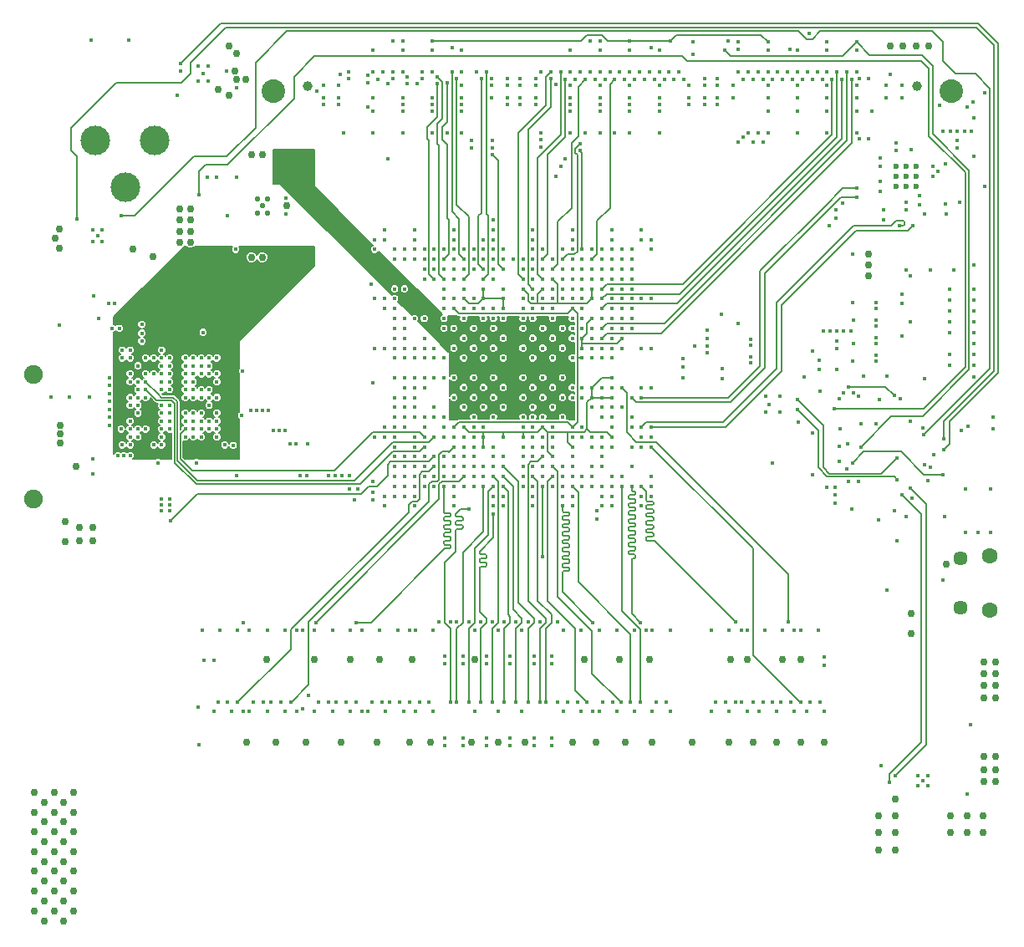
<source format=gbr>
G04 (created by PCBNEW-RS274X (2012-05-21 BZR 3261)-stable) date Thu 02 May 2013 12:01:43 PM PDT*
G01*
G70*
G90*
%MOIN*%
G04 Gerber Fmt 3.4, Leading zero omitted, Abs format*
%FSLAX34Y34*%
G04 APERTURE LIST*
%ADD10C,0.006000*%
%ADD11C,0.063000*%
%ADD12C,0.057100*%
%ADD13C,0.039400*%
%ADD14C,0.094000*%
%ADD15C,0.074800*%
%ADD16C,0.023000*%
%ADD17C,0.017700*%
%ADD18C,0.118100*%
%ADD19C,0.023600*%
%ADD20C,0.030000*%
%ADD21C,0.005000*%
%ADD22C,0.008000*%
G04 APERTURE END LIST*
G54D10*
G54D11*
X70197Y-41161D03*
X70197Y-38995D03*
G54D12*
X69027Y-41057D03*
X69027Y-39099D03*
G54D13*
X67282Y-20271D03*
X42994Y-20271D03*
G54D14*
X68654Y-20472D03*
X41622Y-20472D03*
G54D15*
X32067Y-31770D03*
X32067Y-36711D03*
G54D16*
X41181Y-25039D03*
X41378Y-24744D03*
X40984Y-24744D03*
X40984Y-25334D03*
X41378Y-25334D03*
G54D17*
X38619Y-19468D03*
X39013Y-19468D03*
X38816Y-19763D03*
X38619Y-20058D03*
X39013Y-20058D03*
X34783Y-26456D03*
X34429Y-26456D03*
X34606Y-26220D03*
X34783Y-25984D03*
X34429Y-25984D03*
G54D18*
X36890Y-22441D03*
X34528Y-22441D03*
X35709Y-24291D03*
G54D19*
X67245Y-24252D03*
X66851Y-24252D03*
X66457Y-24252D03*
X67245Y-23858D03*
X66851Y-23858D03*
X66457Y-23858D03*
X67245Y-23464D03*
X66851Y-23464D03*
X66457Y-23464D03*
G54D17*
X67321Y-48150D03*
X67321Y-47756D03*
X67518Y-47953D03*
X67715Y-48150D03*
X67715Y-47756D03*
X67008Y-33622D03*
X67913Y-23858D03*
X66614Y-32716D03*
X67047Y-22795D03*
X66220Y-19803D03*
X65000Y-22362D03*
X65000Y-19961D03*
X65354Y-22362D03*
X65354Y-19961D03*
X66850Y-24882D03*
X65945Y-25197D03*
X65945Y-25590D03*
X65827Y-24055D03*
X50394Y-35827D03*
X50354Y-44842D03*
X51575Y-34646D03*
X50354Y-41614D03*
X50394Y-34646D03*
X49882Y-41614D03*
X51772Y-44842D03*
X50787Y-35433D03*
X53150Y-35433D03*
X51772Y-41614D03*
X48701Y-44842D03*
X49409Y-37126D03*
X52362Y-35039D03*
X52244Y-44842D03*
X51968Y-35827D03*
X52480Y-44842D03*
X52756Y-36220D03*
X50590Y-45197D03*
X51575Y-35433D03*
X50590Y-41968D03*
X50787Y-36220D03*
X50827Y-44842D03*
X51575Y-35827D03*
X50827Y-41614D03*
X51299Y-44842D03*
X50787Y-35827D03*
X51535Y-45197D03*
X53150Y-36614D03*
X51299Y-41614D03*
X53150Y-36220D03*
X53543Y-35827D03*
X51535Y-41968D03*
X49646Y-41968D03*
X50000Y-35433D03*
X50394Y-37323D03*
X49882Y-44842D03*
X52244Y-41614D03*
X53937Y-36220D03*
X48937Y-41614D03*
X49606Y-35039D03*
X54331Y-35827D03*
X60039Y-44842D03*
X42795Y-45079D03*
X48425Y-35827D03*
X60275Y-44842D03*
X54331Y-35433D03*
X48031Y-35827D03*
X43031Y-44567D03*
X54724Y-36220D03*
X52953Y-41614D03*
X54724Y-36614D03*
X52953Y-44842D03*
X62638Y-44842D03*
X56693Y-34646D03*
X55118Y-34646D03*
X60748Y-44842D03*
X55512Y-36220D03*
X56260Y-44842D03*
X53150Y-37008D03*
X54370Y-41653D03*
X51575Y-35039D03*
X47047Y-44842D03*
X48425Y-36220D03*
X44921Y-41653D03*
X42323Y-44842D03*
X48819Y-34646D03*
X40433Y-41653D03*
X47638Y-35827D03*
X61535Y-44842D03*
X55905Y-34646D03*
X61142Y-44842D03*
X55118Y-33858D03*
X55905Y-35433D03*
X59646Y-44842D03*
X56693Y-35827D03*
X59252Y-44842D03*
X54527Y-37205D03*
X54331Y-36220D03*
X54527Y-37520D03*
X53937Y-35827D03*
X57283Y-44842D03*
X55512Y-35827D03*
X55118Y-35827D03*
X56890Y-44842D03*
X53543Y-36220D03*
X55866Y-44842D03*
X52756Y-35433D03*
X55472Y-44842D03*
X55118Y-36220D03*
X55157Y-44842D03*
X54724Y-37008D03*
X54764Y-44842D03*
X53150Y-35827D03*
X53740Y-44842D03*
X52362Y-35433D03*
X53346Y-44842D03*
X47835Y-44842D03*
X52362Y-35827D03*
X47441Y-44842D03*
X51968Y-36220D03*
X46653Y-44842D03*
X51575Y-36220D03*
X46260Y-44842D03*
X51968Y-34646D03*
X55512Y-33071D03*
X63425Y-44842D03*
X50000Y-35827D03*
X45945Y-44842D03*
X45551Y-44842D03*
X49606Y-35827D03*
X48819Y-35827D03*
X44527Y-44842D03*
X44134Y-44842D03*
X49212Y-36220D03*
X55905Y-33465D03*
X63031Y-44842D03*
X43819Y-44842D03*
X48819Y-36220D03*
X49212Y-35433D03*
X43425Y-44842D03*
X41929Y-44842D03*
X48425Y-35039D03*
X41535Y-44842D03*
X48031Y-36220D03*
X55905Y-33858D03*
X62244Y-44842D03*
X41220Y-44842D03*
X48425Y-35433D03*
X47638Y-36220D03*
X40827Y-44842D03*
X39803Y-44842D03*
X46850Y-36220D03*
X46457Y-36614D03*
X39409Y-44842D03*
X56299Y-34646D03*
X61850Y-44842D03*
X55512Y-32283D03*
X62165Y-41614D03*
X60039Y-41614D03*
X56299Y-36220D03*
X56260Y-41653D03*
X55905Y-36220D03*
X52756Y-35827D03*
X54134Y-44842D03*
X52362Y-36220D03*
X52362Y-39016D03*
X44921Y-44842D03*
X49606Y-36220D03*
X49212Y-35827D03*
X43307Y-41653D03*
X48031Y-35433D03*
X40197Y-44842D03*
X50000Y-36220D03*
X48937Y-44842D03*
X47244Y-35827D03*
X48228Y-41614D03*
X49646Y-45197D03*
X50787Y-35039D03*
X50394Y-36220D03*
X49409Y-44842D03*
X48701Y-41614D03*
X49212Y-35039D03*
X53543Y-34646D03*
X54331Y-32677D03*
X50000Y-34646D03*
X55118Y-32677D03*
X54331Y-32283D03*
X51575Y-34252D03*
X55118Y-31890D03*
X50000Y-34252D03*
X55118Y-34252D03*
X50787Y-34252D03*
X52756Y-35039D03*
X49212Y-33858D03*
X63583Y-43031D03*
X52362Y-33858D03*
X54724Y-32677D03*
X49606Y-35433D03*
X49409Y-41614D03*
X48031Y-30709D03*
X46457Y-31102D03*
X64173Y-32716D03*
X47638Y-30315D03*
X47244Y-31102D03*
X70236Y-36339D03*
X64016Y-36575D03*
X69212Y-36339D03*
X64685Y-37126D03*
X48031Y-31102D03*
X61378Y-32953D03*
X47638Y-31102D03*
X64724Y-35276D03*
X68307Y-35748D03*
X48425Y-31102D03*
X48425Y-31890D03*
X46850Y-31102D03*
X38425Y-31732D03*
X46457Y-30709D03*
X38110Y-31417D03*
X46850Y-29527D03*
X46850Y-30315D03*
X39370Y-31732D03*
X37480Y-31417D03*
X46457Y-29527D03*
X37165Y-31102D03*
X46457Y-28740D03*
X36535Y-31102D03*
X46850Y-28346D03*
X46457Y-30315D03*
X39055Y-31417D03*
X38425Y-31102D03*
X46850Y-29921D03*
X38110Y-31102D03*
X46457Y-29921D03*
X46457Y-29134D03*
X37480Y-31102D03*
X64882Y-24685D03*
X50787Y-37008D03*
X55905Y-32677D03*
X67126Y-25827D03*
X56693Y-33858D03*
X56299Y-32677D03*
X64882Y-24331D03*
X50787Y-36614D03*
X56299Y-33858D03*
X66575Y-25827D03*
X66378Y-32598D03*
X64567Y-32244D03*
X64212Y-33937D03*
X62795Y-31850D03*
X54331Y-27559D03*
X57992Y-20000D03*
X54331Y-26772D03*
X56811Y-20000D03*
X53937Y-27165D03*
X56614Y-19685D03*
X53543Y-26772D03*
X56417Y-20000D03*
X53150Y-26772D03*
X56220Y-19685D03*
X53543Y-27165D03*
X56024Y-20000D03*
X55512Y-26772D03*
X52756Y-27165D03*
X55630Y-20000D03*
X52362Y-26772D03*
X55433Y-19685D03*
X53937Y-28346D03*
X55236Y-22126D03*
X54331Y-27165D03*
X55236Y-20001D03*
X51968Y-27165D03*
X55039Y-19685D03*
X51968Y-26772D03*
X54842Y-20000D03*
X57795Y-19685D03*
X51575Y-27165D03*
X54449Y-20000D03*
X51181Y-27165D03*
X54252Y-19685D03*
X53543Y-28346D03*
X54055Y-22126D03*
X52756Y-27559D03*
X54055Y-20000D03*
X53858Y-22559D03*
X53150Y-27165D03*
X53858Y-19685D03*
X53937Y-26772D03*
X53858Y-22835D03*
X53661Y-20000D03*
X55118Y-26772D03*
X53937Y-27953D03*
X53268Y-23150D03*
X53268Y-20000D03*
X52362Y-27165D03*
X53071Y-23465D03*
X53937Y-27559D03*
X52362Y-27953D03*
X53071Y-19685D03*
X52362Y-29134D03*
X52874Y-23858D03*
X52874Y-20197D03*
X52756Y-28346D03*
X52283Y-22677D03*
X51968Y-28740D03*
X51575Y-27953D03*
X52677Y-19685D03*
X52283Y-22402D03*
X51968Y-29134D03*
X52677Y-19961D03*
X51968Y-28346D03*
X57598Y-20000D03*
X52283Y-22126D03*
X52362Y-27559D03*
X51575Y-27559D03*
X52283Y-19685D03*
X54724Y-27165D03*
X57401Y-19685D03*
X54724Y-26772D03*
X57205Y-20000D03*
X47953Y-18465D03*
X61338Y-18504D03*
X55827Y-18465D03*
X57441Y-18465D03*
X51575Y-28346D03*
X52362Y-28346D03*
X54331Y-28740D03*
X54331Y-28346D03*
X52756Y-27953D03*
X50354Y-22441D03*
X48425Y-27559D03*
X50000Y-27953D03*
X50118Y-19685D03*
X50394Y-27165D03*
X48937Y-19961D03*
X49212Y-27953D03*
X50394Y-26772D03*
X49212Y-27165D03*
X48740Y-19685D03*
X49212Y-28346D03*
X48543Y-22126D03*
X48543Y-20118D03*
X48425Y-27165D03*
X50000Y-27165D03*
X48031Y-27953D03*
X48149Y-20157D03*
X50000Y-26772D03*
X48425Y-27953D03*
X48150Y-19882D03*
X50354Y-22716D03*
X49606Y-27559D03*
X49606Y-26772D03*
X47559Y-19961D03*
X49606Y-27165D03*
X47559Y-19685D03*
X49212Y-26772D03*
X47362Y-20157D03*
X48819Y-27165D03*
X46968Y-20158D03*
X48819Y-26772D03*
X46968Y-19882D03*
X49921Y-19961D03*
X50000Y-27559D03*
X48031Y-27165D03*
X46378Y-19961D03*
X48031Y-26772D03*
X46378Y-19685D03*
X46181Y-23150D03*
X48425Y-28346D03*
X46181Y-20157D03*
X47638Y-27165D03*
X45984Y-19685D03*
X47638Y-26772D03*
X45787Y-20000D03*
X50787Y-27559D03*
X50354Y-22993D03*
X47244Y-27165D03*
X45394Y-19842D03*
X47244Y-26772D03*
X45394Y-20118D03*
X46850Y-26772D03*
X45394Y-21102D03*
X46850Y-27165D03*
X44606Y-19961D03*
X46457Y-26772D03*
X44606Y-19685D03*
X49724Y-19685D03*
X48425Y-26772D03*
X44409Y-22126D03*
X44291Y-19803D03*
X48031Y-27559D03*
X49527Y-22441D03*
X50787Y-27165D03*
X49527Y-22716D03*
X49212Y-27559D03*
X50787Y-26772D03*
X49212Y-28740D03*
X50000Y-28346D03*
X50787Y-29134D03*
X50787Y-28740D03*
X50000Y-28740D03*
X55905Y-29921D03*
X64685Y-20000D03*
X54724Y-30315D03*
X55905Y-28740D03*
X63504Y-20000D03*
X55118Y-30315D03*
X55512Y-28346D03*
X63307Y-19685D03*
X55512Y-29921D03*
X55905Y-28346D03*
X55118Y-29921D03*
X63110Y-20000D03*
X55512Y-27953D03*
X62913Y-19685D03*
X55118Y-29134D03*
X55905Y-27953D03*
X62716Y-20000D03*
X55512Y-28740D03*
X55512Y-29527D03*
X55512Y-27559D03*
X62323Y-20000D03*
X55118Y-28740D03*
X55905Y-27559D03*
X55118Y-28346D03*
X62126Y-19685D03*
X55512Y-27165D03*
X61929Y-20000D03*
X55118Y-27953D03*
X55905Y-27165D03*
X61732Y-19685D03*
X55118Y-27559D03*
X55905Y-26772D03*
X55118Y-27165D03*
X61535Y-20000D03*
X64488Y-19685D03*
X54724Y-29921D03*
X61142Y-22480D03*
X61142Y-20000D03*
X60945Y-22126D03*
X60945Y-19685D03*
X60748Y-22480D03*
X60748Y-20000D03*
X60551Y-22126D03*
X60551Y-19685D03*
X60354Y-22283D03*
X60354Y-20000D03*
X55905Y-29527D03*
X60157Y-22480D03*
X60157Y-19685D03*
X54724Y-29134D03*
X64291Y-20000D03*
X55512Y-29134D03*
X64094Y-19685D03*
X54724Y-28740D03*
X55905Y-29134D03*
X63898Y-20000D03*
X54724Y-28346D03*
X64370Y-32480D03*
X55118Y-31102D03*
X53937Y-30315D03*
X55512Y-30315D03*
X53937Y-30709D03*
X54331Y-29527D03*
X53543Y-33858D03*
X53937Y-31102D03*
X53543Y-29134D03*
X48819Y-33858D03*
X48819Y-29134D03*
X39055Y-32677D03*
X48031Y-31890D03*
X39370Y-32677D03*
X47244Y-31890D03*
X47244Y-34646D03*
X36535Y-32677D03*
X36535Y-32362D03*
X47638Y-34646D03*
X46850Y-32283D03*
X40945Y-33189D03*
X46457Y-32677D03*
X41417Y-33189D03*
X46850Y-35039D03*
X43819Y-35787D03*
X42677Y-35787D03*
X46457Y-34252D03*
X46457Y-35433D03*
X44645Y-35787D03*
X44646Y-36339D03*
X46850Y-35827D03*
X46457Y-36220D03*
X44842Y-36772D03*
X46457Y-35827D03*
X45000Y-36339D03*
X41181Y-33189D03*
X46850Y-32677D03*
X41614Y-33976D03*
X46850Y-33071D03*
X41850Y-33976D03*
X46457Y-33071D03*
X42087Y-33976D03*
X46850Y-33465D03*
X42283Y-34527D03*
X46457Y-33465D03*
X42992Y-34527D03*
X46850Y-33858D03*
X42520Y-34527D03*
X46457Y-33858D03*
X46457Y-34646D03*
X42953Y-35787D03*
X44369Y-35787D03*
X46850Y-35433D03*
X44094Y-35787D03*
X46457Y-35039D03*
X47638Y-31890D03*
X39055Y-32992D03*
X37480Y-33937D03*
X47244Y-35039D03*
X48031Y-33071D03*
X38740Y-34252D03*
X47638Y-33858D03*
X38110Y-34252D03*
X38110Y-33937D03*
X47638Y-34252D03*
X47244Y-32677D03*
X39055Y-33622D03*
X46850Y-31890D03*
X40709Y-33189D03*
X47244Y-34252D03*
X36850Y-31732D03*
X36535Y-32047D03*
X48031Y-34252D03*
X64882Y-18504D03*
X65039Y-34646D03*
X59606Y-18819D03*
X38858Y-43150D03*
X47244Y-36220D03*
X68111Y-23661D03*
X64567Y-36024D03*
X46850Y-36614D03*
X39252Y-43150D03*
X64961Y-36024D03*
X67914Y-23465D03*
X62520Y-22126D03*
X61338Y-21260D03*
X55512Y-30709D03*
X64882Y-22126D03*
X64882Y-21260D03*
X53937Y-29921D03*
X63701Y-22126D03*
X56693Y-30709D03*
X60157Y-18779D03*
X56693Y-28740D03*
X62520Y-21260D03*
X55118Y-30709D03*
X60157Y-18504D03*
X54331Y-29921D03*
X56693Y-26378D03*
X61338Y-22126D03*
X55118Y-29527D03*
X63701Y-21260D03*
X53464Y-22126D03*
X55827Y-22126D03*
X51968Y-27559D03*
X54646Y-18465D03*
X53543Y-27559D03*
X54646Y-21260D03*
X53150Y-28740D03*
X55827Y-21260D03*
X52756Y-28740D03*
X57008Y-21260D03*
X54724Y-27559D03*
X51968Y-25984D03*
X52362Y-28740D03*
X53543Y-25984D03*
X55118Y-25984D03*
X57008Y-18819D03*
X57008Y-19685D03*
X53464Y-18819D03*
X55827Y-18819D03*
X55827Y-19685D03*
X53464Y-19685D03*
X56299Y-25984D03*
X57008Y-22126D03*
X51575Y-29134D03*
X54646Y-19685D03*
X53464Y-21260D03*
X54646Y-18819D03*
X51575Y-28740D03*
X54646Y-22126D03*
X47953Y-19685D03*
X50394Y-27559D03*
X50000Y-29134D03*
X47953Y-22126D03*
X46772Y-18819D03*
X47953Y-21260D03*
X48819Y-27559D03*
X49134Y-22126D03*
X50787Y-28346D03*
X46063Y-25984D03*
X46772Y-22126D03*
X49134Y-21260D03*
X50394Y-25984D03*
X45590Y-22126D03*
X50394Y-29134D03*
X46772Y-21260D03*
X46772Y-18465D03*
X47953Y-18819D03*
X47638Y-27559D03*
X45590Y-18819D03*
X45590Y-21260D03*
X49606Y-28740D03*
X48819Y-25984D03*
X49134Y-19685D03*
X47244Y-25984D03*
X49134Y-18819D03*
X45590Y-19685D03*
X46772Y-19685D03*
X63701Y-19685D03*
X63701Y-18819D03*
X64882Y-18819D03*
X61338Y-18819D03*
X62520Y-18819D03*
X63701Y-18504D03*
X62520Y-19685D03*
X61338Y-19685D03*
X64882Y-19685D03*
X68346Y-34764D03*
X37913Y-19370D03*
X65748Y-37559D03*
X38661Y-46535D03*
X38622Y-45039D03*
X69331Y-33819D03*
X66378Y-37205D03*
X62519Y-32757D03*
X66496Y-35079D03*
X62519Y-33150D03*
X66496Y-35945D03*
X64527Y-34527D03*
X67087Y-36693D03*
X66693Y-28937D03*
X68386Y-37441D03*
X64016Y-36260D03*
X64488Y-35512D03*
X69567Y-28779D03*
X66102Y-31811D03*
X67835Y-35472D03*
X69567Y-30945D03*
X67598Y-35354D03*
X69567Y-29213D03*
X69567Y-30079D03*
X67953Y-34961D03*
X66693Y-28543D03*
X66693Y-30236D03*
X69212Y-38071D03*
X63701Y-36260D03*
X35551Y-25433D03*
X67559Y-34173D03*
X33779Y-25551D03*
X68346Y-34331D03*
X66417Y-47756D03*
X67008Y-36299D03*
X38661Y-24606D03*
X63976Y-33110D03*
X64961Y-32638D03*
X42126Y-25354D03*
X42126Y-24724D03*
X64764Y-32480D03*
X66693Y-36575D03*
X66181Y-48031D03*
X59488Y-29370D03*
X65787Y-32756D03*
X68189Y-21024D03*
X67520Y-33898D03*
X34409Y-35728D03*
X34409Y-35138D03*
X37165Y-33937D03*
X47244Y-35433D03*
X37165Y-31417D03*
X46457Y-28346D03*
X46063Y-33858D03*
X40158Y-35787D03*
X46850Y-30709D03*
X39055Y-32362D03*
X39370Y-33622D03*
X47244Y-33071D03*
X35079Y-33150D03*
X35079Y-33465D03*
X35079Y-32205D03*
X35079Y-32520D03*
X35197Y-29921D03*
X35905Y-32677D03*
X35905Y-33937D03*
X35472Y-29921D03*
X35905Y-31732D03*
X36535Y-33937D03*
X36220Y-34252D03*
X35590Y-31102D03*
X35905Y-32992D03*
X35590Y-30787D03*
X37165Y-34252D03*
X35905Y-35000D03*
X35905Y-34567D03*
X35669Y-35000D03*
X35433Y-35000D03*
X36378Y-30433D03*
G54D20*
X33740Y-35433D03*
G54D17*
X68622Y-22047D03*
X59961Y-20236D03*
X52756Y-29134D03*
X54606Y-45197D03*
G54D20*
X69291Y-49370D03*
G54D17*
X54331Y-33071D03*
X53937Y-34252D03*
X35590Y-34567D03*
G54D20*
X70433Y-47992D03*
X69921Y-50039D03*
G54D17*
X45157Y-45197D03*
X52362Y-29921D03*
X52362Y-30709D03*
X38110Y-32677D03*
X59803Y-45197D03*
X54331Y-30315D03*
X54606Y-41968D03*
X54724Y-33465D03*
X39055Y-31102D03*
X50315Y-20236D03*
X49606Y-33858D03*
X49212Y-34252D03*
X48819Y-29921D03*
G54D20*
X42165Y-25039D03*
G54D17*
X47638Y-29527D03*
G54D20*
X40147Y-18966D03*
G54D17*
X66063Y-20709D03*
X44685Y-45197D03*
X37913Y-19646D03*
X36220Y-32047D03*
G54D20*
X68622Y-49370D03*
G54D17*
X49173Y-43307D03*
X50787Y-29527D03*
X64724Y-31220D03*
X64331Y-24921D03*
X49606Y-32677D03*
X62520Y-20709D03*
X50000Y-29527D03*
X53543Y-29527D03*
X51575Y-29921D03*
X44212Y-20709D03*
X52756Y-32283D03*
X56299Y-34252D03*
X38425Y-33622D03*
X69527Y-20905D03*
X46378Y-18465D03*
X51575Y-33465D03*
X49134Y-20984D03*
X43622Y-20236D03*
X63110Y-30827D03*
X51968Y-31102D03*
X60512Y-41968D03*
X37480Y-32362D03*
X52756Y-33858D03*
X49134Y-20709D03*
X64094Y-30039D03*
X54331Y-27953D03*
X47244Y-36614D03*
X34646Y-29527D03*
X61338Y-20236D03*
X65669Y-28898D03*
X53898Y-41968D03*
X53150Y-31890D03*
X61338Y-20709D03*
X61259Y-32638D03*
X67598Y-31929D03*
X53464Y-20984D03*
X68327Y-22047D03*
X38425Y-33937D03*
X57441Y-41968D03*
G54D20*
X36811Y-27047D03*
G54D17*
X66693Y-20709D03*
X68425Y-24961D03*
X52756Y-33071D03*
X53543Y-31102D03*
X38425Y-32362D03*
X37500Y-36968D03*
X35079Y-31890D03*
X51968Y-35039D03*
X37480Y-32047D03*
X56024Y-41968D03*
X43268Y-41968D03*
X54331Y-31102D03*
X55315Y-45197D03*
X51968Y-32283D03*
X55827Y-20984D03*
G54D20*
X39842Y-18661D03*
G54D17*
X52716Y-43307D03*
X53150Y-29921D03*
X54646Y-20709D03*
G54D20*
X33110Y-33779D03*
G54D17*
X37480Y-32992D03*
G54D20*
X69921Y-49370D03*
G54D17*
X68425Y-23346D03*
X54724Y-32283D03*
X50315Y-19961D03*
X64370Y-30039D03*
X66850Y-37441D03*
X66851Y-23858D03*
X36378Y-30118D03*
X47953Y-20709D03*
X47638Y-27953D03*
X47992Y-45197D03*
X54331Y-30709D03*
X48819Y-27953D03*
X46457Y-27165D03*
X47244Y-26378D03*
X63779Y-25827D03*
X36220Y-33307D03*
G54D20*
X70433Y-47008D03*
G54D17*
X50394Y-26378D03*
X59331Y-19961D03*
X66850Y-25197D03*
G54D20*
X38307Y-26063D03*
G54D17*
X38425Y-33307D03*
X44685Y-41968D03*
X58189Y-20236D03*
X35079Y-32835D03*
X50000Y-31102D03*
X60157Y-29724D03*
X57441Y-45197D03*
X49606Y-29921D03*
X52756Y-30315D03*
X51063Y-46575D03*
X53464Y-20236D03*
X43976Y-41968D03*
X47638Y-32283D03*
X49212Y-29527D03*
X48464Y-46575D03*
X36850Y-31102D03*
G54D20*
X33307Y-37638D03*
G54D17*
X64172Y-34626D03*
G54D20*
X69961Y-47008D03*
G54D17*
X47953Y-20984D03*
X48425Y-33465D03*
X53937Y-28740D03*
X39252Y-45197D03*
X48819Y-26378D03*
X58937Y-30000D03*
X51063Y-43307D03*
X62638Y-41968D03*
X56732Y-41968D03*
X56299Y-32283D03*
X47638Y-30709D03*
X60669Y-30354D03*
X62559Y-33661D03*
X63110Y-35748D03*
X52756Y-31102D03*
X63346Y-41968D03*
X56496Y-41968D03*
X62520Y-20236D03*
X56299Y-28740D03*
X50118Y-46575D03*
X56299Y-30709D03*
G54D20*
X69291Y-50039D03*
G54D17*
X39055Y-33937D03*
X35039Y-28937D03*
X46063Y-28740D03*
X34291Y-32657D03*
X48425Y-29921D03*
X37500Y-37205D03*
X50394Y-25590D03*
X50000Y-33071D03*
X48425Y-34252D03*
X52716Y-46575D03*
X63583Y-43346D03*
G54D20*
X39409Y-20394D03*
G54D17*
X35551Y-33937D03*
X38425Y-34252D03*
X51457Y-20709D03*
X48819Y-31890D03*
X59527Y-31535D03*
X35079Y-33779D03*
X40020Y-34587D03*
X53543Y-30315D03*
X70315Y-33465D03*
G54D20*
X36024Y-26772D03*
G54D17*
X50394Y-35039D03*
X59094Y-45197D03*
X36535Y-31732D03*
X38816Y-19763D03*
X64882Y-20709D03*
X67518Y-47953D03*
X52008Y-46575D03*
X46811Y-45197D03*
X35905Y-30787D03*
X51575Y-32677D03*
G54D20*
X39842Y-20630D03*
G54D17*
X65650Y-33740D03*
X37165Y-32992D03*
X56299Y-26378D03*
X68898Y-22047D03*
X59331Y-20236D03*
X61220Y-41968D03*
X53543Y-35039D03*
X40118Y-26772D03*
X66457Y-22520D03*
X58189Y-20984D03*
X47283Y-45197D03*
X58819Y-20236D03*
X65669Y-31220D03*
X46063Y-34252D03*
X40197Y-41968D03*
X66693Y-20236D03*
X63110Y-34094D03*
X55118Y-36614D03*
X37795Y-20630D03*
X38819Y-30079D03*
X69173Y-22047D03*
X42795Y-41968D03*
X56693Y-36220D03*
X37165Y-34567D03*
X59803Y-41968D03*
X52362Y-32677D03*
X53543Y-28740D03*
X39370Y-32047D03*
X53543Y-29921D03*
X39370Y-33937D03*
X40394Y-31614D03*
X49606Y-31890D03*
G54D20*
X70433Y-47520D03*
G54D17*
X70000Y-20512D03*
X59331Y-20984D03*
X42087Y-45197D03*
X46575Y-41968D03*
X61929Y-41968D03*
X53464Y-20709D03*
X48819Y-34252D03*
X37165Y-32362D03*
X53150Y-27953D03*
X36220Y-32677D03*
X41378Y-45197D03*
X49606Y-33465D03*
X68583Y-29646D03*
X33484Y-32657D03*
X48819Y-28740D03*
X37165Y-32047D03*
X53189Y-41968D03*
X38740Y-31102D03*
G54D20*
X38307Y-26496D03*
G54D17*
X38740Y-31417D03*
X38110Y-32047D03*
X59094Y-41968D03*
X43346Y-20472D03*
G54D20*
X33307Y-38425D03*
G54D17*
X61693Y-45197D03*
X45669Y-26772D03*
X58819Y-19961D03*
G54D20*
X40748Y-27087D03*
G54D17*
X40669Y-41968D03*
X39370Y-33307D03*
X50945Y-19961D03*
X49173Y-46575D03*
X58937Y-30315D03*
X68583Y-30079D03*
G54D20*
X33110Y-34134D03*
G54D17*
X59961Y-20709D03*
X61535Y-35276D03*
X43268Y-45197D03*
X64724Y-26968D03*
X38976Y-23898D03*
X48425Y-28740D03*
X52087Y-20709D03*
X46772Y-20984D03*
X40354Y-33386D03*
X56732Y-45197D03*
X52756Y-29527D03*
X50945Y-20236D03*
X46102Y-45197D03*
X60984Y-45197D03*
X70000Y-24252D03*
X64724Y-28898D03*
X62401Y-41968D03*
G54D20*
X67047Y-41299D03*
G54D17*
X49606Y-30709D03*
X64016Y-36890D03*
X43976Y-45197D03*
X39488Y-41968D03*
X61810Y-32638D03*
X54370Y-45197D03*
X34606Y-26220D03*
X49212Y-31102D03*
X58346Y-18504D03*
X36220Y-31417D03*
X38425Y-32677D03*
X69449Y-22047D03*
X51457Y-20236D03*
X45590Y-36772D03*
X54724Y-31102D03*
G54D20*
X69961Y-47992D03*
G54D17*
X40433Y-45197D03*
X35905Y-33622D03*
X35905Y-34252D03*
X54646Y-20984D03*
X50315Y-20709D03*
X51968Y-29527D03*
X50394Y-30709D03*
X50394Y-29921D03*
X52362Y-31890D03*
X37165Y-33307D03*
X69567Y-27382D03*
X57008Y-20236D03*
X39370Y-23898D03*
X56693Y-26772D03*
X51575Y-30709D03*
X53150Y-32677D03*
X36220Y-33937D03*
X46772Y-20709D03*
X50394Y-29527D03*
X36220Y-32992D03*
X53937Y-29527D03*
X36850Y-34567D03*
X62401Y-45197D03*
G54D20*
X67047Y-42087D03*
G54D17*
X35905Y-32047D03*
X51457Y-20984D03*
X43622Y-20709D03*
X60275Y-41968D03*
X66850Y-27598D03*
X63543Y-30039D03*
X69567Y-30512D03*
X59331Y-20709D03*
X65866Y-47362D03*
X65827Y-24449D03*
X44212Y-20984D03*
X62992Y-18150D03*
X51457Y-19961D03*
X56299Y-36614D03*
X52087Y-19961D03*
X45157Y-41968D03*
X47638Y-35039D03*
X54724Y-35039D03*
X38425Y-32047D03*
X48819Y-35039D03*
X51968Y-33465D03*
X53543Y-32283D03*
X53150Y-30709D03*
X53150Y-33465D03*
X70236Y-38071D03*
X50394Y-36614D03*
X45512Y-28150D03*
X54724Y-29527D03*
X49212Y-30315D03*
X32756Y-32657D03*
X66063Y-20236D03*
X36220Y-32362D03*
X47283Y-41968D03*
X52087Y-20236D03*
X40669Y-45197D03*
X64055Y-25197D03*
X60669Y-30590D03*
X37500Y-36732D03*
X51968Y-36614D03*
X50394Y-31890D03*
X58937Y-30630D03*
X48819Y-36614D03*
X53543Y-34252D03*
X50000Y-30315D03*
X50787Y-31102D03*
X38110Y-33307D03*
X46063Y-36614D03*
X58937Y-30905D03*
X55827Y-20236D03*
X43622Y-20984D03*
X52756Y-34646D03*
X48819Y-32677D03*
X50118Y-43307D03*
G54D20*
X40748Y-22992D03*
G54D17*
X63819Y-30039D03*
X37008Y-35276D03*
X67008Y-27835D03*
X50394Y-32677D03*
X38543Y-35276D03*
X51968Y-26378D03*
X55827Y-20709D03*
X55118Y-26378D03*
X53543Y-26378D03*
X68976Y-24882D03*
X45590Y-20709D03*
X37480Y-33307D03*
X53543Y-36614D03*
X41378Y-41968D03*
X36378Y-29764D03*
X48464Y-43307D03*
X58189Y-20709D03*
X45866Y-41968D03*
X45590Y-36024D03*
G54D20*
X37874Y-26496D03*
G54D17*
X57008Y-20709D03*
X49606Y-29134D03*
X47047Y-41968D03*
X52362Y-33465D03*
X50787Y-33071D03*
X39961Y-45197D03*
X35275Y-28937D03*
X47638Y-33465D03*
X51575Y-29527D03*
X38110Y-32362D03*
X49134Y-20236D03*
X59527Y-31929D03*
X50945Y-20709D03*
X51968Y-33071D03*
X53189Y-45197D03*
X53543Y-27953D03*
X62874Y-45197D03*
X42087Y-41968D03*
X65827Y-23110D03*
X46457Y-31890D03*
G54D20*
X41181Y-27087D03*
G54D17*
X50000Y-33858D03*
X50787Y-32283D03*
X48819Y-30709D03*
X50000Y-26378D03*
G54D20*
X69961Y-47520D03*
X33110Y-34488D03*
G54D17*
X37165Y-30787D03*
X60512Y-45197D03*
X67401Y-24980D03*
X49212Y-33071D03*
X45394Y-45197D03*
X51968Y-30315D03*
X54724Y-34252D03*
X50394Y-33465D03*
X54252Y-18465D03*
X54724Y-33071D03*
X58819Y-20984D03*
X50945Y-20984D03*
X65669Y-29134D03*
X63701Y-20709D03*
X49212Y-29134D03*
X42559Y-41968D03*
X58819Y-20709D03*
X49212Y-32283D03*
X54646Y-20236D03*
X46063Y-29134D03*
X52087Y-20984D03*
X51968Y-27953D03*
X59764Y-18465D03*
X44212Y-20236D03*
X50394Y-27953D03*
X65669Y-30984D03*
X56024Y-45197D03*
X40157Y-20315D03*
X64882Y-20236D03*
X54724Y-30709D03*
X52008Y-43307D03*
X42559Y-45197D03*
X69567Y-31850D03*
X50787Y-30315D03*
X64646Y-30039D03*
X46063Y-26378D03*
G54D20*
X41181Y-22992D03*
G54D17*
X50000Y-32283D03*
G54D20*
X68622Y-50039D03*
G54D17*
X51575Y-31890D03*
X46063Y-30709D03*
X63701Y-20236D03*
X68307Y-39960D03*
X66102Y-40354D03*
X47992Y-41968D03*
X63583Y-45197D03*
X55315Y-41968D03*
G54D20*
X68464Y-39331D03*
G54D17*
X54724Y-27953D03*
G54D20*
X37874Y-26063D03*
G54D17*
X57008Y-20984D03*
X53543Y-32677D03*
X35905Y-31102D03*
X53898Y-45197D03*
X70315Y-33938D03*
X38740Y-31732D03*
X54724Y-34646D03*
X54331Y-34252D03*
X52362Y-34252D03*
X52362Y-34646D03*
X48031Y-35039D03*
X37520Y-37598D03*
X53150Y-27559D03*
X53150Y-28346D03*
X69567Y-31378D03*
X69567Y-28346D03*
X36850Y-30787D03*
X37126Y-30472D03*
X40039Y-33386D03*
X38425Y-34567D03*
X36220Y-31732D03*
X36220Y-33622D03*
X39685Y-32047D03*
X39055Y-34252D03*
X37008Y-34961D03*
G54D20*
X41929Y-27087D03*
G54D17*
X38740Y-30787D03*
X36850Y-34252D03*
G54D20*
X42362Y-27087D03*
G54D17*
X38819Y-30394D03*
G54D20*
X42795Y-27087D03*
G54D17*
X36102Y-29921D03*
X35827Y-29921D03*
X40079Y-31614D03*
X39685Y-33307D03*
X39803Y-25433D03*
X38543Y-34961D03*
X49212Y-32677D03*
X50000Y-30709D03*
X50787Y-32677D03*
X48819Y-29527D03*
X50000Y-33465D03*
X52756Y-31890D03*
X49606Y-33071D03*
X50787Y-33465D03*
X53150Y-31102D03*
X50394Y-31102D03*
X49606Y-32283D03*
X50394Y-33071D03*
X52756Y-29921D03*
X50394Y-32283D03*
X51575Y-30315D03*
X51575Y-31102D03*
X53150Y-32283D03*
X51968Y-31890D03*
X52756Y-33465D03*
X40157Y-23898D03*
X49212Y-29921D03*
G54D20*
X42362Y-22992D03*
G54D17*
X49606Y-29527D03*
X49212Y-31890D03*
X53150Y-29527D03*
X50394Y-30315D03*
X49212Y-30709D03*
X53543Y-30709D03*
X52756Y-30709D03*
X52362Y-32283D03*
X51968Y-32677D03*
X50000Y-29921D03*
X51968Y-30709D03*
X53543Y-31890D03*
X52756Y-32677D03*
X51575Y-32283D03*
G54D20*
X41929Y-22992D03*
G54D17*
X50787Y-30709D03*
X51575Y-33071D03*
X49606Y-30315D03*
X50787Y-29921D03*
X52362Y-31102D03*
X53543Y-31496D03*
X49606Y-31102D03*
X50000Y-31890D03*
X52362Y-29527D03*
G54D20*
X42795Y-22992D03*
G54D17*
X53150Y-33071D03*
X50787Y-31890D03*
X50000Y-32677D03*
X51968Y-29921D03*
X48819Y-31102D03*
X52362Y-30315D03*
X52362Y-33071D03*
X53150Y-30315D03*
G54D20*
X54016Y-43110D03*
G54D17*
X38740Y-33307D03*
X50118Y-46260D03*
X48819Y-35433D03*
X45669Y-28740D03*
X49212Y-34646D03*
X39055Y-31732D03*
G54D20*
X62638Y-43110D03*
G54D17*
X53543Y-35433D03*
X51575Y-33858D03*
X48464Y-46260D03*
G54D20*
X69961Y-44173D03*
G54D17*
X69409Y-45709D03*
X56299Y-37008D03*
X51968Y-35433D03*
X47244Y-29527D03*
X53543Y-37008D03*
X49606Y-34252D03*
G54D20*
X70433Y-44173D03*
X69961Y-44646D03*
X56614Y-43110D03*
X44685Y-43110D03*
X49646Y-43110D03*
X55433Y-43110D03*
X51653Y-46417D03*
X47047Y-46417D03*
G54D17*
X45669Y-26378D03*
G54D20*
X45748Y-46417D03*
X42913Y-46417D03*
X69961Y-43701D03*
G54D17*
X56693Y-34252D03*
X46063Y-37008D03*
X47244Y-37008D03*
G54D20*
X41338Y-43110D03*
X44331Y-46417D03*
G54D17*
X49173Y-46260D03*
X49606Y-34646D03*
X69291Y-48504D03*
X55118Y-33465D03*
G54D20*
X49527Y-46417D03*
G54D17*
X48819Y-37008D03*
X61259Y-33268D03*
X47244Y-32283D03*
G54D20*
X50590Y-46417D03*
G54D17*
X51968Y-33858D03*
X50394Y-37008D03*
X48425Y-29527D03*
X52716Y-42992D03*
G54D20*
X43268Y-43110D03*
G54D17*
X54331Y-34646D03*
G54D20*
X47165Y-43110D03*
G54D17*
X47244Y-33465D03*
X50118Y-42992D03*
X38740Y-32677D03*
G54D20*
X45866Y-43110D03*
G54D17*
X51063Y-46260D03*
X37480Y-33622D03*
G54D20*
X70433Y-43228D03*
G54D17*
X38740Y-33937D03*
X38740Y-32362D03*
X56693Y-36614D03*
X54724Y-35433D03*
X53937Y-32677D03*
G54D20*
X61929Y-43110D03*
X70433Y-43701D03*
X40551Y-46417D03*
G54D17*
X39370Y-31102D03*
X51968Y-37008D03*
X47638Y-35433D03*
G54D20*
X60512Y-43110D03*
G54D17*
X38740Y-33622D03*
G54D20*
X59842Y-43110D03*
X59803Y-46417D03*
X69961Y-43228D03*
G54D17*
X52756Y-34252D03*
G54D20*
X60748Y-46417D03*
X63583Y-46417D03*
G54D17*
X38110Y-33622D03*
X38110Y-31732D03*
G54D20*
X62638Y-46417D03*
G54D17*
X37146Y-36732D03*
G54D20*
X61693Y-46417D03*
X58307Y-46417D03*
X41732Y-46417D03*
G54D17*
X39685Y-34567D03*
X56693Y-32283D03*
G54D20*
X54488Y-46417D03*
G54D17*
X49173Y-42992D03*
X52008Y-42992D03*
G54D20*
X56732Y-46417D03*
X55669Y-46417D03*
X53543Y-46417D03*
G54D17*
X45590Y-32087D03*
X37165Y-33622D03*
G54D20*
X47874Y-46417D03*
G54D17*
X52716Y-46260D03*
X37480Y-31732D03*
X45669Y-34252D03*
X53937Y-32283D03*
X50394Y-35433D03*
X37146Y-37205D03*
X45590Y-36457D03*
X37146Y-36968D03*
X48464Y-42992D03*
X55118Y-33071D03*
X64055Y-25512D03*
X38425Y-31417D03*
X52008Y-46260D03*
X48031Y-33465D03*
X51968Y-34252D03*
X45669Y-30709D03*
X55118Y-32283D03*
X39370Y-34252D03*
G54D20*
X70433Y-44646D03*
G54D17*
X51063Y-42992D03*
X47244Y-30709D03*
X37165Y-31732D03*
X55118Y-37008D03*
X57953Y-31142D03*
X53937Y-33858D03*
X48425Y-33858D03*
X48425Y-29134D03*
X53937Y-29134D03*
X57953Y-31890D03*
X57953Y-31457D03*
X58425Y-30630D03*
X69567Y-23071D03*
X67598Y-25354D03*
X67401Y-24626D03*
X68898Y-22716D03*
X68898Y-22441D03*
X68464Y-25354D03*
X66457Y-22835D03*
X65827Y-23465D03*
X67008Y-29646D03*
X62205Y-18779D03*
X63425Y-32441D03*
X38779Y-41968D03*
X66496Y-38386D03*
X65157Y-31811D03*
G54D20*
X65354Y-27402D03*
G54D17*
X64094Y-31575D03*
X67716Y-35984D03*
X64173Y-35216D03*
X68583Y-29213D03*
X68583Y-28346D03*
X65472Y-21260D03*
X67835Y-27598D03*
X65669Y-30512D03*
X68583Y-31378D03*
X64094Y-30709D03*
X61810Y-33268D03*
X48740Y-18740D03*
X63386Y-31181D03*
X64764Y-30512D03*
X64094Y-30433D03*
G54D20*
X65354Y-27835D03*
X65354Y-26968D03*
G54D17*
X34449Y-28622D03*
X68740Y-27598D03*
X56693Y-18740D03*
X69724Y-38071D03*
X63386Y-31575D03*
X65669Y-30276D03*
X69055Y-33976D03*
X58346Y-18976D03*
X68583Y-28779D03*
X65059Y-33740D03*
X68583Y-30945D03*
X69567Y-29646D03*
X34370Y-18425D03*
X35866Y-18425D03*
G54D20*
X32480Y-53543D03*
X33661Y-48425D03*
X32480Y-48819D03*
X33268Y-48819D03*
X33661Y-53150D03*
X32087Y-48425D03*
X32874Y-48425D03*
X66417Y-50039D03*
X66220Y-18661D03*
G54D17*
X64764Y-29606D03*
G54D20*
X32480Y-52756D03*
X33268Y-52756D03*
X32874Y-53150D03*
X32087Y-53150D03*
X33268Y-53543D03*
X32480Y-51968D03*
X33268Y-51968D03*
X33661Y-50000D03*
X33661Y-51575D03*
X32480Y-51181D03*
X33268Y-51181D03*
X32874Y-51575D03*
X32087Y-51575D03*
X32480Y-50394D03*
X33268Y-50394D03*
X38307Y-25157D03*
X32874Y-50000D03*
X32087Y-50000D03*
X32480Y-49606D03*
X33268Y-49606D03*
X33661Y-49213D03*
X32874Y-49213D03*
X32087Y-49213D03*
X66417Y-49370D03*
X66417Y-48701D03*
X33661Y-50787D03*
X32874Y-50787D03*
X32087Y-50787D03*
X65748Y-50039D03*
G54D17*
X69272Y-21102D03*
G54D20*
X67756Y-18661D03*
X37874Y-25157D03*
G54D17*
X60669Y-31063D03*
G54D20*
X66732Y-18661D03*
X40079Y-19646D03*
X33661Y-52362D03*
X32874Y-52362D03*
X32087Y-52362D03*
X67244Y-18661D03*
X65748Y-50709D03*
G54D17*
X65669Y-29606D03*
G54D20*
X37874Y-25590D03*
X66417Y-50709D03*
G54D17*
X69567Y-21535D03*
G54D20*
X65748Y-49370D03*
X38307Y-25590D03*
G54D17*
X65669Y-29842D03*
X60669Y-31299D03*
X39764Y-19646D03*
G54D20*
X33071Y-25945D03*
X33071Y-26732D03*
G54D17*
X33071Y-29803D03*
G54D20*
X32913Y-26339D03*
X40512Y-20000D03*
X40157Y-20000D03*
X34409Y-37874D03*
X33898Y-38386D03*
X33898Y-37874D03*
X34409Y-38386D03*
G54D21*
X50590Y-41654D02*
X50590Y-36024D01*
X50354Y-41890D02*
X50590Y-41654D01*
X50394Y-35827D02*
X50394Y-35828D01*
X50354Y-44842D02*
X50354Y-41890D01*
X50394Y-35828D02*
X50590Y-36024D01*
X52008Y-41654D02*
X52008Y-41496D01*
X51378Y-40866D02*
X52008Y-41496D01*
X50787Y-35433D02*
X51378Y-36024D01*
X51772Y-41890D02*
X52008Y-41654D01*
X51378Y-36024D02*
X51378Y-40866D01*
X51772Y-44842D02*
X51772Y-41890D01*
X48464Y-41654D02*
X48464Y-39252D01*
X49173Y-37874D02*
X49134Y-37913D01*
X48937Y-37441D02*
X49134Y-37441D01*
X49095Y-37126D02*
X48898Y-37323D01*
X49134Y-37913D02*
X48938Y-37913D01*
X48464Y-39252D02*
X48898Y-38818D01*
X49173Y-37559D02*
X49134Y-37598D01*
X49409Y-37126D02*
X49095Y-37126D01*
X48701Y-44842D02*
X48701Y-41891D01*
X48898Y-37717D02*
X48937Y-37756D01*
X48898Y-37402D02*
X48937Y-37441D01*
X49134Y-37598D02*
X48938Y-37598D01*
X48701Y-41891D02*
X48464Y-41654D01*
X48937Y-37756D02*
X49134Y-37756D01*
X48898Y-37953D02*
X48898Y-38818D01*
X48898Y-37638D02*
X48898Y-37717D01*
X49173Y-37480D02*
X49173Y-37559D01*
X48938Y-37913D02*
X48898Y-37953D01*
X48898Y-37323D02*
X48898Y-37402D01*
X49134Y-37441D02*
X49173Y-37480D01*
X48938Y-37598D02*
X48898Y-37638D01*
X49173Y-37795D02*
X49173Y-37874D01*
X49134Y-37756D02*
X49173Y-37795D01*
X52244Y-41890D02*
X52480Y-41654D01*
X51890Y-35236D02*
X51772Y-35354D01*
X51772Y-35354D02*
X51772Y-40789D01*
X52362Y-35039D02*
X52165Y-35236D01*
X52480Y-41654D02*
X52480Y-41497D01*
X52165Y-35236D02*
X51890Y-35236D01*
X51772Y-40789D02*
X52480Y-41497D01*
X52244Y-44842D02*
X52244Y-41890D01*
X52165Y-36024D02*
X52165Y-40787D01*
X52480Y-41890D02*
X52716Y-41654D01*
X52716Y-41654D02*
X52716Y-41338D01*
X51968Y-35827D02*
X52165Y-36024D01*
X52165Y-40787D02*
X52716Y-41338D01*
X52480Y-44842D02*
X52480Y-41890D01*
X50827Y-44842D02*
X50827Y-41890D01*
X51063Y-41418D02*
X50984Y-41339D01*
X50827Y-41890D02*
X51063Y-41654D01*
X50984Y-41339D02*
X50984Y-36417D01*
X51063Y-41654D02*
X51063Y-41418D01*
X50787Y-36220D02*
X50984Y-36417D01*
X51535Y-41654D02*
X51535Y-41496D01*
X50788Y-35827D02*
X51181Y-36220D01*
X50787Y-35827D02*
X50788Y-35827D01*
X51181Y-41142D02*
X51535Y-41496D01*
X51299Y-44842D02*
X51299Y-41890D01*
X51299Y-41890D02*
X51535Y-41654D01*
X51181Y-36220D02*
X51181Y-41142D01*
X49882Y-44842D02*
X49882Y-41889D01*
X49882Y-41889D02*
X50118Y-41653D01*
X50118Y-41653D02*
X50118Y-41497D01*
X50394Y-38268D02*
X50393Y-38268D01*
X49842Y-41221D02*
X50118Y-41497D01*
X49842Y-39449D02*
X49842Y-41221D01*
X49882Y-39409D02*
X49842Y-39449D01*
X50079Y-39409D02*
X49882Y-39409D01*
X50118Y-39370D02*
X50079Y-39409D01*
X50118Y-39291D02*
X50118Y-39370D01*
X50079Y-39252D02*
X50118Y-39291D01*
X49882Y-39252D02*
X50079Y-39252D01*
X49842Y-39212D02*
X49882Y-39252D01*
X49842Y-39134D02*
X49842Y-39212D01*
X49882Y-39094D02*
X49842Y-39134D01*
X50079Y-39094D02*
X49882Y-39094D01*
X50118Y-39055D02*
X50079Y-39094D01*
X50118Y-38976D02*
X50118Y-39055D01*
X50079Y-38937D02*
X50118Y-38976D01*
X49882Y-38937D02*
X50079Y-38937D01*
X49842Y-38897D02*
X49882Y-38937D01*
X49842Y-38819D02*
X49842Y-38897D01*
X50393Y-38268D02*
X49842Y-38819D01*
X50394Y-38268D02*
X50394Y-37323D01*
X62638Y-44842D02*
X62638Y-44844D01*
X60748Y-38701D02*
X60748Y-42954D01*
X60748Y-38701D02*
X56693Y-34646D01*
X60748Y-42954D02*
X62638Y-44844D01*
X55512Y-41181D02*
X56260Y-41929D01*
X56260Y-44842D02*
X56260Y-41929D01*
X55512Y-36220D02*
X55512Y-41181D01*
X53386Y-38031D02*
X53189Y-38031D01*
X53386Y-38504D02*
X53425Y-38543D01*
X53425Y-37283D02*
X53425Y-37362D01*
X53150Y-39330D02*
X53150Y-39410D01*
X53386Y-37874D02*
X53425Y-37913D01*
X53386Y-39291D02*
X53189Y-39291D01*
X53150Y-38700D02*
X53150Y-38780D01*
X53386Y-38346D02*
X53189Y-38346D01*
X53150Y-38150D02*
X53189Y-38189D01*
X53150Y-37441D02*
X53150Y-37520D01*
X53425Y-37992D02*
X53386Y-38031D01*
X53189Y-38504D02*
X53386Y-38504D01*
X53386Y-38189D02*
X53425Y-38228D01*
X53386Y-39449D02*
X53425Y-39488D01*
X53150Y-38070D02*
X53150Y-38150D01*
X53189Y-37559D02*
X53386Y-37559D01*
X53386Y-39134D02*
X53425Y-39173D01*
X53189Y-38189D02*
X53386Y-38189D01*
X53189Y-39449D02*
X53386Y-39449D01*
X53189Y-39291D02*
X53150Y-39330D01*
X53150Y-39410D02*
X53189Y-39449D01*
X53189Y-37874D02*
X53386Y-37874D01*
X53386Y-37716D02*
X53189Y-37716D01*
X53425Y-37913D02*
X53425Y-37992D01*
X53425Y-38543D02*
X53425Y-38622D01*
X53425Y-37677D02*
X53386Y-37716D01*
X53150Y-37520D02*
X53189Y-37559D01*
X53189Y-37244D02*
X53386Y-37244D01*
X53189Y-38031D02*
X53150Y-38070D01*
X53425Y-39252D02*
X53386Y-39291D01*
X53425Y-37598D02*
X53425Y-37677D01*
X53150Y-38780D02*
X53189Y-38819D01*
X53150Y-37008D02*
X53150Y-37205D01*
X53150Y-38465D02*
X53189Y-38504D01*
X53150Y-38385D02*
X53150Y-38465D01*
X53425Y-38937D02*
X53386Y-38976D01*
X53386Y-37559D02*
X53425Y-37598D01*
X53189Y-37716D02*
X53150Y-37755D01*
X53189Y-38976D02*
X53150Y-39015D01*
X53425Y-38307D02*
X53386Y-38346D01*
X53386Y-38819D02*
X53425Y-38858D01*
X53150Y-40433D02*
X54370Y-41653D01*
X53150Y-37755D02*
X53150Y-37835D01*
X53386Y-37244D02*
X53425Y-37283D01*
X53386Y-39606D02*
X53189Y-39606D01*
X53425Y-38228D02*
X53425Y-38307D01*
X53150Y-37835D02*
X53189Y-37874D01*
X53189Y-39134D02*
X53386Y-39134D01*
X53386Y-38661D02*
X53189Y-38661D01*
X53190Y-37401D02*
X53150Y-37441D01*
X53150Y-37205D02*
X53189Y-37244D01*
X53425Y-38858D02*
X53425Y-38937D01*
X53189Y-38661D02*
X53150Y-38700D01*
X53425Y-37362D02*
X53386Y-37401D01*
X53425Y-39173D02*
X53425Y-39252D01*
X53189Y-38819D02*
X53386Y-38819D01*
X53425Y-39567D02*
X53386Y-39606D01*
X53150Y-39015D02*
X53150Y-39095D01*
X53189Y-39606D02*
X53150Y-39645D01*
X53189Y-38346D02*
X53150Y-38385D01*
X53425Y-39488D02*
X53425Y-39567D01*
X53150Y-39095D02*
X53189Y-39134D01*
X53425Y-38622D02*
X53386Y-38661D01*
X53386Y-38976D02*
X53189Y-38976D01*
X53150Y-39645D02*
X53150Y-40433D01*
X53386Y-37401D02*
X53190Y-37401D01*
X48701Y-38268D02*
X48701Y-38346D01*
X48464Y-38701D02*
X45512Y-41653D01*
X48661Y-38386D02*
X48464Y-38386D01*
X48464Y-38071D02*
X48425Y-38110D01*
X48701Y-37402D02*
X48662Y-37441D01*
X48425Y-37795D02*
X48425Y-37874D01*
X48425Y-37244D02*
X48464Y-37283D01*
X48661Y-37598D02*
X48701Y-37638D01*
X48701Y-38031D02*
X48661Y-38071D01*
X48425Y-38425D02*
X48425Y-38504D01*
X48701Y-38661D02*
X48661Y-38701D01*
X48425Y-37480D02*
X48425Y-37559D01*
X48425Y-37874D02*
X48464Y-37913D01*
X48662Y-37441D02*
X48464Y-37441D01*
X48464Y-37913D02*
X48661Y-37913D01*
X48425Y-37559D02*
X48464Y-37598D01*
X48425Y-38110D02*
X48425Y-38189D01*
X48661Y-37756D02*
X48464Y-37756D01*
X48425Y-38189D02*
X48464Y-38228D01*
X48425Y-38425D02*
X48464Y-38386D01*
X48464Y-37441D02*
X48425Y-37480D01*
X48661Y-38701D02*
X48464Y-38701D01*
X48464Y-37756D02*
X48425Y-37795D01*
X48661Y-38071D02*
X48464Y-38071D01*
X48661Y-38228D02*
X48701Y-38268D01*
X48701Y-37716D02*
X48661Y-37756D01*
X48701Y-38583D02*
X48701Y-38661D01*
X48425Y-38504D02*
X48464Y-38543D01*
X45512Y-41653D02*
X44921Y-41653D01*
X48464Y-37598D02*
X48661Y-37598D01*
X48464Y-37283D02*
X48661Y-37283D01*
X48701Y-37323D02*
X48701Y-37402D01*
X48464Y-38543D02*
X48661Y-38543D01*
X48701Y-37953D02*
X48701Y-38031D01*
X48701Y-38346D02*
X48661Y-38386D01*
X48661Y-37913D02*
X48701Y-37953D01*
X48425Y-36220D02*
X48425Y-37244D01*
X48701Y-37638D02*
X48701Y-37716D01*
X48464Y-38228D02*
X48661Y-38228D01*
X48661Y-37283D02*
X48701Y-37323D01*
X48661Y-38543D02*
X48701Y-38583D01*
X47835Y-36811D02*
X43031Y-41615D01*
X42323Y-44843D02*
X43031Y-44135D01*
X47835Y-36811D02*
X47835Y-36141D01*
X43031Y-44135D02*
X43031Y-41615D01*
X42323Y-44842D02*
X42323Y-44843D01*
X48622Y-34843D02*
X48819Y-34646D01*
X48150Y-36024D02*
X47952Y-36024D01*
X48228Y-34961D02*
X48228Y-35946D01*
X48621Y-34842D02*
X48347Y-34842D01*
X48347Y-34842D02*
X48228Y-34961D01*
X48228Y-35946D02*
X48150Y-36024D01*
X47952Y-36024D02*
X47835Y-36141D01*
X48622Y-34843D02*
X48621Y-34842D01*
X53779Y-40038D02*
X55787Y-42046D01*
X55866Y-44842D02*
X55866Y-42126D01*
X55866Y-42126D02*
X55787Y-42047D01*
X55787Y-42046D02*
X55787Y-42047D01*
X53779Y-36456D02*
X53779Y-40038D01*
X53543Y-36220D02*
X53779Y-36456D01*
X52953Y-40630D02*
X54331Y-42008D01*
X54331Y-42008D02*
X54331Y-43701D01*
X52756Y-35433D02*
X52953Y-35630D01*
X54331Y-43701D02*
X55472Y-44842D01*
X52953Y-35630D02*
X52953Y-40630D01*
X55709Y-32480D02*
X55709Y-34055D01*
X56102Y-34449D02*
X56890Y-34449D01*
X55709Y-32480D02*
X55512Y-32283D01*
X55747Y-34094D02*
X56102Y-34449D01*
X62165Y-41614D02*
X62165Y-39724D01*
X56890Y-34449D02*
X62165Y-39724D01*
X55709Y-34055D02*
X55747Y-34094D01*
X56772Y-37795D02*
X56772Y-37873D01*
X56536Y-37597D02*
X56496Y-37637D01*
X56733Y-38071D02*
X56772Y-38110D01*
X56496Y-36417D02*
X56299Y-36220D01*
X56535Y-36811D02*
X56732Y-36811D01*
X56733Y-37756D02*
X56772Y-37795D01*
X56772Y-36928D02*
X56732Y-36968D01*
X56732Y-36968D02*
X56535Y-36968D01*
X56535Y-38386D02*
X56811Y-38386D01*
X56496Y-37637D02*
X56496Y-37717D01*
X56496Y-36772D02*
X56535Y-36811D01*
X56732Y-37913D02*
X56535Y-37913D01*
X56732Y-37441D02*
X56771Y-37480D01*
X56496Y-36417D02*
X56496Y-36772D01*
X56535Y-37126D02*
X56732Y-37126D01*
X56732Y-38228D02*
X56536Y-38228D01*
X56732Y-36811D02*
X56772Y-36851D01*
X56496Y-37087D02*
X56535Y-37126D01*
X56771Y-37243D02*
X56732Y-37282D01*
X56811Y-38386D02*
X60039Y-41614D01*
X56771Y-38189D02*
X56732Y-38228D01*
X56496Y-37952D02*
X56496Y-38032D01*
X56496Y-37717D02*
X56535Y-37756D01*
X56772Y-36851D02*
X56772Y-36928D01*
X56771Y-37165D02*
X56771Y-37243D01*
X56771Y-37480D02*
X56771Y-37558D01*
X56772Y-38189D02*
X56771Y-38189D01*
X56496Y-38032D02*
X56535Y-38071D01*
X56496Y-37322D02*
X56496Y-37402D01*
X56772Y-37873D02*
X56732Y-37913D01*
X56535Y-37441D02*
X56732Y-37441D01*
X56496Y-38347D02*
X56535Y-38386D01*
X56536Y-37282D02*
X56496Y-37322D01*
X56496Y-38268D02*
X56496Y-38347D01*
X56771Y-37558D02*
X56732Y-37597D01*
X56732Y-37597D02*
X56536Y-37597D01*
X56535Y-37756D02*
X56733Y-37756D01*
X56535Y-38071D02*
X56733Y-38071D01*
X56535Y-36968D02*
X56496Y-37007D01*
X56732Y-37282D02*
X56536Y-37282D01*
X56496Y-37007D02*
X56496Y-37087D01*
X56536Y-38228D02*
X56496Y-38268D01*
X56496Y-37402D02*
X56535Y-37441D01*
X56732Y-37126D02*
X56771Y-37165D01*
X56772Y-38110D02*
X56772Y-38189D01*
X56535Y-37913D02*
X56496Y-37952D01*
X56063Y-38976D02*
X56063Y-39055D01*
X56063Y-38661D02*
X56063Y-38740D01*
X56063Y-36851D02*
X56024Y-36890D01*
X55828Y-38149D02*
X55788Y-38189D01*
X56023Y-38306D02*
X56063Y-38346D01*
X56063Y-37166D02*
X56024Y-37205D01*
X55827Y-37991D02*
X56023Y-37991D01*
X55787Y-38819D02*
X55787Y-38897D01*
X55788Y-38582D02*
X55827Y-38621D01*
X55905Y-36220D02*
X55905Y-36378D01*
X56063Y-36457D02*
X56063Y-36536D01*
X55827Y-38306D02*
X56023Y-38306D01*
X55905Y-39134D02*
X55905Y-41299D01*
X56063Y-37481D02*
X56024Y-37520D01*
X55788Y-37952D02*
X55827Y-37991D01*
X55787Y-37007D02*
X55827Y-37047D01*
X56023Y-37047D02*
X56063Y-37087D01*
X56260Y-41653D02*
X56260Y-41654D01*
X56024Y-39094D02*
X55945Y-39094D01*
X55827Y-37677D02*
X56024Y-37677D01*
X56024Y-36890D02*
X55826Y-36890D01*
X55945Y-36417D02*
X56023Y-36417D01*
X55788Y-37874D02*
X55788Y-37952D01*
X55788Y-38189D02*
X55788Y-38267D01*
X56063Y-36772D02*
X56063Y-36851D01*
X56024Y-37677D02*
X56063Y-37716D01*
X55905Y-36378D02*
X55906Y-36378D01*
X56063Y-37796D02*
X56024Y-37835D01*
X56063Y-38740D02*
X56024Y-38779D01*
X56024Y-38464D02*
X55828Y-38464D01*
X56024Y-38779D02*
X55827Y-38779D01*
X55787Y-36929D02*
X55787Y-37007D01*
X56023Y-37362D02*
X56063Y-37402D01*
X56024Y-38149D02*
X55828Y-38149D01*
X55787Y-37559D02*
X55787Y-37637D01*
X55826Y-36575D02*
X55787Y-36614D01*
X55787Y-38897D02*
X55827Y-38937D01*
X55827Y-38621D02*
X56023Y-38621D01*
X55905Y-41299D02*
X56260Y-41654D01*
X56063Y-38031D02*
X56063Y-38110D01*
X56063Y-37087D02*
X56063Y-37166D01*
X56063Y-37716D02*
X56063Y-37796D01*
X56063Y-37402D02*
X56063Y-37481D01*
X56063Y-39055D02*
X56024Y-39094D01*
X56063Y-38110D02*
X56024Y-38149D01*
X56063Y-38425D02*
X56024Y-38464D01*
X55826Y-37205D02*
X55787Y-37244D01*
X55788Y-38504D02*
X55788Y-38582D01*
X55827Y-37047D02*
X56023Y-37047D01*
X55945Y-39094D02*
X55905Y-39134D01*
X55828Y-38464D02*
X55788Y-38504D01*
X55827Y-37362D02*
X56023Y-37362D01*
X55787Y-37637D02*
X55827Y-37677D01*
X55787Y-36692D02*
X55827Y-36732D01*
X56063Y-36536D02*
X56024Y-36575D01*
X56063Y-38346D02*
X56063Y-38425D01*
X56023Y-37991D02*
X56063Y-38031D01*
X55827Y-38779D02*
X55787Y-38819D01*
X55826Y-37520D02*
X55787Y-37559D01*
X55826Y-36890D02*
X55787Y-36929D01*
X55827Y-36732D02*
X56023Y-36732D01*
X56024Y-37205D02*
X55826Y-37205D01*
X56023Y-36417D02*
X56063Y-36457D01*
X56024Y-38937D02*
X56063Y-38976D01*
X55827Y-37835D02*
X55788Y-37874D01*
X55787Y-37322D02*
X55827Y-37362D01*
X55906Y-36378D02*
X55945Y-36417D01*
X55827Y-38937D02*
X56024Y-38937D01*
X56024Y-37835D02*
X55827Y-37835D01*
X55788Y-38267D02*
X55827Y-38306D01*
X55787Y-37244D02*
X55787Y-37322D01*
X56024Y-37520D02*
X55826Y-37520D01*
X56023Y-36732D02*
X56063Y-36772D01*
X55787Y-36614D02*
X55787Y-36692D01*
X56023Y-38621D02*
X56063Y-38661D01*
X56024Y-36575D02*
X55826Y-36575D01*
X52559Y-40787D02*
X53662Y-41890D01*
X52756Y-35827D02*
X52559Y-36024D01*
X53662Y-44370D02*
X53662Y-41890D01*
X54134Y-44842D02*
X53662Y-44370D01*
X52559Y-36024D02*
X52559Y-40787D01*
X52362Y-39016D02*
X52362Y-36220D01*
X48228Y-36732D02*
X43307Y-41653D01*
X48346Y-36024D02*
X48228Y-36142D01*
X48228Y-36732D02*
X48228Y-36142D01*
X49015Y-36024D02*
X48346Y-36024D01*
X49212Y-35827D02*
X49015Y-36024D01*
X47834Y-35630D02*
X48031Y-35433D01*
X42323Y-41929D02*
X47008Y-37244D01*
X47165Y-36811D02*
X47008Y-36968D01*
X47441Y-36732D02*
X47362Y-36811D01*
X47441Y-35748D02*
X47559Y-35630D01*
X47008Y-37244D02*
X47008Y-36968D01*
X47559Y-35630D02*
X47834Y-35630D01*
X40197Y-44842D02*
X42323Y-42716D01*
X47441Y-35748D02*
X47441Y-36732D01*
X47362Y-36811D02*
X47165Y-36811D01*
X42323Y-42716D02*
X42323Y-41929D01*
X48937Y-44842D02*
X48937Y-41890D01*
X48937Y-41890D02*
X49173Y-41654D01*
X49173Y-41654D02*
X49173Y-38858D01*
X49173Y-38858D02*
X50000Y-38031D01*
X50000Y-38031D02*
X50000Y-36220D01*
X49646Y-38700D02*
X50197Y-38149D01*
X50197Y-38149D02*
X50197Y-36417D01*
X49409Y-44842D02*
X49409Y-41891D01*
X49409Y-41891D02*
X49646Y-41654D01*
X50394Y-36220D02*
X50197Y-36417D01*
X49646Y-41654D02*
X49646Y-38700D01*
G54D22*
X52559Y-34055D02*
X52362Y-33858D01*
X54724Y-31890D02*
X54331Y-32283D01*
X50000Y-34252D02*
X50000Y-34055D01*
X53346Y-34055D02*
X53346Y-34449D01*
X52559Y-34842D02*
X52559Y-34055D01*
X54331Y-32283D02*
X54331Y-32677D01*
X52362Y-33858D02*
X52165Y-34055D01*
X55118Y-31890D02*
X54724Y-31890D01*
X54016Y-34055D02*
X53346Y-34055D01*
X50000Y-34055D02*
X49409Y-34055D01*
X54134Y-32874D02*
X54134Y-33937D01*
X50000Y-34646D02*
X50000Y-34252D01*
X51575Y-34055D02*
X51575Y-34252D01*
X49409Y-34055D02*
X49212Y-33858D01*
X54331Y-32677D02*
X54134Y-32874D01*
X50787Y-34055D02*
X50000Y-34055D01*
X54252Y-34055D02*
X54921Y-34055D01*
X54134Y-33937D02*
X54016Y-34055D01*
X54134Y-33937D02*
X54252Y-34055D01*
X50787Y-34055D02*
X51575Y-34055D01*
X52165Y-34055D02*
X51575Y-34055D01*
X54331Y-32677D02*
X54724Y-32677D01*
X52756Y-35039D02*
X52559Y-34842D01*
X54724Y-32677D02*
X55118Y-32677D01*
X50787Y-34252D02*
X50787Y-34055D01*
X52559Y-34055D02*
X53346Y-34055D01*
X54921Y-34055D02*
X55118Y-34252D01*
X53346Y-34449D02*
X53543Y-34646D01*
G54D21*
X65158Y-34842D02*
X66653Y-34842D01*
X64724Y-35276D02*
X65158Y-34842D01*
X66653Y-34842D02*
X67559Y-35748D01*
X67559Y-35748D02*
X68307Y-35748D01*
X56102Y-32874D02*
X55905Y-32677D01*
X64252Y-24685D02*
X61220Y-27717D01*
X64882Y-24685D02*
X64252Y-24685D01*
X59843Y-32874D02*
X56102Y-32874D01*
X61220Y-27717D02*
X61220Y-31497D01*
X61220Y-31497D02*
X59843Y-32874D01*
X66929Y-26024D02*
X67126Y-25827D01*
X56693Y-33858D02*
X59645Y-33858D01*
X64842Y-26024D02*
X66929Y-26024D01*
X61890Y-28976D02*
X64842Y-26024D01*
X61890Y-31613D02*
X61890Y-28976D01*
X59645Y-33858D02*
X61890Y-31613D01*
X64882Y-24331D02*
X64331Y-24331D01*
X61024Y-27637D02*
X61024Y-31417D01*
X63582Y-25079D02*
X61024Y-27637D01*
X64331Y-24331D02*
X63583Y-25079D01*
X59764Y-32677D02*
X56299Y-32677D01*
X61024Y-31417D02*
X59764Y-32677D01*
X63583Y-25079D02*
X63582Y-25079D01*
X61693Y-28899D02*
X64765Y-25827D01*
X56496Y-33661D02*
X59567Y-33661D01*
X66457Y-25630D02*
X66260Y-25827D01*
X66260Y-25827D02*
X64765Y-25827D01*
X66732Y-25827D02*
X66772Y-25787D01*
X59567Y-33661D02*
X61693Y-31535D01*
X56299Y-33858D02*
X56496Y-33661D01*
X66772Y-25670D02*
X66732Y-25630D01*
X61693Y-31535D02*
X61693Y-28899D01*
X66772Y-25787D02*
X66772Y-25670D01*
X66575Y-25827D02*
X66732Y-25827D01*
X66732Y-25630D02*
X66457Y-25630D01*
X66378Y-32598D02*
X66024Y-32244D01*
X66024Y-32244D02*
X64567Y-32244D01*
X54527Y-25631D02*
X54527Y-26969D01*
X55236Y-20001D02*
X55039Y-20198D01*
X55039Y-25119D02*
X54527Y-25631D01*
X54527Y-26969D02*
X54331Y-27165D01*
X55039Y-20198D02*
X55039Y-25119D01*
X53779Y-22244D02*
X53779Y-20276D01*
X52953Y-27362D02*
X52953Y-25668D01*
X53504Y-22519D02*
X53779Y-22244D01*
X52756Y-27559D02*
X52953Y-27362D01*
X53779Y-20276D02*
X54055Y-20000D01*
X53504Y-25117D02*
X53504Y-22519D01*
X52953Y-25668D02*
X53504Y-25117D01*
X53740Y-22992D02*
X53661Y-22913D01*
X53150Y-27165D02*
X53150Y-27164D01*
X53622Y-26968D02*
X53740Y-26850D01*
X53661Y-22913D02*
X53661Y-22756D01*
X53346Y-26968D02*
X53622Y-26968D01*
X53740Y-26850D02*
X53740Y-22992D01*
X53661Y-22756D02*
X53858Y-22559D01*
X53150Y-27164D02*
X53346Y-26968D01*
X53937Y-22914D02*
X53858Y-22835D01*
X53937Y-22914D02*
X53937Y-26772D01*
X52362Y-27165D02*
X52559Y-26968D01*
X53268Y-22283D02*
X52559Y-22992D01*
X53268Y-20000D02*
X53268Y-22283D01*
X52559Y-26968D02*
X52559Y-22992D01*
X53071Y-22205D02*
X52165Y-23111D01*
X53071Y-19685D02*
X53071Y-22205D01*
X52362Y-27953D02*
X52165Y-27756D01*
X52165Y-27756D02*
X52165Y-23111D01*
X51378Y-22126D02*
X52480Y-21024D01*
X52480Y-21024D02*
X52480Y-19882D01*
X51378Y-27756D02*
X51575Y-27953D01*
X51378Y-22126D02*
X51378Y-27756D01*
X52480Y-19882D02*
X52677Y-19685D01*
X52677Y-21103D02*
X52677Y-19961D01*
X51772Y-28150D02*
X51772Y-22008D01*
X51772Y-22008D02*
X52677Y-21103D01*
X51968Y-28346D02*
X51772Y-28150D01*
X61063Y-18228D02*
X61339Y-18504D01*
X57441Y-18465D02*
X57678Y-18228D01*
X61339Y-18504D02*
X61338Y-18504D01*
X47953Y-18465D02*
X53897Y-18465D01*
X54724Y-18228D02*
X54961Y-18465D01*
X55827Y-18465D02*
X57441Y-18465D01*
X54134Y-18228D02*
X54724Y-18228D01*
X53897Y-18465D02*
X54134Y-18228D01*
X54961Y-18465D02*
X55827Y-18465D01*
X57678Y-18228D02*
X61063Y-18228D01*
G54D22*
X52953Y-28937D02*
X54134Y-28937D01*
X54331Y-28740D02*
X54331Y-28346D01*
X52756Y-27953D02*
X52953Y-28150D01*
X52165Y-28543D02*
X52362Y-28346D01*
X51890Y-28937D02*
X52165Y-28937D01*
X51575Y-28346D02*
X51772Y-28543D01*
X52953Y-28937D02*
X52165Y-28937D01*
X54134Y-28937D02*
X54331Y-28740D01*
X52953Y-28150D02*
X52953Y-28937D01*
X51772Y-28543D02*
X51772Y-28819D01*
X52165Y-28937D02*
X52165Y-28543D01*
X51772Y-28819D02*
X51890Y-28937D01*
G54D21*
X50000Y-27953D02*
X50197Y-27756D01*
X50118Y-25354D02*
X50197Y-25433D01*
X50118Y-19685D02*
X50118Y-25354D01*
X50197Y-27756D02*
X50197Y-25433D01*
X48937Y-25000D02*
X49409Y-25472D01*
X49409Y-27756D02*
X49212Y-27953D01*
X48937Y-19961D02*
X48937Y-25000D01*
X49409Y-25472D02*
X49409Y-27756D01*
X48740Y-25275D02*
X49016Y-25551D01*
X49016Y-25551D02*
X49016Y-26969D01*
X49016Y-26969D02*
X49212Y-27165D01*
X48740Y-19685D02*
X48740Y-25275D01*
X48543Y-21693D02*
X48346Y-21890D01*
X48425Y-27165D02*
X48622Y-26968D01*
X48622Y-25591D02*
X48543Y-25512D01*
X48622Y-26968D02*
X48622Y-25591D01*
X48346Y-21890D02*
X48346Y-22401D01*
X48346Y-22401D02*
X48543Y-22598D01*
X48543Y-25512D02*
X48543Y-22598D01*
X48543Y-21693D02*
X48543Y-20118D01*
X48031Y-27953D02*
X47835Y-27757D01*
X47756Y-21890D02*
X47756Y-22363D01*
X47835Y-21810D02*
X48150Y-21495D01*
X47835Y-21811D02*
X47756Y-21890D01*
X48149Y-20157D02*
X48150Y-21495D01*
X47756Y-22363D02*
X47835Y-22442D01*
X47835Y-27757D02*
X47835Y-22442D01*
X47835Y-21811D02*
X47835Y-21810D01*
X48150Y-21771D02*
X48150Y-22559D01*
X48150Y-19882D02*
X48346Y-20078D01*
X48425Y-27953D02*
X48228Y-27756D01*
X48346Y-21575D02*
X48150Y-21771D01*
X48228Y-27756D02*
X48228Y-22637D01*
X48346Y-20078D02*
X48346Y-21575D01*
X48150Y-22559D02*
X48228Y-22637D01*
X49921Y-25315D02*
X49803Y-25433D01*
X50000Y-27559D02*
X49803Y-27362D01*
X49803Y-27362D02*
X49803Y-25433D01*
X49921Y-19961D02*
X49921Y-25315D01*
X50590Y-27362D02*
X50590Y-23228D01*
X50590Y-23228D02*
X50354Y-22993D01*
X50787Y-27559D02*
X50590Y-27362D01*
G54D22*
X50000Y-28740D02*
X50787Y-28740D01*
X49803Y-28937D02*
X50000Y-28740D01*
X50787Y-28740D02*
X50787Y-29134D01*
X50000Y-28740D02*
X50000Y-28346D01*
X49212Y-28740D02*
X49409Y-28937D01*
X49409Y-28937D02*
X49803Y-28937D01*
G54D21*
X54724Y-30315D02*
X54921Y-30118D01*
X54921Y-30118D02*
X57087Y-30118D01*
X64685Y-22520D02*
X57087Y-30118D01*
X64685Y-20000D02*
X64685Y-22520D01*
X64488Y-22441D02*
X57205Y-29724D01*
X54921Y-29724D02*
X57205Y-29724D01*
X54724Y-29921D02*
X54921Y-29724D01*
X64488Y-19685D02*
X64488Y-22441D01*
X64291Y-22362D02*
X57716Y-28937D01*
X64291Y-20000D02*
X64291Y-22362D01*
X54921Y-28937D02*
X57716Y-28937D01*
X54724Y-29134D02*
X54921Y-28937D01*
X64094Y-22284D02*
X57835Y-28543D01*
X54724Y-28740D02*
X54921Y-28543D01*
X54921Y-28543D02*
X57835Y-28543D01*
X64094Y-19685D02*
X64094Y-22284D01*
X63898Y-22204D02*
X57952Y-28150D01*
X63898Y-20000D02*
X63898Y-22204D01*
X54921Y-28150D02*
X57952Y-28150D01*
X54724Y-28346D02*
X54725Y-28346D01*
X54725Y-28346D02*
X54921Y-28150D01*
G54D22*
X54331Y-29527D02*
X54134Y-29724D01*
X55315Y-30512D02*
X53937Y-30512D01*
X53937Y-30315D02*
X53937Y-30512D01*
X54134Y-29724D02*
X54134Y-30118D01*
X54134Y-30118D02*
X53937Y-30315D01*
X53937Y-30512D02*
X53937Y-30709D01*
X55512Y-30315D02*
X55315Y-30512D01*
X53740Y-29331D02*
X53543Y-29134D01*
X53543Y-33858D02*
X53740Y-33661D01*
X53346Y-29331D02*
X53543Y-29134D01*
X53937Y-31102D02*
X53740Y-31102D01*
X49016Y-33661D02*
X53346Y-33661D01*
X48819Y-33858D02*
X49016Y-33661D01*
X48819Y-29134D02*
X49016Y-29331D01*
X53740Y-31102D02*
X53740Y-29331D01*
X53740Y-33661D02*
X53740Y-31102D01*
X49016Y-29331D02*
X53346Y-29331D01*
X53346Y-33661D02*
X53543Y-33858D01*
G54D21*
X38543Y-36142D02*
X45079Y-36142D01*
X47638Y-34646D02*
X47637Y-34646D01*
X45079Y-36142D02*
X46378Y-34842D01*
X36535Y-32362D02*
X36968Y-32795D01*
X36968Y-32795D02*
X37559Y-32795D01*
X37677Y-35276D02*
X38543Y-36142D01*
X47441Y-34842D02*
X46378Y-34842D01*
X37559Y-32795D02*
X37677Y-32913D01*
X47637Y-34646D02*
X47441Y-34842D01*
X37677Y-32913D02*
X37677Y-35276D01*
X38385Y-35590D02*
X44056Y-35590D01*
X44056Y-35590D02*
X45591Y-34055D01*
X47638Y-34252D02*
X47441Y-34055D01*
X38110Y-33937D02*
X37913Y-34134D01*
X37913Y-35118D02*
X38385Y-35590D01*
X47441Y-34055D02*
X45591Y-34055D01*
X37913Y-34134D02*
X37913Y-35118D01*
X46378Y-34449D02*
X44843Y-35984D01*
X48031Y-34253D02*
X47835Y-34449D01*
X37009Y-32520D02*
X37166Y-32677D01*
X38583Y-35984D02*
X44843Y-35984D01*
X37795Y-32835D02*
X37795Y-34999D01*
X38583Y-35984D02*
X37796Y-35197D01*
X37008Y-32520D02*
X37009Y-32520D01*
X37796Y-35000D02*
X37796Y-35197D01*
X48031Y-34252D02*
X48031Y-34253D01*
X37637Y-32677D02*
X37795Y-32835D01*
X37795Y-34999D02*
X37796Y-35000D01*
X36535Y-32047D02*
X37008Y-32520D01*
X47835Y-34449D02*
X46378Y-34449D01*
X37166Y-32677D02*
X37637Y-32677D01*
X69370Y-23623D02*
X69370Y-31575D01*
X64331Y-19055D02*
X64882Y-18504D01*
X67481Y-19016D02*
X67913Y-19448D01*
X65394Y-19016D02*
X67481Y-19016D01*
X65394Y-19016D02*
X64882Y-18504D01*
X65039Y-34646D02*
X66260Y-33425D01*
X59842Y-19055D02*
X64331Y-19055D01*
X67913Y-19448D02*
X67913Y-22166D01*
X66260Y-33425D02*
X67520Y-33425D01*
X67913Y-22166D02*
X69370Y-23623D01*
X59606Y-18819D02*
X59842Y-19055D01*
X67520Y-33425D02*
X69370Y-31575D01*
X68583Y-33621D02*
X70511Y-31693D01*
X39527Y-17756D02*
X69725Y-17756D01*
X68583Y-34527D02*
X68583Y-33621D01*
X70511Y-31693D02*
X70511Y-18544D01*
X69725Y-17756D02*
X70511Y-18544D01*
X68346Y-34764D02*
X68583Y-34527D01*
X37913Y-19370D02*
X39527Y-17756D01*
X62519Y-32757D02*
X63543Y-33781D01*
X63778Y-35709D02*
X63543Y-35474D01*
X66496Y-35079D02*
X65866Y-35709D01*
X63543Y-35474D02*
X63543Y-33781D01*
X65866Y-35709D02*
X63778Y-35709D01*
X63701Y-35827D02*
X66378Y-35827D01*
X66496Y-35945D02*
X66378Y-35827D01*
X63346Y-33977D02*
X63346Y-35472D01*
X62519Y-33150D02*
X63346Y-33977D01*
X63346Y-35472D02*
X63701Y-35827D01*
X62874Y-18386D02*
X63110Y-18386D01*
X40905Y-21930D02*
X39764Y-23071D01*
X68307Y-18504D02*
X67874Y-18071D01*
X62559Y-18071D02*
X62874Y-18386D01*
X63425Y-18071D02*
X67874Y-18071D01*
X39764Y-23071D02*
X38465Y-23071D01*
X40905Y-19331D02*
X42165Y-18071D01*
X70197Y-31535D02*
X67559Y-34173D01*
X63110Y-18386D02*
X63425Y-18071D01*
X42165Y-18071D02*
X62559Y-18071D01*
X69607Y-19764D02*
X68819Y-19764D01*
X40905Y-19331D02*
X40905Y-21930D01*
X70197Y-20354D02*
X69607Y-19764D01*
X70197Y-20354D02*
X70197Y-31535D01*
X68819Y-19764D02*
X68307Y-19252D01*
X68307Y-19252D02*
X68307Y-18504D01*
X35551Y-25433D02*
X36103Y-25433D01*
X38465Y-23071D02*
X36103Y-25433D01*
X38307Y-19764D02*
X38307Y-19331D01*
X33543Y-21929D02*
X35354Y-20118D01*
X37953Y-20118D02*
X38307Y-19764D01*
X38307Y-19331D02*
X39725Y-17913D01*
X69644Y-17913D02*
X70354Y-18623D01*
X68346Y-33623D02*
X70354Y-31615D01*
X68346Y-34331D02*
X68346Y-33623D01*
X70354Y-18623D02*
X70354Y-31615D01*
X69644Y-17913D02*
X39725Y-17913D01*
X33779Y-23070D02*
X33543Y-22834D01*
X33779Y-25551D02*
X33779Y-23070D01*
X33543Y-22834D02*
X33543Y-21929D01*
X35354Y-20118D02*
X37953Y-20118D01*
X67638Y-46535D02*
X67638Y-36929D01*
X66417Y-47756D02*
X67638Y-46535D01*
X67638Y-36929D02*
X67008Y-36299D01*
X38936Y-23386D02*
X39803Y-23386D01*
X43268Y-19055D02*
X57913Y-19055D01*
X67441Y-19252D02*
X67756Y-19567D01*
X38661Y-23661D02*
X38936Y-23386D01*
X42441Y-20748D02*
X42441Y-19882D01*
X42441Y-19882D02*
X43268Y-19055D01*
X63976Y-33110D02*
X67559Y-33110D01*
X67441Y-19252D02*
X58110Y-19252D01*
X39803Y-23386D02*
X42441Y-20748D01*
X67756Y-19567D02*
X67756Y-22244D01*
X67559Y-33110D02*
X69212Y-31457D01*
X69212Y-23700D02*
X69212Y-31457D01*
X67756Y-22244D02*
X69212Y-23700D01*
X38661Y-24606D02*
X38661Y-23661D01*
X57913Y-19055D02*
X58110Y-19252D01*
X67441Y-46417D02*
X67441Y-37323D01*
X67441Y-37323D02*
X66693Y-36575D01*
X66181Y-47677D02*
X67441Y-46417D01*
X66181Y-48031D02*
X66181Y-47677D01*
X48031Y-35039D02*
X47834Y-35236D01*
X45748Y-36220D02*
X46181Y-35787D01*
X37520Y-37598D02*
X38583Y-36535D01*
X46181Y-35354D02*
X46299Y-35236D01*
X38583Y-36535D02*
X45118Y-36535D01*
X45118Y-36535D02*
X45433Y-36220D01*
X45433Y-36220D02*
X45748Y-36220D01*
X46181Y-35787D02*
X46181Y-35354D01*
X46299Y-35236D02*
X47834Y-35236D01*
G54D10*
G36*
X43238Y-27429D02*
X41420Y-29246D01*
X41420Y-27135D01*
X41420Y-27040D01*
X41384Y-26952D01*
X41317Y-26885D01*
X41229Y-26848D01*
X41134Y-26848D01*
X41046Y-26884D01*
X40979Y-26951D01*
X40964Y-26985D01*
X40951Y-26952D01*
X40884Y-26885D01*
X40796Y-26848D01*
X40701Y-26848D01*
X40613Y-26884D01*
X40546Y-26951D01*
X40509Y-27039D01*
X40509Y-27134D01*
X40545Y-27222D01*
X40612Y-27289D01*
X40700Y-27326D01*
X40795Y-27326D01*
X40883Y-27290D01*
X40950Y-27223D01*
X40964Y-27188D01*
X40978Y-27222D01*
X41045Y-27289D01*
X41133Y-27326D01*
X41228Y-27326D01*
X41316Y-27290D01*
X41383Y-27223D01*
X41420Y-27135D01*
X41420Y-29246D01*
X40245Y-30421D01*
X40245Y-31511D01*
X40243Y-31513D01*
X40216Y-31578D01*
X40216Y-31649D01*
X40243Y-31714D01*
X40245Y-31716D01*
X40245Y-33243D01*
X40203Y-33285D01*
X40176Y-33350D01*
X40176Y-33421D01*
X40203Y-33486D01*
X40245Y-33528D01*
X40245Y-35127D01*
X40198Y-35127D01*
X40198Y-34623D01*
X40198Y-34552D01*
X40171Y-34487D01*
X40121Y-34436D01*
X40056Y-34409D01*
X39985Y-34409D01*
X39920Y-34436D01*
X39869Y-34486D01*
X39856Y-34516D01*
X39836Y-34467D01*
X39786Y-34416D01*
X39721Y-34389D01*
X39650Y-34389D01*
X39585Y-34416D01*
X39534Y-34466D01*
X39507Y-34531D01*
X39507Y-34602D01*
X39534Y-34667D01*
X39584Y-34718D01*
X39649Y-34745D01*
X39720Y-34745D01*
X39785Y-34718D01*
X39836Y-34668D01*
X39848Y-34637D01*
X39869Y-34687D01*
X39919Y-34738D01*
X39984Y-34765D01*
X40055Y-34765D01*
X40120Y-34738D01*
X40171Y-34688D01*
X40198Y-34623D01*
X40198Y-35127D01*
X38645Y-35127D01*
X38644Y-35125D01*
X38579Y-35098D01*
X38508Y-35098D01*
X38443Y-35125D01*
X38440Y-35127D01*
X38084Y-35127D01*
X38028Y-35070D01*
X38028Y-34410D01*
X38074Y-34430D01*
X38145Y-34430D01*
X38210Y-34403D01*
X38261Y-34353D01*
X38267Y-34336D01*
X38274Y-34352D01*
X38324Y-34403D01*
X38389Y-34430D01*
X38460Y-34430D01*
X38525Y-34403D01*
X38576Y-34353D01*
X38582Y-34336D01*
X38589Y-34352D01*
X38639Y-34403D01*
X38704Y-34430D01*
X38775Y-34430D01*
X38840Y-34403D01*
X38891Y-34353D01*
X38918Y-34288D01*
X38918Y-34217D01*
X38891Y-34152D01*
X38841Y-34101D01*
X38824Y-34094D01*
X38840Y-34088D01*
X38891Y-34038D01*
X38897Y-34021D01*
X38904Y-34037D01*
X38954Y-34088D01*
X39019Y-34115D01*
X39090Y-34115D01*
X39155Y-34088D01*
X39206Y-34038D01*
X39212Y-34021D01*
X39219Y-34037D01*
X39269Y-34088D01*
X39285Y-34094D01*
X39270Y-34101D01*
X39219Y-34151D01*
X39192Y-34216D01*
X39192Y-34287D01*
X39219Y-34352D01*
X39269Y-34403D01*
X39334Y-34430D01*
X39405Y-34430D01*
X39470Y-34403D01*
X39521Y-34353D01*
X39548Y-34288D01*
X39548Y-34217D01*
X39521Y-34152D01*
X39471Y-34101D01*
X39454Y-34094D01*
X39470Y-34088D01*
X39521Y-34038D01*
X39548Y-33973D01*
X39548Y-33902D01*
X39521Y-33837D01*
X39471Y-33786D01*
X39454Y-33779D01*
X39470Y-33773D01*
X39521Y-33723D01*
X39548Y-33658D01*
X39548Y-33587D01*
X39521Y-33522D01*
X39471Y-33471D01*
X39454Y-33464D01*
X39470Y-33458D01*
X39521Y-33408D01*
X39548Y-33343D01*
X39548Y-33272D01*
X39548Y-32713D01*
X39548Y-32642D01*
X39521Y-32577D01*
X39471Y-32526D01*
X39406Y-32499D01*
X39335Y-32499D01*
X39270Y-32526D01*
X39219Y-32576D01*
X39212Y-32592D01*
X39206Y-32577D01*
X39156Y-32526D01*
X39139Y-32519D01*
X39155Y-32513D01*
X39206Y-32463D01*
X39233Y-32398D01*
X39233Y-32327D01*
X39206Y-32262D01*
X39156Y-32211D01*
X39091Y-32184D01*
X39020Y-32184D01*
X38955Y-32211D01*
X38904Y-32261D01*
X38897Y-32277D01*
X38891Y-32262D01*
X38841Y-32211D01*
X38776Y-32184D01*
X38705Y-32184D01*
X38640Y-32211D01*
X38589Y-32261D01*
X38582Y-32277D01*
X38576Y-32262D01*
X38526Y-32211D01*
X38509Y-32204D01*
X38525Y-32198D01*
X38576Y-32148D01*
X38603Y-32083D01*
X38603Y-32012D01*
X38576Y-31947D01*
X38526Y-31896D01*
X38509Y-31889D01*
X38525Y-31883D01*
X38576Y-31833D01*
X38582Y-31816D01*
X38589Y-31832D01*
X38639Y-31883D01*
X38704Y-31910D01*
X38775Y-31910D01*
X38840Y-31883D01*
X38891Y-31833D01*
X38897Y-31816D01*
X38904Y-31832D01*
X38954Y-31883D01*
X39019Y-31910D01*
X39090Y-31910D01*
X39155Y-31883D01*
X39206Y-31833D01*
X39212Y-31816D01*
X39219Y-31832D01*
X39269Y-31883D01*
X39285Y-31889D01*
X39270Y-31896D01*
X39219Y-31946D01*
X39192Y-32011D01*
X39192Y-32082D01*
X39219Y-32147D01*
X39269Y-32198D01*
X39334Y-32225D01*
X39405Y-32225D01*
X39470Y-32198D01*
X39521Y-32148D01*
X39548Y-32083D01*
X39548Y-32012D01*
X39521Y-31947D01*
X39471Y-31896D01*
X39454Y-31889D01*
X39470Y-31883D01*
X39521Y-31833D01*
X39548Y-31768D01*
X39548Y-31697D01*
X39521Y-31632D01*
X39471Y-31581D01*
X39406Y-31554D01*
X39335Y-31554D01*
X39270Y-31581D01*
X39219Y-31631D01*
X39212Y-31647D01*
X39206Y-31632D01*
X39156Y-31581D01*
X39139Y-31574D01*
X39155Y-31568D01*
X39206Y-31518D01*
X39233Y-31453D01*
X39233Y-31382D01*
X39206Y-31317D01*
X39156Y-31266D01*
X39139Y-31259D01*
X39155Y-31253D01*
X39206Y-31203D01*
X39212Y-31186D01*
X39219Y-31202D01*
X39269Y-31253D01*
X39334Y-31280D01*
X39405Y-31280D01*
X39470Y-31253D01*
X39521Y-31203D01*
X39548Y-31138D01*
X39548Y-31067D01*
X39521Y-31002D01*
X39471Y-30951D01*
X39406Y-30924D01*
X39335Y-30924D01*
X39270Y-30951D01*
X39219Y-31001D01*
X39212Y-31017D01*
X39206Y-31002D01*
X39156Y-30951D01*
X39091Y-30924D01*
X39020Y-30924D01*
X38997Y-30933D01*
X38997Y-30115D01*
X38997Y-30044D01*
X38970Y-29979D01*
X38920Y-29928D01*
X38855Y-29901D01*
X38784Y-29901D01*
X38719Y-29928D01*
X38668Y-29978D01*
X38641Y-30043D01*
X38641Y-30114D01*
X38668Y-30179D01*
X38718Y-30230D01*
X38783Y-30257D01*
X38854Y-30257D01*
X38919Y-30230D01*
X38970Y-30180D01*
X38997Y-30115D01*
X38997Y-30933D01*
X38955Y-30951D01*
X38904Y-31001D01*
X38897Y-31017D01*
X38891Y-31002D01*
X38841Y-30951D01*
X38776Y-30924D01*
X38705Y-30924D01*
X38640Y-30951D01*
X38589Y-31001D01*
X38582Y-31017D01*
X38576Y-31002D01*
X38526Y-30951D01*
X38461Y-30924D01*
X38390Y-30924D01*
X38325Y-30951D01*
X38274Y-31001D01*
X38267Y-31017D01*
X38261Y-31002D01*
X38211Y-30951D01*
X38146Y-30924D01*
X38075Y-30924D01*
X38010Y-30951D01*
X37959Y-31001D01*
X37932Y-31066D01*
X37932Y-31137D01*
X37959Y-31202D01*
X38009Y-31253D01*
X38025Y-31259D01*
X38010Y-31266D01*
X37959Y-31316D01*
X37932Y-31381D01*
X37932Y-31452D01*
X37959Y-31517D01*
X38009Y-31568D01*
X38025Y-31574D01*
X38010Y-31581D01*
X37959Y-31631D01*
X37932Y-31696D01*
X37932Y-31767D01*
X37959Y-31832D01*
X38009Y-31883D01*
X38025Y-31889D01*
X38010Y-31896D01*
X37959Y-31946D01*
X37932Y-32011D01*
X37932Y-32082D01*
X37959Y-32147D01*
X38009Y-32198D01*
X38025Y-32204D01*
X38010Y-32211D01*
X37959Y-32261D01*
X37932Y-32326D01*
X37932Y-32397D01*
X37959Y-32462D01*
X38009Y-32513D01*
X38025Y-32519D01*
X38010Y-32526D01*
X37959Y-32576D01*
X37932Y-32641D01*
X37932Y-32712D01*
X37959Y-32777D01*
X38009Y-32828D01*
X38074Y-32855D01*
X38145Y-32855D01*
X38210Y-32828D01*
X38261Y-32778D01*
X38267Y-32761D01*
X38274Y-32777D01*
X38324Y-32828D01*
X38389Y-32855D01*
X38460Y-32855D01*
X38525Y-32828D01*
X38576Y-32778D01*
X38582Y-32761D01*
X38589Y-32777D01*
X38639Y-32828D01*
X38704Y-32855D01*
X38775Y-32855D01*
X38840Y-32828D01*
X38891Y-32778D01*
X38897Y-32761D01*
X38904Y-32777D01*
X38954Y-32828D01*
X38970Y-32834D01*
X38955Y-32841D01*
X38904Y-32891D01*
X38877Y-32956D01*
X38877Y-33027D01*
X38904Y-33092D01*
X38954Y-33143D01*
X39019Y-33170D01*
X39090Y-33170D01*
X39155Y-33143D01*
X39206Y-33093D01*
X39233Y-33028D01*
X39233Y-32957D01*
X39206Y-32892D01*
X39156Y-32841D01*
X39139Y-32834D01*
X39155Y-32828D01*
X39206Y-32778D01*
X39212Y-32761D01*
X39219Y-32777D01*
X39269Y-32828D01*
X39334Y-32855D01*
X39405Y-32855D01*
X39470Y-32828D01*
X39521Y-32778D01*
X39548Y-32713D01*
X39548Y-33272D01*
X39521Y-33207D01*
X39471Y-33156D01*
X39406Y-33129D01*
X39335Y-33129D01*
X39270Y-33156D01*
X39219Y-33206D01*
X39192Y-33271D01*
X39192Y-33342D01*
X39219Y-33407D01*
X39269Y-33458D01*
X39285Y-33464D01*
X39270Y-33471D01*
X39219Y-33521D01*
X39212Y-33537D01*
X39206Y-33522D01*
X39156Y-33471D01*
X39091Y-33444D01*
X39020Y-33444D01*
X38955Y-33471D01*
X38904Y-33521D01*
X38897Y-33537D01*
X38891Y-33522D01*
X38841Y-33471D01*
X38824Y-33464D01*
X38840Y-33458D01*
X38891Y-33408D01*
X38918Y-33343D01*
X38918Y-33272D01*
X38891Y-33207D01*
X38841Y-33156D01*
X38776Y-33129D01*
X38705Y-33129D01*
X38640Y-33156D01*
X38589Y-33206D01*
X38582Y-33222D01*
X38576Y-33207D01*
X38526Y-33156D01*
X38461Y-33129D01*
X38390Y-33129D01*
X38325Y-33156D01*
X38274Y-33206D01*
X38267Y-33222D01*
X38261Y-33207D01*
X38211Y-33156D01*
X38146Y-33129D01*
X38075Y-33129D01*
X38010Y-33156D01*
X37959Y-33206D01*
X37932Y-33271D01*
X37932Y-33342D01*
X37959Y-33407D01*
X38009Y-33458D01*
X38025Y-33464D01*
X38010Y-33471D01*
X37959Y-33521D01*
X37932Y-33586D01*
X37932Y-33657D01*
X37959Y-33722D01*
X38009Y-33773D01*
X38025Y-33779D01*
X38010Y-33786D01*
X37959Y-33836D01*
X37932Y-33901D01*
X37932Y-33952D01*
X37910Y-33974D01*
X37910Y-32835D01*
X37901Y-32791D01*
X37876Y-32754D01*
X37876Y-32753D01*
X37718Y-32596D01*
X37681Y-32571D01*
X37637Y-32562D01*
X37213Y-32562D01*
X37191Y-32540D01*
X37200Y-32540D01*
X37265Y-32513D01*
X37316Y-32463D01*
X37322Y-32446D01*
X37329Y-32462D01*
X37379Y-32513D01*
X37444Y-32540D01*
X37515Y-32540D01*
X37580Y-32513D01*
X37631Y-32463D01*
X37658Y-32398D01*
X37658Y-32327D01*
X37631Y-32262D01*
X37581Y-32211D01*
X37564Y-32204D01*
X37580Y-32198D01*
X37631Y-32148D01*
X37658Y-32083D01*
X37658Y-32012D01*
X37631Y-31947D01*
X37581Y-31896D01*
X37564Y-31889D01*
X37580Y-31883D01*
X37631Y-31833D01*
X37658Y-31768D01*
X37658Y-31697D01*
X37631Y-31632D01*
X37581Y-31581D01*
X37564Y-31574D01*
X37580Y-31568D01*
X37631Y-31518D01*
X37658Y-31453D01*
X37658Y-31382D01*
X37631Y-31317D01*
X37581Y-31266D01*
X37564Y-31259D01*
X37580Y-31253D01*
X37631Y-31203D01*
X37658Y-31138D01*
X37658Y-31067D01*
X37631Y-31002D01*
X37581Y-30951D01*
X37516Y-30924D01*
X37445Y-30924D01*
X37380Y-30951D01*
X37329Y-31001D01*
X37322Y-31017D01*
X37316Y-31002D01*
X37266Y-30951D01*
X37249Y-30944D01*
X37265Y-30938D01*
X37316Y-30888D01*
X37343Y-30823D01*
X37343Y-30752D01*
X37316Y-30687D01*
X37266Y-30636D01*
X37201Y-30609D01*
X37130Y-30609D01*
X37065Y-30636D01*
X37014Y-30686D01*
X36987Y-30751D01*
X36987Y-30822D01*
X37014Y-30887D01*
X37064Y-30938D01*
X37080Y-30944D01*
X37065Y-30951D01*
X37014Y-31001D01*
X37007Y-31017D01*
X37001Y-31002D01*
X36951Y-30951D01*
X36886Y-30924D01*
X36815Y-30924D01*
X36750Y-30951D01*
X36699Y-31001D01*
X36692Y-31017D01*
X36686Y-31002D01*
X36636Y-30951D01*
X36571Y-30924D01*
X36556Y-30924D01*
X36556Y-30469D01*
X36556Y-30398D01*
X36529Y-30333D01*
X36479Y-30282D01*
X36462Y-30275D01*
X36478Y-30269D01*
X36529Y-30219D01*
X36556Y-30154D01*
X36556Y-30083D01*
X36529Y-30018D01*
X36479Y-29967D01*
X36415Y-29940D01*
X36478Y-29915D01*
X36529Y-29865D01*
X36556Y-29800D01*
X36556Y-29729D01*
X36529Y-29664D01*
X36479Y-29613D01*
X36414Y-29586D01*
X36343Y-29586D01*
X36278Y-29613D01*
X36227Y-29663D01*
X36200Y-29728D01*
X36200Y-29799D01*
X36227Y-29864D01*
X36277Y-29915D01*
X36340Y-29941D01*
X36278Y-29967D01*
X36227Y-30017D01*
X36200Y-30082D01*
X36200Y-30153D01*
X36227Y-30218D01*
X36277Y-30269D01*
X36293Y-30275D01*
X36278Y-30282D01*
X36227Y-30332D01*
X36200Y-30397D01*
X36200Y-30468D01*
X36227Y-30533D01*
X36277Y-30584D01*
X36342Y-30611D01*
X36413Y-30611D01*
X36478Y-30584D01*
X36529Y-30534D01*
X36556Y-30469D01*
X36556Y-30924D01*
X36500Y-30924D01*
X36435Y-30951D01*
X36384Y-31001D01*
X36357Y-31066D01*
X36357Y-31137D01*
X36384Y-31202D01*
X36434Y-31253D01*
X36499Y-31280D01*
X36570Y-31280D01*
X36635Y-31253D01*
X36686Y-31203D01*
X36692Y-31186D01*
X36699Y-31202D01*
X36749Y-31253D01*
X36814Y-31280D01*
X36885Y-31280D01*
X36950Y-31253D01*
X37001Y-31203D01*
X37007Y-31186D01*
X37014Y-31202D01*
X37064Y-31253D01*
X37080Y-31259D01*
X37065Y-31266D01*
X37014Y-31316D01*
X36987Y-31381D01*
X36987Y-31452D01*
X37014Y-31517D01*
X37064Y-31568D01*
X37080Y-31574D01*
X37065Y-31581D01*
X37014Y-31631D01*
X37007Y-31647D01*
X37001Y-31632D01*
X36951Y-31581D01*
X36886Y-31554D01*
X36815Y-31554D01*
X36750Y-31581D01*
X36699Y-31631D01*
X36692Y-31647D01*
X36686Y-31632D01*
X36636Y-31581D01*
X36571Y-31554D01*
X36500Y-31554D01*
X36435Y-31581D01*
X36398Y-31617D01*
X36398Y-31453D01*
X36398Y-31382D01*
X36371Y-31317D01*
X36321Y-31266D01*
X36256Y-31239D01*
X36185Y-31239D01*
X36120Y-31266D01*
X36083Y-31302D01*
X36083Y-31138D01*
X36083Y-31067D01*
X36056Y-31002D01*
X36006Y-30951D01*
X35989Y-30944D01*
X36005Y-30938D01*
X36056Y-30888D01*
X36083Y-30823D01*
X36083Y-30752D01*
X36056Y-30687D01*
X36006Y-30636D01*
X35941Y-30609D01*
X35870Y-30609D01*
X35805Y-30636D01*
X35754Y-30686D01*
X35747Y-30702D01*
X35741Y-30687D01*
X35691Y-30636D01*
X35626Y-30609D01*
X35555Y-30609D01*
X35490Y-30636D01*
X35439Y-30686D01*
X35412Y-30751D01*
X35412Y-30822D01*
X35439Y-30887D01*
X35489Y-30938D01*
X35505Y-30944D01*
X35490Y-30951D01*
X35439Y-31001D01*
X35412Y-31066D01*
X35412Y-31137D01*
X35439Y-31202D01*
X35489Y-31253D01*
X35554Y-31280D01*
X35625Y-31280D01*
X35690Y-31253D01*
X35741Y-31203D01*
X35747Y-31186D01*
X35754Y-31202D01*
X35804Y-31253D01*
X35869Y-31280D01*
X35940Y-31280D01*
X36005Y-31253D01*
X36056Y-31203D01*
X36083Y-31138D01*
X36083Y-31302D01*
X36069Y-31316D01*
X36042Y-31381D01*
X36042Y-31452D01*
X36069Y-31517D01*
X36119Y-31568D01*
X36184Y-31595D01*
X36255Y-31595D01*
X36320Y-31568D01*
X36371Y-31518D01*
X36398Y-31453D01*
X36398Y-31617D01*
X36384Y-31631D01*
X36357Y-31696D01*
X36357Y-31767D01*
X36384Y-31832D01*
X36434Y-31883D01*
X36450Y-31889D01*
X36435Y-31896D01*
X36384Y-31946D01*
X36377Y-31962D01*
X36371Y-31947D01*
X36321Y-31896D01*
X36256Y-31869D01*
X36185Y-31869D01*
X36120Y-31896D01*
X36069Y-31946D01*
X36062Y-31962D01*
X36056Y-31947D01*
X36006Y-31896D01*
X35989Y-31889D01*
X36005Y-31883D01*
X36056Y-31833D01*
X36083Y-31768D01*
X36083Y-31697D01*
X36056Y-31632D01*
X36006Y-31581D01*
X35941Y-31554D01*
X35870Y-31554D01*
X35805Y-31581D01*
X35754Y-31631D01*
X35727Y-31696D01*
X35727Y-31767D01*
X35754Y-31832D01*
X35804Y-31883D01*
X35820Y-31889D01*
X35805Y-31896D01*
X35754Y-31946D01*
X35727Y-32011D01*
X35727Y-32082D01*
X35754Y-32147D01*
X35804Y-32198D01*
X35869Y-32225D01*
X35940Y-32225D01*
X36005Y-32198D01*
X36056Y-32148D01*
X36062Y-32131D01*
X36069Y-32147D01*
X36119Y-32198D01*
X36135Y-32204D01*
X36120Y-32211D01*
X36069Y-32261D01*
X36042Y-32326D01*
X36042Y-32397D01*
X36069Y-32462D01*
X36119Y-32513D01*
X36135Y-32519D01*
X36120Y-32526D01*
X36069Y-32576D01*
X36062Y-32592D01*
X36056Y-32577D01*
X36006Y-32526D01*
X35941Y-32499D01*
X35870Y-32499D01*
X35805Y-32526D01*
X35754Y-32576D01*
X35727Y-32641D01*
X35727Y-32712D01*
X35754Y-32777D01*
X35804Y-32828D01*
X35820Y-32834D01*
X35805Y-32841D01*
X35754Y-32891D01*
X35727Y-32956D01*
X35727Y-33027D01*
X35754Y-33092D01*
X35804Y-33143D01*
X35869Y-33170D01*
X35940Y-33170D01*
X36005Y-33143D01*
X36056Y-33093D01*
X36062Y-33076D01*
X36069Y-33092D01*
X36119Y-33143D01*
X36135Y-33149D01*
X36120Y-33156D01*
X36069Y-33206D01*
X36042Y-33271D01*
X36042Y-33342D01*
X36069Y-33407D01*
X36119Y-33458D01*
X36184Y-33485D01*
X36255Y-33485D01*
X36320Y-33458D01*
X36371Y-33408D01*
X36398Y-33343D01*
X36398Y-33272D01*
X36371Y-33207D01*
X36321Y-33156D01*
X36304Y-33149D01*
X36320Y-33143D01*
X36371Y-33093D01*
X36398Y-33028D01*
X36398Y-32957D01*
X36371Y-32892D01*
X36321Y-32841D01*
X36304Y-32834D01*
X36320Y-32828D01*
X36371Y-32778D01*
X36377Y-32761D01*
X36384Y-32777D01*
X36434Y-32828D01*
X36499Y-32855D01*
X36570Y-32855D01*
X36635Y-32828D01*
X36686Y-32778D01*
X36713Y-32713D01*
X36713Y-32702D01*
X36886Y-32876D01*
X36887Y-32876D01*
X36924Y-32901D01*
X36968Y-32910D01*
X37006Y-32910D01*
X36987Y-32956D01*
X36987Y-33027D01*
X37014Y-33092D01*
X37064Y-33143D01*
X37080Y-33149D01*
X37065Y-33156D01*
X37014Y-33206D01*
X36987Y-33271D01*
X36987Y-33342D01*
X37014Y-33407D01*
X37064Y-33458D01*
X37080Y-33464D01*
X37065Y-33471D01*
X37014Y-33521D01*
X36987Y-33586D01*
X36987Y-33657D01*
X37014Y-33722D01*
X37064Y-33773D01*
X37080Y-33779D01*
X37065Y-33786D01*
X37014Y-33836D01*
X36987Y-33901D01*
X36987Y-33972D01*
X37014Y-34037D01*
X37064Y-34088D01*
X37080Y-34094D01*
X37065Y-34101D01*
X37014Y-34151D01*
X36987Y-34216D01*
X36987Y-34287D01*
X37014Y-34352D01*
X37064Y-34403D01*
X37080Y-34409D01*
X37065Y-34416D01*
X37014Y-34466D01*
X37007Y-34482D01*
X37001Y-34467D01*
X36951Y-34416D01*
X36886Y-34389D01*
X36815Y-34389D01*
X36750Y-34416D01*
X36713Y-34452D01*
X36713Y-33973D01*
X36713Y-33902D01*
X36686Y-33837D01*
X36636Y-33786D01*
X36571Y-33759D01*
X36500Y-33759D01*
X36435Y-33786D01*
X36384Y-33836D01*
X36377Y-33852D01*
X36371Y-33837D01*
X36321Y-33786D01*
X36256Y-33759D01*
X36185Y-33759D01*
X36120Y-33786D01*
X36069Y-33836D01*
X36062Y-33852D01*
X36056Y-33837D01*
X36006Y-33786D01*
X35989Y-33779D01*
X36005Y-33773D01*
X36056Y-33723D01*
X36083Y-33658D01*
X36083Y-33587D01*
X36056Y-33522D01*
X36006Y-33471D01*
X35941Y-33444D01*
X35870Y-33444D01*
X35805Y-33471D01*
X35754Y-33521D01*
X35727Y-33586D01*
X35727Y-33657D01*
X35754Y-33722D01*
X35804Y-33773D01*
X35820Y-33779D01*
X35805Y-33786D01*
X35754Y-33836D01*
X35727Y-33899D01*
X35702Y-33837D01*
X35652Y-33786D01*
X35587Y-33759D01*
X35516Y-33759D01*
X35451Y-33786D01*
X35400Y-33836D01*
X35373Y-33901D01*
X35373Y-33972D01*
X35400Y-34037D01*
X35450Y-34088D01*
X35515Y-34115D01*
X35586Y-34115D01*
X35651Y-34088D01*
X35702Y-34038D01*
X35728Y-33974D01*
X35754Y-34037D01*
X35804Y-34088D01*
X35820Y-34094D01*
X35805Y-34101D01*
X35754Y-34151D01*
X35727Y-34216D01*
X35727Y-34287D01*
X35754Y-34352D01*
X35804Y-34403D01*
X35820Y-34409D01*
X35805Y-34416D01*
X35754Y-34466D01*
X35747Y-34482D01*
X35741Y-34467D01*
X35691Y-34416D01*
X35626Y-34389D01*
X35555Y-34389D01*
X35490Y-34416D01*
X35439Y-34466D01*
X35412Y-34531D01*
X35412Y-34602D01*
X35439Y-34667D01*
X35489Y-34718D01*
X35554Y-34745D01*
X35625Y-34745D01*
X35690Y-34718D01*
X35741Y-34668D01*
X35747Y-34651D01*
X35754Y-34667D01*
X35804Y-34718D01*
X35869Y-34745D01*
X35940Y-34745D01*
X36005Y-34718D01*
X36056Y-34668D01*
X36083Y-34603D01*
X36083Y-34532D01*
X36056Y-34467D01*
X36006Y-34416D01*
X35989Y-34409D01*
X36005Y-34403D01*
X36056Y-34353D01*
X36062Y-34336D01*
X36069Y-34352D01*
X36119Y-34403D01*
X36184Y-34430D01*
X36255Y-34430D01*
X36320Y-34403D01*
X36371Y-34353D01*
X36398Y-34288D01*
X36398Y-34217D01*
X36371Y-34152D01*
X36321Y-34101D01*
X36304Y-34094D01*
X36320Y-34088D01*
X36371Y-34038D01*
X36377Y-34021D01*
X36384Y-34037D01*
X36434Y-34088D01*
X36499Y-34115D01*
X36570Y-34115D01*
X36635Y-34088D01*
X36686Y-34038D01*
X36713Y-33973D01*
X36713Y-34452D01*
X36699Y-34466D01*
X36672Y-34531D01*
X36672Y-34602D01*
X36699Y-34667D01*
X36749Y-34718D01*
X36814Y-34745D01*
X36885Y-34745D01*
X36950Y-34718D01*
X37001Y-34668D01*
X37007Y-34651D01*
X37014Y-34667D01*
X37064Y-34718D01*
X37129Y-34745D01*
X37200Y-34745D01*
X37265Y-34718D01*
X37316Y-34668D01*
X37343Y-34603D01*
X37343Y-34532D01*
X37316Y-34467D01*
X37266Y-34416D01*
X37249Y-34409D01*
X37265Y-34403D01*
X37316Y-34353D01*
X37343Y-34288D01*
X37343Y-34217D01*
X37316Y-34152D01*
X37266Y-34101D01*
X37249Y-34094D01*
X37265Y-34088D01*
X37316Y-34038D01*
X37322Y-34021D01*
X37329Y-34037D01*
X37379Y-34088D01*
X37444Y-34115D01*
X37515Y-34115D01*
X37562Y-34095D01*
X37562Y-35127D01*
X37110Y-35127D01*
X37109Y-35125D01*
X37044Y-35098D01*
X36973Y-35098D01*
X36908Y-35125D01*
X36905Y-35127D01*
X36029Y-35127D01*
X36056Y-35101D01*
X36083Y-35036D01*
X36083Y-34965D01*
X36056Y-34900D01*
X36006Y-34849D01*
X35941Y-34822D01*
X35870Y-34822D01*
X35805Y-34849D01*
X35787Y-34866D01*
X35770Y-34849D01*
X35705Y-34822D01*
X35634Y-34822D01*
X35569Y-34849D01*
X35551Y-34866D01*
X35534Y-34849D01*
X35469Y-34822D01*
X35398Y-34822D01*
X35333Y-34849D01*
X35282Y-34899D01*
X35266Y-34937D01*
X35266Y-30084D01*
X35297Y-30072D01*
X35334Y-30035D01*
X35371Y-30072D01*
X35436Y-30099D01*
X35507Y-30099D01*
X35572Y-30072D01*
X35623Y-30022D01*
X35650Y-29957D01*
X35650Y-29886D01*
X35623Y-29821D01*
X35573Y-29770D01*
X35508Y-29743D01*
X35437Y-29743D01*
X35372Y-29770D01*
X35334Y-29806D01*
X35298Y-29770D01*
X35266Y-29756D01*
X35266Y-29461D01*
X38083Y-26644D01*
X38117Y-26644D01*
X38171Y-26698D01*
X38259Y-26735D01*
X38354Y-26735D01*
X38442Y-26699D01*
X38497Y-26644D01*
X39994Y-26644D01*
X39967Y-26671D01*
X39940Y-26736D01*
X39940Y-26807D01*
X39967Y-26872D01*
X40017Y-26923D01*
X40082Y-26950D01*
X40153Y-26950D01*
X40218Y-26923D01*
X40269Y-26873D01*
X40296Y-26808D01*
X40296Y-26737D01*
X40269Y-26672D01*
X40241Y-26644D01*
X43238Y-26644D01*
X43238Y-27429D01*
X43238Y-27429D01*
G37*
X43238Y-27429D02*
X41420Y-29246D01*
X41420Y-27135D01*
X41420Y-27040D01*
X41384Y-26952D01*
X41317Y-26885D01*
X41229Y-26848D01*
X41134Y-26848D01*
X41046Y-26884D01*
X40979Y-26951D01*
X40964Y-26985D01*
X40951Y-26952D01*
X40884Y-26885D01*
X40796Y-26848D01*
X40701Y-26848D01*
X40613Y-26884D01*
X40546Y-26951D01*
X40509Y-27039D01*
X40509Y-27134D01*
X40545Y-27222D01*
X40612Y-27289D01*
X40700Y-27326D01*
X40795Y-27326D01*
X40883Y-27290D01*
X40950Y-27223D01*
X40964Y-27188D01*
X40978Y-27222D01*
X41045Y-27289D01*
X41133Y-27326D01*
X41228Y-27326D01*
X41316Y-27290D01*
X41383Y-27223D01*
X41420Y-27135D01*
X41420Y-29246D01*
X40245Y-30421D01*
X40245Y-31511D01*
X40243Y-31513D01*
X40216Y-31578D01*
X40216Y-31649D01*
X40243Y-31714D01*
X40245Y-31716D01*
X40245Y-33243D01*
X40203Y-33285D01*
X40176Y-33350D01*
X40176Y-33421D01*
X40203Y-33486D01*
X40245Y-33528D01*
X40245Y-35127D01*
X40198Y-35127D01*
X40198Y-34623D01*
X40198Y-34552D01*
X40171Y-34487D01*
X40121Y-34436D01*
X40056Y-34409D01*
X39985Y-34409D01*
X39920Y-34436D01*
X39869Y-34486D01*
X39856Y-34516D01*
X39836Y-34467D01*
X39786Y-34416D01*
X39721Y-34389D01*
X39650Y-34389D01*
X39585Y-34416D01*
X39534Y-34466D01*
X39507Y-34531D01*
X39507Y-34602D01*
X39534Y-34667D01*
X39584Y-34718D01*
X39649Y-34745D01*
X39720Y-34745D01*
X39785Y-34718D01*
X39836Y-34668D01*
X39848Y-34637D01*
X39869Y-34687D01*
X39919Y-34738D01*
X39984Y-34765D01*
X40055Y-34765D01*
X40120Y-34738D01*
X40171Y-34688D01*
X40198Y-34623D01*
X40198Y-35127D01*
X38645Y-35127D01*
X38644Y-35125D01*
X38579Y-35098D01*
X38508Y-35098D01*
X38443Y-35125D01*
X38440Y-35127D01*
X38084Y-35127D01*
X38028Y-35070D01*
X38028Y-34410D01*
X38074Y-34430D01*
X38145Y-34430D01*
X38210Y-34403D01*
X38261Y-34353D01*
X38267Y-34336D01*
X38274Y-34352D01*
X38324Y-34403D01*
X38389Y-34430D01*
X38460Y-34430D01*
X38525Y-34403D01*
X38576Y-34353D01*
X38582Y-34336D01*
X38589Y-34352D01*
X38639Y-34403D01*
X38704Y-34430D01*
X38775Y-34430D01*
X38840Y-34403D01*
X38891Y-34353D01*
X38918Y-34288D01*
X38918Y-34217D01*
X38891Y-34152D01*
X38841Y-34101D01*
X38824Y-34094D01*
X38840Y-34088D01*
X38891Y-34038D01*
X38897Y-34021D01*
X38904Y-34037D01*
X38954Y-34088D01*
X39019Y-34115D01*
X39090Y-34115D01*
X39155Y-34088D01*
X39206Y-34038D01*
X39212Y-34021D01*
X39219Y-34037D01*
X39269Y-34088D01*
X39285Y-34094D01*
X39270Y-34101D01*
X39219Y-34151D01*
X39192Y-34216D01*
X39192Y-34287D01*
X39219Y-34352D01*
X39269Y-34403D01*
X39334Y-34430D01*
X39405Y-34430D01*
X39470Y-34403D01*
X39521Y-34353D01*
X39548Y-34288D01*
X39548Y-34217D01*
X39521Y-34152D01*
X39471Y-34101D01*
X39454Y-34094D01*
X39470Y-34088D01*
X39521Y-34038D01*
X39548Y-33973D01*
X39548Y-33902D01*
X39521Y-33837D01*
X39471Y-33786D01*
X39454Y-33779D01*
X39470Y-33773D01*
X39521Y-33723D01*
X39548Y-33658D01*
X39548Y-33587D01*
X39521Y-33522D01*
X39471Y-33471D01*
X39454Y-33464D01*
X39470Y-33458D01*
X39521Y-33408D01*
X39548Y-33343D01*
X39548Y-33272D01*
X39548Y-32713D01*
X39548Y-32642D01*
X39521Y-32577D01*
X39471Y-32526D01*
X39406Y-32499D01*
X39335Y-32499D01*
X39270Y-32526D01*
X39219Y-32576D01*
X39212Y-32592D01*
X39206Y-32577D01*
X39156Y-32526D01*
X39139Y-32519D01*
X39155Y-32513D01*
X39206Y-32463D01*
X39233Y-32398D01*
X39233Y-32327D01*
X39206Y-32262D01*
X39156Y-32211D01*
X39091Y-32184D01*
X39020Y-32184D01*
X38955Y-32211D01*
X38904Y-32261D01*
X38897Y-32277D01*
X38891Y-32262D01*
X38841Y-32211D01*
X38776Y-32184D01*
X38705Y-32184D01*
X38640Y-32211D01*
X38589Y-32261D01*
X38582Y-32277D01*
X38576Y-32262D01*
X38526Y-32211D01*
X38509Y-32204D01*
X38525Y-32198D01*
X38576Y-32148D01*
X38603Y-32083D01*
X38603Y-32012D01*
X38576Y-31947D01*
X38526Y-31896D01*
X38509Y-31889D01*
X38525Y-31883D01*
X38576Y-31833D01*
X38582Y-31816D01*
X38589Y-31832D01*
X38639Y-31883D01*
X38704Y-31910D01*
X38775Y-31910D01*
X38840Y-31883D01*
X38891Y-31833D01*
X38897Y-31816D01*
X38904Y-31832D01*
X38954Y-31883D01*
X39019Y-31910D01*
X39090Y-31910D01*
X39155Y-31883D01*
X39206Y-31833D01*
X39212Y-31816D01*
X39219Y-31832D01*
X39269Y-31883D01*
X39285Y-31889D01*
X39270Y-31896D01*
X39219Y-31946D01*
X39192Y-32011D01*
X39192Y-32082D01*
X39219Y-32147D01*
X39269Y-32198D01*
X39334Y-32225D01*
X39405Y-32225D01*
X39470Y-32198D01*
X39521Y-32148D01*
X39548Y-32083D01*
X39548Y-32012D01*
X39521Y-31947D01*
X39471Y-31896D01*
X39454Y-31889D01*
X39470Y-31883D01*
X39521Y-31833D01*
X39548Y-31768D01*
X39548Y-31697D01*
X39521Y-31632D01*
X39471Y-31581D01*
X39406Y-31554D01*
X39335Y-31554D01*
X39270Y-31581D01*
X39219Y-31631D01*
X39212Y-31647D01*
X39206Y-31632D01*
X39156Y-31581D01*
X39139Y-31574D01*
X39155Y-31568D01*
X39206Y-31518D01*
X39233Y-31453D01*
X39233Y-31382D01*
X39206Y-31317D01*
X39156Y-31266D01*
X39139Y-31259D01*
X39155Y-31253D01*
X39206Y-31203D01*
X39212Y-31186D01*
X39219Y-31202D01*
X39269Y-31253D01*
X39334Y-31280D01*
X39405Y-31280D01*
X39470Y-31253D01*
X39521Y-31203D01*
X39548Y-31138D01*
X39548Y-31067D01*
X39521Y-31002D01*
X39471Y-30951D01*
X39406Y-30924D01*
X39335Y-30924D01*
X39270Y-30951D01*
X39219Y-31001D01*
X39212Y-31017D01*
X39206Y-31002D01*
X39156Y-30951D01*
X39091Y-30924D01*
X39020Y-30924D01*
X38997Y-30933D01*
X38997Y-30115D01*
X38997Y-30044D01*
X38970Y-29979D01*
X38920Y-29928D01*
X38855Y-29901D01*
X38784Y-29901D01*
X38719Y-29928D01*
X38668Y-29978D01*
X38641Y-30043D01*
X38641Y-30114D01*
X38668Y-30179D01*
X38718Y-30230D01*
X38783Y-30257D01*
X38854Y-30257D01*
X38919Y-30230D01*
X38970Y-30180D01*
X38997Y-30115D01*
X38997Y-30933D01*
X38955Y-30951D01*
X38904Y-31001D01*
X38897Y-31017D01*
X38891Y-31002D01*
X38841Y-30951D01*
X38776Y-30924D01*
X38705Y-30924D01*
X38640Y-30951D01*
X38589Y-31001D01*
X38582Y-31017D01*
X38576Y-31002D01*
X38526Y-30951D01*
X38461Y-30924D01*
X38390Y-30924D01*
X38325Y-30951D01*
X38274Y-31001D01*
X38267Y-31017D01*
X38261Y-31002D01*
X38211Y-30951D01*
X38146Y-30924D01*
X38075Y-30924D01*
X38010Y-30951D01*
X37959Y-31001D01*
X37932Y-31066D01*
X37932Y-31137D01*
X37959Y-31202D01*
X38009Y-31253D01*
X38025Y-31259D01*
X38010Y-31266D01*
X37959Y-31316D01*
X37932Y-31381D01*
X37932Y-31452D01*
X37959Y-31517D01*
X38009Y-31568D01*
X38025Y-31574D01*
X38010Y-31581D01*
X37959Y-31631D01*
X37932Y-31696D01*
X37932Y-31767D01*
X37959Y-31832D01*
X38009Y-31883D01*
X38025Y-31889D01*
X38010Y-31896D01*
X37959Y-31946D01*
X37932Y-32011D01*
X37932Y-32082D01*
X37959Y-32147D01*
X38009Y-32198D01*
X38025Y-32204D01*
X38010Y-32211D01*
X37959Y-32261D01*
X37932Y-32326D01*
X37932Y-32397D01*
X37959Y-32462D01*
X38009Y-32513D01*
X38025Y-32519D01*
X38010Y-32526D01*
X37959Y-32576D01*
X37932Y-32641D01*
X37932Y-32712D01*
X37959Y-32777D01*
X38009Y-32828D01*
X38074Y-32855D01*
X38145Y-32855D01*
X38210Y-32828D01*
X38261Y-32778D01*
X38267Y-32761D01*
X38274Y-32777D01*
X38324Y-32828D01*
X38389Y-32855D01*
X38460Y-32855D01*
X38525Y-32828D01*
X38576Y-32778D01*
X38582Y-32761D01*
X38589Y-32777D01*
X38639Y-32828D01*
X38704Y-32855D01*
X38775Y-32855D01*
X38840Y-32828D01*
X38891Y-32778D01*
X38897Y-32761D01*
X38904Y-32777D01*
X38954Y-32828D01*
X38970Y-32834D01*
X38955Y-32841D01*
X38904Y-32891D01*
X38877Y-32956D01*
X38877Y-33027D01*
X38904Y-33092D01*
X38954Y-33143D01*
X39019Y-33170D01*
X39090Y-33170D01*
X39155Y-33143D01*
X39206Y-33093D01*
X39233Y-33028D01*
X39233Y-32957D01*
X39206Y-32892D01*
X39156Y-32841D01*
X39139Y-32834D01*
X39155Y-32828D01*
X39206Y-32778D01*
X39212Y-32761D01*
X39219Y-32777D01*
X39269Y-32828D01*
X39334Y-32855D01*
X39405Y-32855D01*
X39470Y-32828D01*
X39521Y-32778D01*
X39548Y-32713D01*
X39548Y-33272D01*
X39521Y-33207D01*
X39471Y-33156D01*
X39406Y-33129D01*
X39335Y-33129D01*
X39270Y-33156D01*
X39219Y-33206D01*
X39192Y-33271D01*
X39192Y-33342D01*
X39219Y-33407D01*
X39269Y-33458D01*
X39285Y-33464D01*
X39270Y-33471D01*
X39219Y-33521D01*
X39212Y-33537D01*
X39206Y-33522D01*
X39156Y-33471D01*
X39091Y-33444D01*
X39020Y-33444D01*
X38955Y-33471D01*
X38904Y-33521D01*
X38897Y-33537D01*
X38891Y-33522D01*
X38841Y-33471D01*
X38824Y-33464D01*
X38840Y-33458D01*
X38891Y-33408D01*
X38918Y-33343D01*
X38918Y-33272D01*
X38891Y-33207D01*
X38841Y-33156D01*
X38776Y-33129D01*
X38705Y-33129D01*
X38640Y-33156D01*
X38589Y-33206D01*
X38582Y-33222D01*
X38576Y-33207D01*
X38526Y-33156D01*
X38461Y-33129D01*
X38390Y-33129D01*
X38325Y-33156D01*
X38274Y-33206D01*
X38267Y-33222D01*
X38261Y-33207D01*
X38211Y-33156D01*
X38146Y-33129D01*
X38075Y-33129D01*
X38010Y-33156D01*
X37959Y-33206D01*
X37932Y-33271D01*
X37932Y-33342D01*
X37959Y-33407D01*
X38009Y-33458D01*
X38025Y-33464D01*
X38010Y-33471D01*
X37959Y-33521D01*
X37932Y-33586D01*
X37932Y-33657D01*
X37959Y-33722D01*
X38009Y-33773D01*
X38025Y-33779D01*
X38010Y-33786D01*
X37959Y-33836D01*
X37932Y-33901D01*
X37932Y-33952D01*
X37910Y-33974D01*
X37910Y-32835D01*
X37901Y-32791D01*
X37876Y-32754D01*
X37876Y-32753D01*
X37718Y-32596D01*
X37681Y-32571D01*
X37637Y-32562D01*
X37213Y-32562D01*
X37191Y-32540D01*
X37200Y-32540D01*
X37265Y-32513D01*
X37316Y-32463D01*
X37322Y-32446D01*
X37329Y-32462D01*
X37379Y-32513D01*
X37444Y-32540D01*
X37515Y-32540D01*
X37580Y-32513D01*
X37631Y-32463D01*
X37658Y-32398D01*
X37658Y-32327D01*
X37631Y-32262D01*
X37581Y-32211D01*
X37564Y-32204D01*
X37580Y-32198D01*
X37631Y-32148D01*
X37658Y-32083D01*
X37658Y-32012D01*
X37631Y-31947D01*
X37581Y-31896D01*
X37564Y-31889D01*
X37580Y-31883D01*
X37631Y-31833D01*
X37658Y-31768D01*
X37658Y-31697D01*
X37631Y-31632D01*
X37581Y-31581D01*
X37564Y-31574D01*
X37580Y-31568D01*
X37631Y-31518D01*
X37658Y-31453D01*
X37658Y-31382D01*
X37631Y-31317D01*
X37581Y-31266D01*
X37564Y-31259D01*
X37580Y-31253D01*
X37631Y-31203D01*
X37658Y-31138D01*
X37658Y-31067D01*
X37631Y-31002D01*
X37581Y-30951D01*
X37516Y-30924D01*
X37445Y-30924D01*
X37380Y-30951D01*
X37329Y-31001D01*
X37322Y-31017D01*
X37316Y-31002D01*
X37266Y-30951D01*
X37249Y-30944D01*
X37265Y-30938D01*
X37316Y-30888D01*
X37343Y-30823D01*
X37343Y-30752D01*
X37316Y-30687D01*
X37266Y-30636D01*
X37201Y-30609D01*
X37130Y-30609D01*
X37065Y-30636D01*
X37014Y-30686D01*
X36987Y-30751D01*
X36987Y-30822D01*
X37014Y-30887D01*
X37064Y-30938D01*
X37080Y-30944D01*
X37065Y-30951D01*
X37014Y-31001D01*
X37007Y-31017D01*
X37001Y-31002D01*
X36951Y-30951D01*
X36886Y-30924D01*
X36815Y-30924D01*
X36750Y-30951D01*
X36699Y-31001D01*
X36692Y-31017D01*
X36686Y-31002D01*
X36636Y-30951D01*
X36571Y-30924D01*
X36556Y-30924D01*
X36556Y-30469D01*
X36556Y-30398D01*
X36529Y-30333D01*
X36479Y-30282D01*
X36462Y-30275D01*
X36478Y-30269D01*
X36529Y-30219D01*
X36556Y-30154D01*
X36556Y-30083D01*
X36529Y-30018D01*
X36479Y-29967D01*
X36415Y-29940D01*
X36478Y-29915D01*
X36529Y-29865D01*
X36556Y-29800D01*
X36556Y-29729D01*
X36529Y-29664D01*
X36479Y-29613D01*
X36414Y-29586D01*
X36343Y-29586D01*
X36278Y-29613D01*
X36227Y-29663D01*
X36200Y-29728D01*
X36200Y-29799D01*
X36227Y-29864D01*
X36277Y-29915D01*
X36340Y-29941D01*
X36278Y-29967D01*
X36227Y-30017D01*
X36200Y-30082D01*
X36200Y-30153D01*
X36227Y-30218D01*
X36277Y-30269D01*
X36293Y-30275D01*
X36278Y-30282D01*
X36227Y-30332D01*
X36200Y-30397D01*
X36200Y-30468D01*
X36227Y-30533D01*
X36277Y-30584D01*
X36342Y-30611D01*
X36413Y-30611D01*
X36478Y-30584D01*
X36529Y-30534D01*
X36556Y-30469D01*
X36556Y-30924D01*
X36500Y-30924D01*
X36435Y-30951D01*
X36384Y-31001D01*
X36357Y-31066D01*
X36357Y-31137D01*
X36384Y-31202D01*
X36434Y-31253D01*
X36499Y-31280D01*
X36570Y-31280D01*
X36635Y-31253D01*
X36686Y-31203D01*
X36692Y-31186D01*
X36699Y-31202D01*
X36749Y-31253D01*
X36814Y-31280D01*
X36885Y-31280D01*
X36950Y-31253D01*
X37001Y-31203D01*
X37007Y-31186D01*
X37014Y-31202D01*
X37064Y-31253D01*
X37080Y-31259D01*
X37065Y-31266D01*
X37014Y-31316D01*
X36987Y-31381D01*
X36987Y-31452D01*
X37014Y-31517D01*
X37064Y-31568D01*
X37080Y-31574D01*
X37065Y-31581D01*
X37014Y-31631D01*
X37007Y-31647D01*
X37001Y-31632D01*
X36951Y-31581D01*
X36886Y-31554D01*
X36815Y-31554D01*
X36750Y-31581D01*
X36699Y-31631D01*
X36692Y-31647D01*
X36686Y-31632D01*
X36636Y-31581D01*
X36571Y-31554D01*
X36500Y-31554D01*
X36435Y-31581D01*
X36398Y-31617D01*
X36398Y-31453D01*
X36398Y-31382D01*
X36371Y-31317D01*
X36321Y-31266D01*
X36256Y-31239D01*
X36185Y-31239D01*
X36120Y-31266D01*
X36083Y-31302D01*
X36083Y-31138D01*
X36083Y-31067D01*
X36056Y-31002D01*
X36006Y-30951D01*
X35989Y-30944D01*
X36005Y-30938D01*
X36056Y-30888D01*
X36083Y-30823D01*
X36083Y-30752D01*
X36056Y-30687D01*
X36006Y-30636D01*
X35941Y-30609D01*
X35870Y-30609D01*
X35805Y-30636D01*
X35754Y-30686D01*
X35747Y-30702D01*
X35741Y-30687D01*
X35691Y-30636D01*
X35626Y-30609D01*
X35555Y-30609D01*
X35490Y-30636D01*
X35439Y-30686D01*
X35412Y-30751D01*
X35412Y-30822D01*
X35439Y-30887D01*
X35489Y-30938D01*
X35505Y-30944D01*
X35490Y-30951D01*
X35439Y-31001D01*
X35412Y-31066D01*
X35412Y-31137D01*
X35439Y-31202D01*
X35489Y-31253D01*
X35554Y-31280D01*
X35625Y-31280D01*
X35690Y-31253D01*
X35741Y-31203D01*
X35747Y-31186D01*
X35754Y-31202D01*
X35804Y-31253D01*
X35869Y-31280D01*
X35940Y-31280D01*
X36005Y-31253D01*
X36056Y-31203D01*
X36083Y-31138D01*
X36083Y-31302D01*
X36069Y-31316D01*
X36042Y-31381D01*
X36042Y-31452D01*
X36069Y-31517D01*
X36119Y-31568D01*
X36184Y-31595D01*
X36255Y-31595D01*
X36320Y-31568D01*
X36371Y-31518D01*
X36398Y-31453D01*
X36398Y-31617D01*
X36384Y-31631D01*
X36357Y-31696D01*
X36357Y-31767D01*
X36384Y-31832D01*
X36434Y-31883D01*
X36450Y-31889D01*
X36435Y-31896D01*
X36384Y-31946D01*
X36377Y-31962D01*
X36371Y-31947D01*
X36321Y-31896D01*
X36256Y-31869D01*
X36185Y-31869D01*
X36120Y-31896D01*
X36069Y-31946D01*
X36062Y-31962D01*
X36056Y-31947D01*
X36006Y-31896D01*
X35989Y-31889D01*
X36005Y-31883D01*
X36056Y-31833D01*
X36083Y-31768D01*
X36083Y-31697D01*
X36056Y-31632D01*
X36006Y-31581D01*
X35941Y-31554D01*
X35870Y-31554D01*
X35805Y-31581D01*
X35754Y-31631D01*
X35727Y-31696D01*
X35727Y-31767D01*
X35754Y-31832D01*
X35804Y-31883D01*
X35820Y-31889D01*
X35805Y-31896D01*
X35754Y-31946D01*
X35727Y-32011D01*
X35727Y-32082D01*
X35754Y-32147D01*
X35804Y-32198D01*
X35869Y-32225D01*
X35940Y-32225D01*
X36005Y-32198D01*
X36056Y-32148D01*
X36062Y-32131D01*
X36069Y-32147D01*
X36119Y-32198D01*
X36135Y-32204D01*
X36120Y-32211D01*
X36069Y-32261D01*
X36042Y-32326D01*
X36042Y-32397D01*
X36069Y-32462D01*
X36119Y-32513D01*
X36135Y-32519D01*
X36120Y-32526D01*
X36069Y-32576D01*
X36062Y-32592D01*
X36056Y-32577D01*
X36006Y-32526D01*
X35941Y-32499D01*
X35870Y-32499D01*
X35805Y-32526D01*
X35754Y-32576D01*
X35727Y-32641D01*
X35727Y-32712D01*
X35754Y-32777D01*
X35804Y-32828D01*
X35820Y-32834D01*
X35805Y-32841D01*
X35754Y-32891D01*
X35727Y-32956D01*
X35727Y-33027D01*
X35754Y-33092D01*
X35804Y-33143D01*
X35869Y-33170D01*
X35940Y-33170D01*
X36005Y-33143D01*
X36056Y-33093D01*
X36062Y-33076D01*
X36069Y-33092D01*
X36119Y-33143D01*
X36135Y-33149D01*
X36120Y-33156D01*
X36069Y-33206D01*
X36042Y-33271D01*
X36042Y-33342D01*
X36069Y-33407D01*
X36119Y-33458D01*
X36184Y-33485D01*
X36255Y-33485D01*
X36320Y-33458D01*
X36371Y-33408D01*
X36398Y-33343D01*
X36398Y-33272D01*
X36371Y-33207D01*
X36321Y-33156D01*
X36304Y-33149D01*
X36320Y-33143D01*
X36371Y-33093D01*
X36398Y-33028D01*
X36398Y-32957D01*
X36371Y-32892D01*
X36321Y-32841D01*
X36304Y-32834D01*
X36320Y-32828D01*
X36371Y-32778D01*
X36377Y-32761D01*
X36384Y-32777D01*
X36434Y-32828D01*
X36499Y-32855D01*
X36570Y-32855D01*
X36635Y-32828D01*
X36686Y-32778D01*
X36713Y-32713D01*
X36713Y-32702D01*
X36886Y-32876D01*
X36887Y-32876D01*
X36924Y-32901D01*
X36968Y-32910D01*
X37006Y-32910D01*
X36987Y-32956D01*
X36987Y-33027D01*
X37014Y-33092D01*
X37064Y-33143D01*
X37080Y-33149D01*
X37065Y-33156D01*
X37014Y-33206D01*
X36987Y-33271D01*
X36987Y-33342D01*
X37014Y-33407D01*
X37064Y-33458D01*
X37080Y-33464D01*
X37065Y-33471D01*
X37014Y-33521D01*
X36987Y-33586D01*
X36987Y-33657D01*
X37014Y-33722D01*
X37064Y-33773D01*
X37080Y-33779D01*
X37065Y-33786D01*
X37014Y-33836D01*
X36987Y-33901D01*
X36987Y-33972D01*
X37014Y-34037D01*
X37064Y-34088D01*
X37080Y-34094D01*
X37065Y-34101D01*
X37014Y-34151D01*
X36987Y-34216D01*
X36987Y-34287D01*
X37014Y-34352D01*
X37064Y-34403D01*
X37080Y-34409D01*
X37065Y-34416D01*
X37014Y-34466D01*
X37007Y-34482D01*
X37001Y-34467D01*
X36951Y-34416D01*
X36886Y-34389D01*
X36815Y-34389D01*
X36750Y-34416D01*
X36713Y-34452D01*
X36713Y-33973D01*
X36713Y-33902D01*
X36686Y-33837D01*
X36636Y-33786D01*
X36571Y-33759D01*
X36500Y-33759D01*
X36435Y-33786D01*
X36384Y-33836D01*
X36377Y-33852D01*
X36371Y-33837D01*
X36321Y-33786D01*
X36256Y-33759D01*
X36185Y-33759D01*
X36120Y-33786D01*
X36069Y-33836D01*
X36062Y-33852D01*
X36056Y-33837D01*
X36006Y-33786D01*
X35989Y-33779D01*
X36005Y-33773D01*
X36056Y-33723D01*
X36083Y-33658D01*
X36083Y-33587D01*
X36056Y-33522D01*
X36006Y-33471D01*
X35941Y-33444D01*
X35870Y-33444D01*
X35805Y-33471D01*
X35754Y-33521D01*
X35727Y-33586D01*
X35727Y-33657D01*
X35754Y-33722D01*
X35804Y-33773D01*
X35820Y-33779D01*
X35805Y-33786D01*
X35754Y-33836D01*
X35727Y-33899D01*
X35702Y-33837D01*
X35652Y-33786D01*
X35587Y-33759D01*
X35516Y-33759D01*
X35451Y-33786D01*
X35400Y-33836D01*
X35373Y-33901D01*
X35373Y-33972D01*
X35400Y-34037D01*
X35450Y-34088D01*
X35515Y-34115D01*
X35586Y-34115D01*
X35651Y-34088D01*
X35702Y-34038D01*
X35728Y-33974D01*
X35754Y-34037D01*
X35804Y-34088D01*
X35820Y-34094D01*
X35805Y-34101D01*
X35754Y-34151D01*
X35727Y-34216D01*
X35727Y-34287D01*
X35754Y-34352D01*
X35804Y-34403D01*
X35820Y-34409D01*
X35805Y-34416D01*
X35754Y-34466D01*
X35747Y-34482D01*
X35741Y-34467D01*
X35691Y-34416D01*
X35626Y-34389D01*
X35555Y-34389D01*
X35490Y-34416D01*
X35439Y-34466D01*
X35412Y-34531D01*
X35412Y-34602D01*
X35439Y-34667D01*
X35489Y-34718D01*
X35554Y-34745D01*
X35625Y-34745D01*
X35690Y-34718D01*
X35741Y-34668D01*
X35747Y-34651D01*
X35754Y-34667D01*
X35804Y-34718D01*
X35869Y-34745D01*
X35940Y-34745D01*
X36005Y-34718D01*
X36056Y-34668D01*
X36083Y-34603D01*
X36083Y-34532D01*
X36056Y-34467D01*
X36006Y-34416D01*
X35989Y-34409D01*
X36005Y-34403D01*
X36056Y-34353D01*
X36062Y-34336D01*
X36069Y-34352D01*
X36119Y-34403D01*
X36184Y-34430D01*
X36255Y-34430D01*
X36320Y-34403D01*
X36371Y-34353D01*
X36398Y-34288D01*
X36398Y-34217D01*
X36371Y-34152D01*
X36321Y-34101D01*
X36304Y-34094D01*
X36320Y-34088D01*
X36371Y-34038D01*
X36377Y-34021D01*
X36384Y-34037D01*
X36434Y-34088D01*
X36499Y-34115D01*
X36570Y-34115D01*
X36635Y-34088D01*
X36686Y-34038D01*
X36713Y-33973D01*
X36713Y-34452D01*
X36699Y-34466D01*
X36672Y-34531D01*
X36672Y-34602D01*
X36699Y-34667D01*
X36749Y-34718D01*
X36814Y-34745D01*
X36885Y-34745D01*
X36950Y-34718D01*
X37001Y-34668D01*
X37007Y-34651D01*
X37014Y-34667D01*
X37064Y-34718D01*
X37129Y-34745D01*
X37200Y-34745D01*
X37265Y-34718D01*
X37316Y-34668D01*
X37343Y-34603D01*
X37343Y-34532D01*
X37316Y-34467D01*
X37266Y-34416D01*
X37249Y-34409D01*
X37265Y-34403D01*
X37316Y-34353D01*
X37343Y-34288D01*
X37343Y-34217D01*
X37316Y-34152D01*
X37266Y-34101D01*
X37249Y-34094D01*
X37265Y-34088D01*
X37316Y-34038D01*
X37322Y-34021D01*
X37329Y-34037D01*
X37379Y-34088D01*
X37444Y-34115D01*
X37515Y-34115D01*
X37562Y-34095D01*
X37562Y-35127D01*
X37110Y-35127D01*
X37109Y-35125D01*
X37044Y-35098D01*
X36973Y-35098D01*
X36908Y-35125D01*
X36905Y-35127D01*
X36029Y-35127D01*
X36056Y-35101D01*
X36083Y-35036D01*
X36083Y-34965D01*
X36056Y-34900D01*
X36006Y-34849D01*
X35941Y-34822D01*
X35870Y-34822D01*
X35805Y-34849D01*
X35787Y-34866D01*
X35770Y-34849D01*
X35705Y-34822D01*
X35634Y-34822D01*
X35569Y-34849D01*
X35551Y-34866D01*
X35534Y-34849D01*
X35469Y-34822D01*
X35398Y-34822D01*
X35333Y-34849D01*
X35282Y-34899D01*
X35266Y-34937D01*
X35266Y-30084D01*
X35297Y-30072D01*
X35334Y-30035D01*
X35371Y-30072D01*
X35436Y-30099D01*
X35507Y-30099D01*
X35572Y-30072D01*
X35623Y-30022D01*
X35650Y-29957D01*
X35650Y-29886D01*
X35623Y-29821D01*
X35573Y-29770D01*
X35508Y-29743D01*
X35437Y-29743D01*
X35372Y-29770D01*
X35334Y-29806D01*
X35298Y-29770D01*
X35266Y-29756D01*
X35266Y-29461D01*
X38083Y-26644D01*
X38117Y-26644D01*
X38171Y-26698D01*
X38259Y-26735D01*
X38354Y-26735D01*
X38442Y-26699D01*
X38497Y-26644D01*
X39994Y-26644D01*
X39967Y-26671D01*
X39940Y-26736D01*
X39940Y-26807D01*
X39967Y-26872D01*
X40017Y-26923D01*
X40082Y-26950D01*
X40153Y-26950D01*
X40218Y-26923D01*
X40269Y-26873D01*
X40296Y-26808D01*
X40296Y-26737D01*
X40269Y-26672D01*
X40241Y-26644D01*
X43238Y-26644D01*
X43238Y-27429D01*
G36*
X53610Y-33553D02*
X53414Y-33553D01*
X53396Y-33541D01*
X53346Y-33531D01*
X53315Y-33531D01*
X53328Y-33501D01*
X53328Y-33430D01*
X53328Y-32713D01*
X53328Y-32642D01*
X53328Y-31926D01*
X53328Y-31855D01*
X53328Y-30745D01*
X53328Y-30674D01*
X53328Y-29957D01*
X53328Y-29886D01*
X53301Y-29821D01*
X53251Y-29770D01*
X53186Y-29743D01*
X53115Y-29743D01*
X53050Y-29770D01*
X52999Y-29820D01*
X52972Y-29885D01*
X52972Y-29956D01*
X52999Y-30021D01*
X53049Y-30072D01*
X53114Y-30099D01*
X53185Y-30099D01*
X53250Y-30072D01*
X53301Y-30022D01*
X53328Y-29957D01*
X53328Y-30674D01*
X53301Y-30609D01*
X53251Y-30558D01*
X53186Y-30531D01*
X53115Y-30531D01*
X53050Y-30558D01*
X52999Y-30608D01*
X52972Y-30673D01*
X52972Y-30744D01*
X52999Y-30809D01*
X53049Y-30860D01*
X53114Y-30887D01*
X53185Y-30887D01*
X53250Y-30860D01*
X53301Y-30810D01*
X53328Y-30745D01*
X53328Y-31855D01*
X53301Y-31790D01*
X53251Y-31739D01*
X53186Y-31712D01*
X53115Y-31712D01*
X53050Y-31739D01*
X52999Y-31789D01*
X52972Y-31854D01*
X52972Y-31925D01*
X52999Y-31990D01*
X53049Y-32041D01*
X53114Y-32068D01*
X53185Y-32068D01*
X53250Y-32041D01*
X53301Y-31991D01*
X53328Y-31926D01*
X53328Y-32642D01*
X53301Y-32577D01*
X53251Y-32526D01*
X53186Y-32499D01*
X53115Y-32499D01*
X53050Y-32526D01*
X52999Y-32576D01*
X52972Y-32641D01*
X52972Y-32712D01*
X52999Y-32777D01*
X53049Y-32828D01*
X53114Y-32855D01*
X53185Y-32855D01*
X53250Y-32828D01*
X53301Y-32778D01*
X53328Y-32713D01*
X53328Y-33430D01*
X53301Y-33365D01*
X53251Y-33314D01*
X53186Y-33287D01*
X53115Y-33287D01*
X53050Y-33314D01*
X52999Y-33364D01*
X52972Y-33429D01*
X52972Y-33500D01*
X52984Y-33531D01*
X52934Y-33531D01*
X52934Y-33107D01*
X52934Y-33036D01*
X52934Y-32319D01*
X52934Y-32248D01*
X52934Y-31138D01*
X52934Y-31067D01*
X52934Y-30351D01*
X52934Y-30280D01*
X52907Y-30215D01*
X52857Y-30164D01*
X52792Y-30137D01*
X52721Y-30137D01*
X52656Y-30164D01*
X52605Y-30214D01*
X52578Y-30279D01*
X52578Y-30350D01*
X52605Y-30415D01*
X52655Y-30466D01*
X52720Y-30493D01*
X52791Y-30493D01*
X52856Y-30466D01*
X52907Y-30416D01*
X52934Y-30351D01*
X52934Y-31067D01*
X52907Y-31002D01*
X52857Y-30951D01*
X52792Y-30924D01*
X52721Y-30924D01*
X52656Y-30951D01*
X52605Y-31001D01*
X52578Y-31066D01*
X52578Y-31137D01*
X52605Y-31202D01*
X52655Y-31253D01*
X52720Y-31280D01*
X52791Y-31280D01*
X52856Y-31253D01*
X52907Y-31203D01*
X52934Y-31138D01*
X52934Y-32248D01*
X52907Y-32183D01*
X52857Y-32132D01*
X52792Y-32105D01*
X52721Y-32105D01*
X52656Y-32132D01*
X52605Y-32182D01*
X52578Y-32247D01*
X52578Y-32318D01*
X52605Y-32383D01*
X52655Y-32434D01*
X52720Y-32461D01*
X52791Y-32461D01*
X52856Y-32434D01*
X52907Y-32384D01*
X52934Y-32319D01*
X52934Y-33036D01*
X52907Y-32971D01*
X52857Y-32920D01*
X52792Y-32893D01*
X52721Y-32893D01*
X52656Y-32920D01*
X52605Y-32970D01*
X52578Y-33035D01*
X52578Y-33106D01*
X52605Y-33171D01*
X52655Y-33222D01*
X52720Y-33249D01*
X52791Y-33249D01*
X52856Y-33222D01*
X52907Y-33172D01*
X52934Y-33107D01*
X52934Y-33531D01*
X52527Y-33531D01*
X52540Y-33501D01*
X52540Y-33430D01*
X52540Y-32713D01*
X52540Y-32642D01*
X52540Y-31926D01*
X52540Y-31855D01*
X52540Y-30745D01*
X52540Y-30674D01*
X52540Y-29957D01*
X52540Y-29886D01*
X52513Y-29821D01*
X52463Y-29770D01*
X52398Y-29743D01*
X52327Y-29743D01*
X52262Y-29770D01*
X52211Y-29820D01*
X52184Y-29885D01*
X52184Y-29956D01*
X52211Y-30021D01*
X52261Y-30072D01*
X52326Y-30099D01*
X52397Y-30099D01*
X52462Y-30072D01*
X52513Y-30022D01*
X52540Y-29957D01*
X52540Y-30674D01*
X52513Y-30609D01*
X52463Y-30558D01*
X52398Y-30531D01*
X52327Y-30531D01*
X52262Y-30558D01*
X52211Y-30608D01*
X52184Y-30673D01*
X52184Y-30744D01*
X52211Y-30809D01*
X52261Y-30860D01*
X52326Y-30887D01*
X52397Y-30887D01*
X52462Y-30860D01*
X52513Y-30810D01*
X52540Y-30745D01*
X52540Y-31855D01*
X52513Y-31790D01*
X52463Y-31739D01*
X52398Y-31712D01*
X52327Y-31712D01*
X52262Y-31739D01*
X52211Y-31789D01*
X52184Y-31854D01*
X52184Y-31925D01*
X52211Y-31990D01*
X52261Y-32041D01*
X52326Y-32068D01*
X52397Y-32068D01*
X52462Y-32041D01*
X52513Y-31991D01*
X52540Y-31926D01*
X52540Y-32642D01*
X52513Y-32577D01*
X52463Y-32526D01*
X52398Y-32499D01*
X52327Y-32499D01*
X52262Y-32526D01*
X52211Y-32576D01*
X52184Y-32641D01*
X52184Y-32712D01*
X52211Y-32777D01*
X52261Y-32828D01*
X52326Y-32855D01*
X52397Y-32855D01*
X52462Y-32828D01*
X52513Y-32778D01*
X52540Y-32713D01*
X52540Y-33430D01*
X52513Y-33365D01*
X52463Y-33314D01*
X52398Y-33287D01*
X52327Y-33287D01*
X52262Y-33314D01*
X52211Y-33364D01*
X52184Y-33429D01*
X52184Y-33500D01*
X52196Y-33531D01*
X52133Y-33531D01*
X52146Y-33501D01*
X52146Y-33430D01*
X52146Y-33107D01*
X52146Y-33036D01*
X52146Y-32319D01*
X52146Y-32248D01*
X52146Y-31138D01*
X52146Y-31067D01*
X52146Y-30351D01*
X52146Y-30280D01*
X52119Y-30215D01*
X52069Y-30164D01*
X52004Y-30137D01*
X51933Y-30137D01*
X51868Y-30164D01*
X51817Y-30214D01*
X51790Y-30279D01*
X51790Y-30350D01*
X51817Y-30415D01*
X51867Y-30466D01*
X51932Y-30493D01*
X52003Y-30493D01*
X52068Y-30466D01*
X52119Y-30416D01*
X52146Y-30351D01*
X52146Y-31067D01*
X52119Y-31002D01*
X52069Y-30951D01*
X52004Y-30924D01*
X51933Y-30924D01*
X51868Y-30951D01*
X51817Y-31001D01*
X51790Y-31066D01*
X51790Y-31137D01*
X51817Y-31202D01*
X51867Y-31253D01*
X51932Y-31280D01*
X52003Y-31280D01*
X52068Y-31253D01*
X52119Y-31203D01*
X52146Y-31138D01*
X52146Y-32248D01*
X52119Y-32183D01*
X52069Y-32132D01*
X52004Y-32105D01*
X51933Y-32105D01*
X51868Y-32132D01*
X51817Y-32182D01*
X51790Y-32247D01*
X51790Y-32318D01*
X51817Y-32383D01*
X51867Y-32434D01*
X51932Y-32461D01*
X52003Y-32461D01*
X52068Y-32434D01*
X52119Y-32384D01*
X52146Y-32319D01*
X52146Y-33036D01*
X52119Y-32971D01*
X52069Y-32920D01*
X52004Y-32893D01*
X51933Y-32893D01*
X51868Y-32920D01*
X51817Y-32970D01*
X51790Y-33035D01*
X51790Y-33106D01*
X51817Y-33171D01*
X51867Y-33222D01*
X51932Y-33249D01*
X52003Y-33249D01*
X52068Y-33222D01*
X52119Y-33172D01*
X52146Y-33107D01*
X52146Y-33430D01*
X52119Y-33365D01*
X52069Y-33314D01*
X52004Y-33287D01*
X51933Y-33287D01*
X51868Y-33314D01*
X51817Y-33364D01*
X51790Y-33429D01*
X51790Y-33500D01*
X51802Y-33531D01*
X51740Y-33531D01*
X51753Y-33501D01*
X51753Y-33430D01*
X51753Y-32713D01*
X51753Y-32642D01*
X51753Y-31926D01*
X51753Y-31855D01*
X51753Y-30745D01*
X51753Y-30674D01*
X51753Y-29957D01*
X51753Y-29886D01*
X51726Y-29821D01*
X51676Y-29770D01*
X51611Y-29743D01*
X51540Y-29743D01*
X51475Y-29770D01*
X51424Y-29820D01*
X51397Y-29885D01*
X51397Y-29956D01*
X51424Y-30021D01*
X51474Y-30072D01*
X51539Y-30099D01*
X51610Y-30099D01*
X51675Y-30072D01*
X51726Y-30022D01*
X51753Y-29957D01*
X51753Y-30674D01*
X51726Y-30609D01*
X51676Y-30558D01*
X51611Y-30531D01*
X51540Y-30531D01*
X51475Y-30558D01*
X51424Y-30608D01*
X51397Y-30673D01*
X51397Y-30744D01*
X51424Y-30809D01*
X51474Y-30860D01*
X51539Y-30887D01*
X51610Y-30887D01*
X51675Y-30860D01*
X51726Y-30810D01*
X51753Y-30745D01*
X51753Y-31855D01*
X51726Y-31790D01*
X51676Y-31739D01*
X51611Y-31712D01*
X51540Y-31712D01*
X51475Y-31739D01*
X51424Y-31789D01*
X51397Y-31854D01*
X51397Y-31925D01*
X51424Y-31990D01*
X51474Y-32041D01*
X51539Y-32068D01*
X51610Y-32068D01*
X51675Y-32041D01*
X51726Y-31991D01*
X51753Y-31926D01*
X51753Y-32642D01*
X51726Y-32577D01*
X51676Y-32526D01*
X51611Y-32499D01*
X51540Y-32499D01*
X51475Y-32526D01*
X51424Y-32576D01*
X51397Y-32641D01*
X51397Y-32712D01*
X51424Y-32777D01*
X51474Y-32828D01*
X51539Y-32855D01*
X51610Y-32855D01*
X51675Y-32828D01*
X51726Y-32778D01*
X51753Y-32713D01*
X51753Y-33430D01*
X51726Y-33365D01*
X51676Y-33314D01*
X51611Y-33287D01*
X51540Y-33287D01*
X51475Y-33314D01*
X51424Y-33364D01*
X51397Y-33429D01*
X51397Y-33500D01*
X51409Y-33531D01*
X50965Y-33531D01*
X50965Y-33107D01*
X50965Y-33036D01*
X50965Y-32319D01*
X50965Y-32248D01*
X50965Y-31138D01*
X50965Y-31067D01*
X50965Y-30351D01*
X50965Y-30280D01*
X50938Y-30215D01*
X50888Y-30164D01*
X50823Y-30137D01*
X50752Y-30137D01*
X50687Y-30164D01*
X50636Y-30214D01*
X50609Y-30279D01*
X50609Y-30350D01*
X50636Y-30415D01*
X50686Y-30466D01*
X50751Y-30493D01*
X50822Y-30493D01*
X50887Y-30466D01*
X50938Y-30416D01*
X50965Y-30351D01*
X50965Y-31067D01*
X50938Y-31002D01*
X50888Y-30951D01*
X50823Y-30924D01*
X50752Y-30924D01*
X50687Y-30951D01*
X50636Y-31001D01*
X50609Y-31066D01*
X50609Y-31137D01*
X50636Y-31202D01*
X50686Y-31253D01*
X50751Y-31280D01*
X50822Y-31280D01*
X50887Y-31253D01*
X50938Y-31203D01*
X50965Y-31138D01*
X50965Y-32248D01*
X50938Y-32183D01*
X50888Y-32132D01*
X50823Y-32105D01*
X50752Y-32105D01*
X50687Y-32132D01*
X50636Y-32182D01*
X50609Y-32247D01*
X50609Y-32318D01*
X50636Y-32383D01*
X50686Y-32434D01*
X50751Y-32461D01*
X50822Y-32461D01*
X50887Y-32434D01*
X50938Y-32384D01*
X50965Y-32319D01*
X50965Y-33036D01*
X50938Y-32971D01*
X50888Y-32920D01*
X50823Y-32893D01*
X50752Y-32893D01*
X50687Y-32920D01*
X50636Y-32970D01*
X50609Y-33035D01*
X50609Y-33106D01*
X50636Y-33171D01*
X50686Y-33222D01*
X50751Y-33249D01*
X50822Y-33249D01*
X50887Y-33222D01*
X50938Y-33172D01*
X50965Y-33107D01*
X50965Y-33531D01*
X50559Y-33531D01*
X50572Y-33501D01*
X50572Y-33430D01*
X50572Y-32713D01*
X50572Y-32642D01*
X50572Y-31926D01*
X50572Y-31855D01*
X50572Y-30745D01*
X50572Y-30674D01*
X50572Y-29957D01*
X50572Y-29886D01*
X50545Y-29821D01*
X50495Y-29770D01*
X50430Y-29743D01*
X50359Y-29743D01*
X50294Y-29770D01*
X50243Y-29820D01*
X50216Y-29885D01*
X50216Y-29956D01*
X50243Y-30021D01*
X50293Y-30072D01*
X50358Y-30099D01*
X50429Y-30099D01*
X50494Y-30072D01*
X50545Y-30022D01*
X50572Y-29957D01*
X50572Y-30674D01*
X50545Y-30609D01*
X50495Y-30558D01*
X50430Y-30531D01*
X50359Y-30531D01*
X50294Y-30558D01*
X50243Y-30608D01*
X50216Y-30673D01*
X50216Y-30744D01*
X50243Y-30809D01*
X50293Y-30860D01*
X50358Y-30887D01*
X50429Y-30887D01*
X50494Y-30860D01*
X50545Y-30810D01*
X50572Y-30745D01*
X50572Y-31855D01*
X50545Y-31790D01*
X50495Y-31739D01*
X50430Y-31712D01*
X50359Y-31712D01*
X50294Y-31739D01*
X50243Y-31789D01*
X50216Y-31854D01*
X50216Y-31925D01*
X50243Y-31990D01*
X50293Y-32041D01*
X50358Y-32068D01*
X50429Y-32068D01*
X50494Y-32041D01*
X50545Y-31991D01*
X50572Y-31926D01*
X50572Y-32642D01*
X50545Y-32577D01*
X50495Y-32526D01*
X50430Y-32499D01*
X50359Y-32499D01*
X50294Y-32526D01*
X50243Y-32576D01*
X50216Y-32641D01*
X50216Y-32712D01*
X50243Y-32777D01*
X50293Y-32828D01*
X50358Y-32855D01*
X50429Y-32855D01*
X50494Y-32828D01*
X50545Y-32778D01*
X50572Y-32713D01*
X50572Y-33430D01*
X50545Y-33365D01*
X50495Y-33314D01*
X50430Y-33287D01*
X50359Y-33287D01*
X50294Y-33314D01*
X50243Y-33364D01*
X50216Y-33429D01*
X50216Y-33500D01*
X50228Y-33531D01*
X50178Y-33531D01*
X50178Y-33107D01*
X50178Y-33036D01*
X50178Y-32319D01*
X50178Y-32248D01*
X50178Y-31138D01*
X50178Y-31067D01*
X50178Y-30351D01*
X50178Y-30280D01*
X50151Y-30215D01*
X50101Y-30164D01*
X50036Y-30137D01*
X49965Y-30137D01*
X49900Y-30164D01*
X49849Y-30214D01*
X49822Y-30279D01*
X49822Y-30350D01*
X49849Y-30415D01*
X49899Y-30466D01*
X49964Y-30493D01*
X50035Y-30493D01*
X50100Y-30466D01*
X50151Y-30416D01*
X50178Y-30351D01*
X50178Y-31067D01*
X50151Y-31002D01*
X50101Y-30951D01*
X50036Y-30924D01*
X49965Y-30924D01*
X49900Y-30951D01*
X49849Y-31001D01*
X49822Y-31066D01*
X49822Y-31137D01*
X49849Y-31202D01*
X49899Y-31253D01*
X49964Y-31280D01*
X50035Y-31280D01*
X50100Y-31253D01*
X50151Y-31203D01*
X50178Y-31138D01*
X50178Y-32248D01*
X50151Y-32183D01*
X50101Y-32132D01*
X50036Y-32105D01*
X49965Y-32105D01*
X49900Y-32132D01*
X49849Y-32182D01*
X49822Y-32247D01*
X49822Y-32318D01*
X49849Y-32383D01*
X49899Y-32434D01*
X49964Y-32461D01*
X50035Y-32461D01*
X50100Y-32434D01*
X50151Y-32384D01*
X50178Y-32319D01*
X50178Y-33036D01*
X50151Y-32971D01*
X50101Y-32920D01*
X50036Y-32893D01*
X49965Y-32893D01*
X49900Y-32920D01*
X49849Y-32970D01*
X49822Y-33035D01*
X49822Y-33106D01*
X49849Y-33171D01*
X49899Y-33222D01*
X49964Y-33249D01*
X50035Y-33249D01*
X50100Y-33222D01*
X50151Y-33172D01*
X50178Y-33107D01*
X50178Y-33531D01*
X49771Y-33531D01*
X49784Y-33501D01*
X49784Y-33430D01*
X49784Y-32713D01*
X49784Y-32642D01*
X49784Y-31926D01*
X49784Y-31855D01*
X49784Y-30745D01*
X49784Y-30674D01*
X49784Y-29957D01*
X49784Y-29886D01*
X49757Y-29821D01*
X49707Y-29770D01*
X49642Y-29743D01*
X49571Y-29743D01*
X49506Y-29770D01*
X49455Y-29820D01*
X49428Y-29885D01*
X49428Y-29956D01*
X49455Y-30021D01*
X49505Y-30072D01*
X49570Y-30099D01*
X49641Y-30099D01*
X49706Y-30072D01*
X49757Y-30022D01*
X49784Y-29957D01*
X49784Y-30674D01*
X49757Y-30609D01*
X49707Y-30558D01*
X49642Y-30531D01*
X49571Y-30531D01*
X49506Y-30558D01*
X49455Y-30608D01*
X49428Y-30673D01*
X49428Y-30744D01*
X49455Y-30809D01*
X49505Y-30860D01*
X49570Y-30887D01*
X49641Y-30887D01*
X49706Y-30860D01*
X49757Y-30810D01*
X49784Y-30745D01*
X49784Y-31855D01*
X49757Y-31790D01*
X49707Y-31739D01*
X49642Y-31712D01*
X49571Y-31712D01*
X49506Y-31739D01*
X49455Y-31789D01*
X49428Y-31854D01*
X49428Y-31925D01*
X49455Y-31990D01*
X49505Y-32041D01*
X49570Y-32068D01*
X49641Y-32068D01*
X49706Y-32041D01*
X49757Y-31991D01*
X49784Y-31926D01*
X49784Y-32642D01*
X49757Y-32577D01*
X49707Y-32526D01*
X49642Y-32499D01*
X49571Y-32499D01*
X49506Y-32526D01*
X49455Y-32576D01*
X49428Y-32641D01*
X49428Y-32712D01*
X49455Y-32777D01*
X49505Y-32828D01*
X49570Y-32855D01*
X49641Y-32855D01*
X49706Y-32828D01*
X49757Y-32778D01*
X49784Y-32713D01*
X49784Y-33430D01*
X49757Y-33365D01*
X49707Y-33314D01*
X49642Y-33287D01*
X49571Y-33287D01*
X49506Y-33314D01*
X49455Y-33364D01*
X49428Y-33429D01*
X49428Y-33500D01*
X49440Y-33531D01*
X49390Y-33531D01*
X49390Y-33107D01*
X49390Y-33036D01*
X49390Y-32319D01*
X49390Y-32248D01*
X49390Y-31138D01*
X49390Y-31067D01*
X49390Y-30351D01*
X49390Y-30280D01*
X49363Y-30215D01*
X49313Y-30164D01*
X49248Y-30137D01*
X49177Y-30137D01*
X49112Y-30164D01*
X49061Y-30214D01*
X49034Y-30279D01*
X49034Y-30350D01*
X49061Y-30415D01*
X49111Y-30466D01*
X49176Y-30493D01*
X49247Y-30493D01*
X49312Y-30466D01*
X49363Y-30416D01*
X49390Y-30351D01*
X49390Y-31067D01*
X49363Y-31002D01*
X49313Y-30951D01*
X49248Y-30924D01*
X49177Y-30924D01*
X49112Y-30951D01*
X49061Y-31001D01*
X49034Y-31066D01*
X49034Y-31137D01*
X49061Y-31202D01*
X49111Y-31253D01*
X49176Y-31280D01*
X49247Y-31280D01*
X49312Y-31253D01*
X49363Y-31203D01*
X49390Y-31138D01*
X49390Y-32248D01*
X49363Y-32183D01*
X49313Y-32132D01*
X49248Y-32105D01*
X49177Y-32105D01*
X49112Y-32132D01*
X49061Y-32182D01*
X49034Y-32247D01*
X49034Y-32318D01*
X49061Y-32383D01*
X49111Y-32434D01*
X49176Y-32461D01*
X49247Y-32461D01*
X49312Y-32434D01*
X49363Y-32384D01*
X49390Y-32319D01*
X49390Y-33036D01*
X49363Y-32971D01*
X49313Y-32920D01*
X49248Y-32893D01*
X49177Y-32893D01*
X49112Y-32920D01*
X49061Y-32970D01*
X49034Y-33035D01*
X49034Y-33106D01*
X49061Y-33171D01*
X49111Y-33222D01*
X49176Y-33249D01*
X49247Y-33249D01*
X49312Y-33222D01*
X49363Y-33172D01*
X49390Y-33107D01*
X49390Y-33531D01*
X49016Y-33531D01*
X48966Y-33541D01*
X48948Y-33553D01*
X48652Y-33553D01*
X48652Y-32738D01*
X48668Y-32777D01*
X48718Y-32828D01*
X48783Y-32855D01*
X48854Y-32855D01*
X48919Y-32828D01*
X48970Y-32778D01*
X48997Y-32713D01*
X48997Y-32642D01*
X48970Y-32577D01*
X48920Y-32526D01*
X48855Y-32499D01*
X48784Y-32499D01*
X48719Y-32526D01*
X48668Y-32576D01*
X48652Y-32614D01*
X48652Y-31951D01*
X48668Y-31990D01*
X48718Y-32041D01*
X48783Y-32068D01*
X48854Y-32068D01*
X48919Y-32041D01*
X48970Y-31991D01*
X48997Y-31926D01*
X48997Y-31855D01*
X48997Y-30745D01*
X48997Y-30674D01*
X48997Y-29957D01*
X48997Y-29886D01*
X48970Y-29821D01*
X48920Y-29770D01*
X48855Y-29743D01*
X48784Y-29743D01*
X48719Y-29770D01*
X48668Y-29820D01*
X48641Y-29885D01*
X48641Y-29956D01*
X48668Y-30021D01*
X48718Y-30072D01*
X48783Y-30099D01*
X48854Y-30099D01*
X48919Y-30072D01*
X48970Y-30022D01*
X48997Y-29957D01*
X48997Y-30674D01*
X48970Y-30609D01*
X48920Y-30558D01*
X48855Y-30531D01*
X48784Y-30531D01*
X48719Y-30558D01*
X48668Y-30608D01*
X48641Y-30673D01*
X48641Y-30744D01*
X48668Y-30809D01*
X48718Y-30860D01*
X48783Y-30887D01*
X48854Y-30887D01*
X48919Y-30860D01*
X48970Y-30810D01*
X48997Y-30745D01*
X48997Y-31855D01*
X48970Y-31790D01*
X48920Y-31739D01*
X48855Y-31712D01*
X48784Y-31712D01*
X48719Y-31739D01*
X48668Y-31789D01*
X48652Y-31827D01*
X48652Y-30894D01*
X48603Y-30845D01*
X48603Y-29957D01*
X48603Y-29886D01*
X48576Y-29821D01*
X48526Y-29770D01*
X48461Y-29743D01*
X48390Y-29743D01*
X48325Y-29770D01*
X48274Y-29820D01*
X48247Y-29885D01*
X48247Y-29956D01*
X48274Y-30021D01*
X48324Y-30072D01*
X48389Y-30099D01*
X48460Y-30099D01*
X48525Y-30072D01*
X48576Y-30022D01*
X48603Y-29957D01*
X48603Y-30845D01*
X47816Y-30058D01*
X47816Y-29563D01*
X47816Y-29492D01*
X47789Y-29427D01*
X47739Y-29376D01*
X47674Y-29349D01*
X47603Y-29349D01*
X47538Y-29376D01*
X47487Y-29426D01*
X47460Y-29491D01*
X47460Y-29562D01*
X47487Y-29627D01*
X47537Y-29678D01*
X47602Y-29705D01*
X47673Y-29705D01*
X47738Y-29678D01*
X47789Y-29628D01*
X47816Y-29563D01*
X47816Y-30058D01*
X47390Y-29632D01*
X47395Y-29628D01*
X47422Y-29563D01*
X47422Y-29492D01*
X47395Y-29427D01*
X47345Y-29376D01*
X47280Y-29349D01*
X47209Y-29349D01*
X47144Y-29376D01*
X47139Y-29380D01*
X47028Y-29269D01*
X47028Y-28382D01*
X47028Y-28311D01*
X47001Y-28246D01*
X46951Y-28195D01*
X46886Y-28168D01*
X46815Y-28168D01*
X46750Y-28195D01*
X46699Y-28245D01*
X46672Y-28310D01*
X46672Y-28381D01*
X46699Y-28446D01*
X46749Y-28497D01*
X46814Y-28524D01*
X46885Y-28524D01*
X46950Y-28497D01*
X47001Y-28447D01*
X47028Y-28382D01*
X47028Y-29269D01*
X46603Y-28845D01*
X46608Y-28841D01*
X46635Y-28776D01*
X46635Y-28705D01*
X46635Y-28382D01*
X46635Y-28311D01*
X46608Y-28246D01*
X46558Y-28195D01*
X46493Y-28168D01*
X46422Y-28168D01*
X46357Y-28195D01*
X46306Y-28245D01*
X46279Y-28310D01*
X46279Y-28381D01*
X46306Y-28446D01*
X46356Y-28497D01*
X46421Y-28524D01*
X46492Y-28524D01*
X46557Y-28497D01*
X46608Y-28447D01*
X46635Y-28382D01*
X46635Y-28705D01*
X46608Y-28640D01*
X46558Y-28589D01*
X46493Y-28562D01*
X46422Y-28562D01*
X46357Y-28589D01*
X46352Y-28593D01*
X41902Y-24143D01*
X41605Y-24143D01*
X41605Y-22786D01*
X43238Y-22786D01*
X43238Y-24264D01*
X45587Y-26613D01*
X45569Y-26621D01*
X45518Y-26671D01*
X45491Y-26736D01*
X45491Y-26807D01*
X45518Y-26872D01*
X45568Y-26923D01*
X45633Y-26950D01*
X45704Y-26950D01*
X45769Y-26923D01*
X45820Y-26873D01*
X45827Y-26853D01*
X48342Y-29368D01*
X48325Y-29376D01*
X48274Y-29426D01*
X48247Y-29491D01*
X48247Y-29562D01*
X48274Y-29627D01*
X48324Y-29678D01*
X48389Y-29705D01*
X48460Y-29705D01*
X48525Y-29678D01*
X48576Y-29628D01*
X48603Y-29563D01*
X48603Y-29492D01*
X48580Y-29439D01*
X48948Y-29439D01*
X48966Y-29451D01*
X49016Y-29461D01*
X49046Y-29461D01*
X49034Y-29491D01*
X49034Y-29562D01*
X49061Y-29627D01*
X49111Y-29678D01*
X49176Y-29705D01*
X49247Y-29705D01*
X49312Y-29678D01*
X49363Y-29628D01*
X49390Y-29563D01*
X49390Y-29492D01*
X49377Y-29461D01*
X49834Y-29461D01*
X49822Y-29491D01*
X49822Y-29562D01*
X49849Y-29627D01*
X49899Y-29678D01*
X49964Y-29705D01*
X50035Y-29705D01*
X50100Y-29678D01*
X50151Y-29628D01*
X50178Y-29563D01*
X50178Y-29492D01*
X50165Y-29461D01*
X50228Y-29461D01*
X50216Y-29491D01*
X50216Y-29562D01*
X50243Y-29627D01*
X50293Y-29678D01*
X50358Y-29705D01*
X50429Y-29705D01*
X50494Y-29678D01*
X50545Y-29628D01*
X50572Y-29563D01*
X50572Y-29492D01*
X50559Y-29461D01*
X50621Y-29461D01*
X50609Y-29491D01*
X50609Y-29562D01*
X50636Y-29627D01*
X50686Y-29678D01*
X50751Y-29705D01*
X50822Y-29705D01*
X50887Y-29678D01*
X50938Y-29628D01*
X50965Y-29563D01*
X50965Y-29492D01*
X50952Y-29461D01*
X51409Y-29461D01*
X51397Y-29491D01*
X51397Y-29562D01*
X51424Y-29627D01*
X51474Y-29678D01*
X51539Y-29705D01*
X51610Y-29705D01*
X51675Y-29678D01*
X51726Y-29628D01*
X51753Y-29563D01*
X51753Y-29492D01*
X51740Y-29461D01*
X51802Y-29461D01*
X51790Y-29491D01*
X51790Y-29562D01*
X51817Y-29627D01*
X51867Y-29678D01*
X51932Y-29705D01*
X52003Y-29705D01*
X52068Y-29678D01*
X52119Y-29628D01*
X52146Y-29563D01*
X52146Y-29492D01*
X52133Y-29461D01*
X52590Y-29461D01*
X52578Y-29491D01*
X52578Y-29562D01*
X52605Y-29627D01*
X52655Y-29678D01*
X52720Y-29705D01*
X52791Y-29705D01*
X52856Y-29678D01*
X52907Y-29628D01*
X52934Y-29563D01*
X52934Y-29492D01*
X52921Y-29461D01*
X53346Y-29461D01*
X53380Y-29454D01*
X53365Y-29491D01*
X53365Y-29562D01*
X53392Y-29627D01*
X53442Y-29678D01*
X53507Y-29705D01*
X53578Y-29705D01*
X53610Y-29691D01*
X53610Y-29755D01*
X53579Y-29743D01*
X53508Y-29743D01*
X53443Y-29770D01*
X53392Y-29820D01*
X53365Y-29885D01*
X53365Y-29956D01*
X53392Y-30021D01*
X53442Y-30072D01*
X53507Y-30099D01*
X53578Y-30099D01*
X53610Y-30085D01*
X53610Y-30149D01*
X53579Y-30137D01*
X53508Y-30137D01*
X53443Y-30164D01*
X53392Y-30214D01*
X53365Y-30279D01*
X53365Y-30350D01*
X53392Y-30415D01*
X53442Y-30466D01*
X53507Y-30493D01*
X53578Y-30493D01*
X53610Y-30479D01*
X53610Y-30936D01*
X53579Y-30924D01*
X53508Y-30924D01*
X53443Y-30951D01*
X53392Y-31001D01*
X53365Y-31066D01*
X53365Y-31137D01*
X53392Y-31202D01*
X53442Y-31253D01*
X53507Y-31280D01*
X53578Y-31280D01*
X53610Y-31266D01*
X53610Y-32117D01*
X53579Y-32105D01*
X53508Y-32105D01*
X53443Y-32132D01*
X53392Y-32182D01*
X53365Y-32247D01*
X53365Y-32318D01*
X53392Y-32383D01*
X53442Y-32434D01*
X53507Y-32461D01*
X53578Y-32461D01*
X53610Y-32447D01*
X53610Y-32511D01*
X53579Y-32499D01*
X53508Y-32499D01*
X53443Y-32526D01*
X53392Y-32576D01*
X53365Y-32641D01*
X53365Y-32712D01*
X53392Y-32777D01*
X53442Y-32828D01*
X53507Y-32855D01*
X53578Y-32855D01*
X53610Y-32841D01*
X53610Y-33553D01*
X53610Y-33553D01*
G37*
X53610Y-33553D02*
X53414Y-33553D01*
X53396Y-33541D01*
X53346Y-33531D01*
X53315Y-33531D01*
X53328Y-33501D01*
X53328Y-33430D01*
X53328Y-32713D01*
X53328Y-32642D01*
X53328Y-31926D01*
X53328Y-31855D01*
X53328Y-30745D01*
X53328Y-30674D01*
X53328Y-29957D01*
X53328Y-29886D01*
X53301Y-29821D01*
X53251Y-29770D01*
X53186Y-29743D01*
X53115Y-29743D01*
X53050Y-29770D01*
X52999Y-29820D01*
X52972Y-29885D01*
X52972Y-29956D01*
X52999Y-30021D01*
X53049Y-30072D01*
X53114Y-30099D01*
X53185Y-30099D01*
X53250Y-30072D01*
X53301Y-30022D01*
X53328Y-29957D01*
X53328Y-30674D01*
X53301Y-30609D01*
X53251Y-30558D01*
X53186Y-30531D01*
X53115Y-30531D01*
X53050Y-30558D01*
X52999Y-30608D01*
X52972Y-30673D01*
X52972Y-30744D01*
X52999Y-30809D01*
X53049Y-30860D01*
X53114Y-30887D01*
X53185Y-30887D01*
X53250Y-30860D01*
X53301Y-30810D01*
X53328Y-30745D01*
X53328Y-31855D01*
X53301Y-31790D01*
X53251Y-31739D01*
X53186Y-31712D01*
X53115Y-31712D01*
X53050Y-31739D01*
X52999Y-31789D01*
X52972Y-31854D01*
X52972Y-31925D01*
X52999Y-31990D01*
X53049Y-32041D01*
X53114Y-32068D01*
X53185Y-32068D01*
X53250Y-32041D01*
X53301Y-31991D01*
X53328Y-31926D01*
X53328Y-32642D01*
X53301Y-32577D01*
X53251Y-32526D01*
X53186Y-32499D01*
X53115Y-32499D01*
X53050Y-32526D01*
X52999Y-32576D01*
X52972Y-32641D01*
X52972Y-32712D01*
X52999Y-32777D01*
X53049Y-32828D01*
X53114Y-32855D01*
X53185Y-32855D01*
X53250Y-32828D01*
X53301Y-32778D01*
X53328Y-32713D01*
X53328Y-33430D01*
X53301Y-33365D01*
X53251Y-33314D01*
X53186Y-33287D01*
X53115Y-33287D01*
X53050Y-33314D01*
X52999Y-33364D01*
X52972Y-33429D01*
X52972Y-33500D01*
X52984Y-33531D01*
X52934Y-33531D01*
X52934Y-33107D01*
X52934Y-33036D01*
X52934Y-32319D01*
X52934Y-32248D01*
X52934Y-31138D01*
X52934Y-31067D01*
X52934Y-30351D01*
X52934Y-30280D01*
X52907Y-30215D01*
X52857Y-30164D01*
X52792Y-30137D01*
X52721Y-30137D01*
X52656Y-30164D01*
X52605Y-30214D01*
X52578Y-30279D01*
X52578Y-30350D01*
X52605Y-30415D01*
X52655Y-30466D01*
X52720Y-30493D01*
X52791Y-30493D01*
X52856Y-30466D01*
X52907Y-30416D01*
X52934Y-30351D01*
X52934Y-31067D01*
X52907Y-31002D01*
X52857Y-30951D01*
X52792Y-30924D01*
X52721Y-30924D01*
X52656Y-30951D01*
X52605Y-31001D01*
X52578Y-31066D01*
X52578Y-31137D01*
X52605Y-31202D01*
X52655Y-31253D01*
X52720Y-31280D01*
X52791Y-31280D01*
X52856Y-31253D01*
X52907Y-31203D01*
X52934Y-31138D01*
X52934Y-32248D01*
X52907Y-32183D01*
X52857Y-32132D01*
X52792Y-32105D01*
X52721Y-32105D01*
X52656Y-32132D01*
X52605Y-32182D01*
X52578Y-32247D01*
X52578Y-32318D01*
X52605Y-32383D01*
X52655Y-32434D01*
X52720Y-32461D01*
X52791Y-32461D01*
X52856Y-32434D01*
X52907Y-32384D01*
X52934Y-32319D01*
X52934Y-33036D01*
X52907Y-32971D01*
X52857Y-32920D01*
X52792Y-32893D01*
X52721Y-32893D01*
X52656Y-32920D01*
X52605Y-32970D01*
X52578Y-33035D01*
X52578Y-33106D01*
X52605Y-33171D01*
X52655Y-33222D01*
X52720Y-33249D01*
X52791Y-33249D01*
X52856Y-33222D01*
X52907Y-33172D01*
X52934Y-33107D01*
X52934Y-33531D01*
X52527Y-33531D01*
X52540Y-33501D01*
X52540Y-33430D01*
X52540Y-32713D01*
X52540Y-32642D01*
X52540Y-31926D01*
X52540Y-31855D01*
X52540Y-30745D01*
X52540Y-30674D01*
X52540Y-29957D01*
X52540Y-29886D01*
X52513Y-29821D01*
X52463Y-29770D01*
X52398Y-29743D01*
X52327Y-29743D01*
X52262Y-29770D01*
X52211Y-29820D01*
X52184Y-29885D01*
X52184Y-29956D01*
X52211Y-30021D01*
X52261Y-30072D01*
X52326Y-30099D01*
X52397Y-30099D01*
X52462Y-30072D01*
X52513Y-30022D01*
X52540Y-29957D01*
X52540Y-30674D01*
X52513Y-30609D01*
X52463Y-30558D01*
X52398Y-30531D01*
X52327Y-30531D01*
X52262Y-30558D01*
X52211Y-30608D01*
X52184Y-30673D01*
X52184Y-30744D01*
X52211Y-30809D01*
X52261Y-30860D01*
X52326Y-30887D01*
X52397Y-30887D01*
X52462Y-30860D01*
X52513Y-30810D01*
X52540Y-30745D01*
X52540Y-31855D01*
X52513Y-31790D01*
X52463Y-31739D01*
X52398Y-31712D01*
X52327Y-31712D01*
X52262Y-31739D01*
X52211Y-31789D01*
X52184Y-31854D01*
X52184Y-31925D01*
X52211Y-31990D01*
X52261Y-32041D01*
X52326Y-32068D01*
X52397Y-32068D01*
X52462Y-32041D01*
X52513Y-31991D01*
X52540Y-31926D01*
X52540Y-32642D01*
X52513Y-32577D01*
X52463Y-32526D01*
X52398Y-32499D01*
X52327Y-32499D01*
X52262Y-32526D01*
X52211Y-32576D01*
X52184Y-32641D01*
X52184Y-32712D01*
X52211Y-32777D01*
X52261Y-32828D01*
X52326Y-32855D01*
X52397Y-32855D01*
X52462Y-32828D01*
X52513Y-32778D01*
X52540Y-32713D01*
X52540Y-33430D01*
X52513Y-33365D01*
X52463Y-33314D01*
X52398Y-33287D01*
X52327Y-33287D01*
X52262Y-33314D01*
X52211Y-33364D01*
X52184Y-33429D01*
X52184Y-33500D01*
X52196Y-33531D01*
X52133Y-33531D01*
X52146Y-33501D01*
X52146Y-33430D01*
X52146Y-33107D01*
X52146Y-33036D01*
X52146Y-32319D01*
X52146Y-32248D01*
X52146Y-31138D01*
X52146Y-31067D01*
X52146Y-30351D01*
X52146Y-30280D01*
X52119Y-30215D01*
X52069Y-30164D01*
X52004Y-30137D01*
X51933Y-30137D01*
X51868Y-30164D01*
X51817Y-30214D01*
X51790Y-30279D01*
X51790Y-30350D01*
X51817Y-30415D01*
X51867Y-30466D01*
X51932Y-30493D01*
X52003Y-30493D01*
X52068Y-30466D01*
X52119Y-30416D01*
X52146Y-30351D01*
X52146Y-31067D01*
X52119Y-31002D01*
X52069Y-30951D01*
X52004Y-30924D01*
X51933Y-30924D01*
X51868Y-30951D01*
X51817Y-31001D01*
X51790Y-31066D01*
X51790Y-31137D01*
X51817Y-31202D01*
X51867Y-31253D01*
X51932Y-31280D01*
X52003Y-31280D01*
X52068Y-31253D01*
X52119Y-31203D01*
X52146Y-31138D01*
X52146Y-32248D01*
X52119Y-32183D01*
X52069Y-32132D01*
X52004Y-32105D01*
X51933Y-32105D01*
X51868Y-32132D01*
X51817Y-32182D01*
X51790Y-32247D01*
X51790Y-32318D01*
X51817Y-32383D01*
X51867Y-32434D01*
X51932Y-32461D01*
X52003Y-32461D01*
X52068Y-32434D01*
X52119Y-32384D01*
X52146Y-32319D01*
X52146Y-33036D01*
X52119Y-32971D01*
X52069Y-32920D01*
X52004Y-32893D01*
X51933Y-32893D01*
X51868Y-32920D01*
X51817Y-32970D01*
X51790Y-33035D01*
X51790Y-33106D01*
X51817Y-33171D01*
X51867Y-33222D01*
X51932Y-33249D01*
X52003Y-33249D01*
X52068Y-33222D01*
X52119Y-33172D01*
X52146Y-33107D01*
X52146Y-33430D01*
X52119Y-33365D01*
X52069Y-33314D01*
X52004Y-33287D01*
X51933Y-33287D01*
X51868Y-33314D01*
X51817Y-33364D01*
X51790Y-33429D01*
X51790Y-33500D01*
X51802Y-33531D01*
X51740Y-33531D01*
X51753Y-33501D01*
X51753Y-33430D01*
X51753Y-32713D01*
X51753Y-32642D01*
X51753Y-31926D01*
X51753Y-31855D01*
X51753Y-30745D01*
X51753Y-30674D01*
X51753Y-29957D01*
X51753Y-29886D01*
X51726Y-29821D01*
X51676Y-29770D01*
X51611Y-29743D01*
X51540Y-29743D01*
X51475Y-29770D01*
X51424Y-29820D01*
X51397Y-29885D01*
X51397Y-29956D01*
X51424Y-30021D01*
X51474Y-30072D01*
X51539Y-30099D01*
X51610Y-30099D01*
X51675Y-30072D01*
X51726Y-30022D01*
X51753Y-29957D01*
X51753Y-30674D01*
X51726Y-30609D01*
X51676Y-30558D01*
X51611Y-30531D01*
X51540Y-30531D01*
X51475Y-30558D01*
X51424Y-30608D01*
X51397Y-30673D01*
X51397Y-30744D01*
X51424Y-30809D01*
X51474Y-30860D01*
X51539Y-30887D01*
X51610Y-30887D01*
X51675Y-30860D01*
X51726Y-30810D01*
X51753Y-30745D01*
X51753Y-31855D01*
X51726Y-31790D01*
X51676Y-31739D01*
X51611Y-31712D01*
X51540Y-31712D01*
X51475Y-31739D01*
X51424Y-31789D01*
X51397Y-31854D01*
X51397Y-31925D01*
X51424Y-31990D01*
X51474Y-32041D01*
X51539Y-32068D01*
X51610Y-32068D01*
X51675Y-32041D01*
X51726Y-31991D01*
X51753Y-31926D01*
X51753Y-32642D01*
X51726Y-32577D01*
X51676Y-32526D01*
X51611Y-32499D01*
X51540Y-32499D01*
X51475Y-32526D01*
X51424Y-32576D01*
X51397Y-32641D01*
X51397Y-32712D01*
X51424Y-32777D01*
X51474Y-32828D01*
X51539Y-32855D01*
X51610Y-32855D01*
X51675Y-32828D01*
X51726Y-32778D01*
X51753Y-32713D01*
X51753Y-33430D01*
X51726Y-33365D01*
X51676Y-33314D01*
X51611Y-33287D01*
X51540Y-33287D01*
X51475Y-33314D01*
X51424Y-33364D01*
X51397Y-33429D01*
X51397Y-33500D01*
X51409Y-33531D01*
X50965Y-33531D01*
X50965Y-33107D01*
X50965Y-33036D01*
X50965Y-32319D01*
X50965Y-32248D01*
X50965Y-31138D01*
X50965Y-31067D01*
X50965Y-30351D01*
X50965Y-30280D01*
X50938Y-30215D01*
X50888Y-30164D01*
X50823Y-30137D01*
X50752Y-30137D01*
X50687Y-30164D01*
X50636Y-30214D01*
X50609Y-30279D01*
X50609Y-30350D01*
X50636Y-30415D01*
X50686Y-30466D01*
X50751Y-30493D01*
X50822Y-30493D01*
X50887Y-30466D01*
X50938Y-30416D01*
X50965Y-30351D01*
X50965Y-31067D01*
X50938Y-31002D01*
X50888Y-30951D01*
X50823Y-30924D01*
X50752Y-30924D01*
X50687Y-30951D01*
X50636Y-31001D01*
X50609Y-31066D01*
X50609Y-31137D01*
X50636Y-31202D01*
X50686Y-31253D01*
X50751Y-31280D01*
X50822Y-31280D01*
X50887Y-31253D01*
X50938Y-31203D01*
X50965Y-31138D01*
X50965Y-32248D01*
X50938Y-32183D01*
X50888Y-32132D01*
X50823Y-32105D01*
X50752Y-32105D01*
X50687Y-32132D01*
X50636Y-32182D01*
X50609Y-32247D01*
X50609Y-32318D01*
X50636Y-32383D01*
X50686Y-32434D01*
X50751Y-32461D01*
X50822Y-32461D01*
X50887Y-32434D01*
X50938Y-32384D01*
X50965Y-32319D01*
X50965Y-33036D01*
X50938Y-32971D01*
X50888Y-32920D01*
X50823Y-32893D01*
X50752Y-32893D01*
X50687Y-32920D01*
X50636Y-32970D01*
X50609Y-33035D01*
X50609Y-33106D01*
X50636Y-33171D01*
X50686Y-33222D01*
X50751Y-33249D01*
X50822Y-33249D01*
X50887Y-33222D01*
X50938Y-33172D01*
X50965Y-33107D01*
X50965Y-33531D01*
X50559Y-33531D01*
X50572Y-33501D01*
X50572Y-33430D01*
X50572Y-32713D01*
X50572Y-32642D01*
X50572Y-31926D01*
X50572Y-31855D01*
X50572Y-30745D01*
X50572Y-30674D01*
X50572Y-29957D01*
X50572Y-29886D01*
X50545Y-29821D01*
X50495Y-29770D01*
X50430Y-29743D01*
X50359Y-29743D01*
X50294Y-29770D01*
X50243Y-29820D01*
X50216Y-29885D01*
X50216Y-29956D01*
X50243Y-30021D01*
X50293Y-30072D01*
X50358Y-30099D01*
X50429Y-30099D01*
X50494Y-30072D01*
X50545Y-30022D01*
X50572Y-29957D01*
X50572Y-30674D01*
X50545Y-30609D01*
X50495Y-30558D01*
X50430Y-30531D01*
X50359Y-30531D01*
X50294Y-30558D01*
X50243Y-30608D01*
X50216Y-30673D01*
X50216Y-30744D01*
X50243Y-30809D01*
X50293Y-30860D01*
X50358Y-30887D01*
X50429Y-30887D01*
X50494Y-30860D01*
X50545Y-30810D01*
X50572Y-30745D01*
X50572Y-31855D01*
X50545Y-31790D01*
X50495Y-31739D01*
X50430Y-31712D01*
X50359Y-31712D01*
X50294Y-31739D01*
X50243Y-31789D01*
X50216Y-31854D01*
X50216Y-31925D01*
X50243Y-31990D01*
X50293Y-32041D01*
X50358Y-32068D01*
X50429Y-32068D01*
X50494Y-32041D01*
X50545Y-31991D01*
X50572Y-31926D01*
X50572Y-32642D01*
X50545Y-32577D01*
X50495Y-32526D01*
X50430Y-32499D01*
X50359Y-32499D01*
X50294Y-32526D01*
X50243Y-32576D01*
X50216Y-32641D01*
X50216Y-32712D01*
X50243Y-32777D01*
X50293Y-32828D01*
X50358Y-32855D01*
X50429Y-32855D01*
X50494Y-32828D01*
X50545Y-32778D01*
X50572Y-32713D01*
X50572Y-33430D01*
X50545Y-33365D01*
X50495Y-33314D01*
X50430Y-33287D01*
X50359Y-33287D01*
X50294Y-33314D01*
X50243Y-33364D01*
X50216Y-33429D01*
X50216Y-33500D01*
X50228Y-33531D01*
X50178Y-33531D01*
X50178Y-33107D01*
X50178Y-33036D01*
X50178Y-32319D01*
X50178Y-32248D01*
X50178Y-31138D01*
X50178Y-31067D01*
X50178Y-30351D01*
X50178Y-30280D01*
X50151Y-30215D01*
X50101Y-30164D01*
X50036Y-30137D01*
X49965Y-30137D01*
X49900Y-30164D01*
X49849Y-30214D01*
X49822Y-30279D01*
X49822Y-30350D01*
X49849Y-30415D01*
X49899Y-30466D01*
X49964Y-30493D01*
X50035Y-30493D01*
X50100Y-30466D01*
X50151Y-30416D01*
X50178Y-30351D01*
X50178Y-31067D01*
X50151Y-31002D01*
X50101Y-30951D01*
X50036Y-30924D01*
X49965Y-30924D01*
X49900Y-30951D01*
X49849Y-31001D01*
X49822Y-31066D01*
X49822Y-31137D01*
X49849Y-31202D01*
X49899Y-31253D01*
X49964Y-31280D01*
X50035Y-31280D01*
X50100Y-31253D01*
X50151Y-31203D01*
X50178Y-31138D01*
X50178Y-32248D01*
X50151Y-32183D01*
X50101Y-32132D01*
X50036Y-32105D01*
X49965Y-32105D01*
X49900Y-32132D01*
X49849Y-32182D01*
X49822Y-32247D01*
X49822Y-32318D01*
X49849Y-32383D01*
X49899Y-32434D01*
X49964Y-32461D01*
X50035Y-32461D01*
X50100Y-32434D01*
X50151Y-32384D01*
X50178Y-32319D01*
X50178Y-33036D01*
X50151Y-32971D01*
X50101Y-32920D01*
X50036Y-32893D01*
X49965Y-32893D01*
X49900Y-32920D01*
X49849Y-32970D01*
X49822Y-33035D01*
X49822Y-33106D01*
X49849Y-33171D01*
X49899Y-33222D01*
X49964Y-33249D01*
X50035Y-33249D01*
X50100Y-33222D01*
X50151Y-33172D01*
X50178Y-33107D01*
X50178Y-33531D01*
X49771Y-33531D01*
X49784Y-33501D01*
X49784Y-33430D01*
X49784Y-32713D01*
X49784Y-32642D01*
X49784Y-31926D01*
X49784Y-31855D01*
X49784Y-30745D01*
X49784Y-30674D01*
X49784Y-29957D01*
X49784Y-29886D01*
X49757Y-29821D01*
X49707Y-29770D01*
X49642Y-29743D01*
X49571Y-29743D01*
X49506Y-29770D01*
X49455Y-29820D01*
X49428Y-29885D01*
X49428Y-29956D01*
X49455Y-30021D01*
X49505Y-30072D01*
X49570Y-30099D01*
X49641Y-30099D01*
X49706Y-30072D01*
X49757Y-30022D01*
X49784Y-29957D01*
X49784Y-30674D01*
X49757Y-30609D01*
X49707Y-30558D01*
X49642Y-30531D01*
X49571Y-30531D01*
X49506Y-30558D01*
X49455Y-30608D01*
X49428Y-30673D01*
X49428Y-30744D01*
X49455Y-30809D01*
X49505Y-30860D01*
X49570Y-30887D01*
X49641Y-30887D01*
X49706Y-30860D01*
X49757Y-30810D01*
X49784Y-30745D01*
X49784Y-31855D01*
X49757Y-31790D01*
X49707Y-31739D01*
X49642Y-31712D01*
X49571Y-31712D01*
X49506Y-31739D01*
X49455Y-31789D01*
X49428Y-31854D01*
X49428Y-31925D01*
X49455Y-31990D01*
X49505Y-32041D01*
X49570Y-32068D01*
X49641Y-32068D01*
X49706Y-32041D01*
X49757Y-31991D01*
X49784Y-31926D01*
X49784Y-32642D01*
X49757Y-32577D01*
X49707Y-32526D01*
X49642Y-32499D01*
X49571Y-32499D01*
X49506Y-32526D01*
X49455Y-32576D01*
X49428Y-32641D01*
X49428Y-32712D01*
X49455Y-32777D01*
X49505Y-32828D01*
X49570Y-32855D01*
X49641Y-32855D01*
X49706Y-32828D01*
X49757Y-32778D01*
X49784Y-32713D01*
X49784Y-33430D01*
X49757Y-33365D01*
X49707Y-33314D01*
X49642Y-33287D01*
X49571Y-33287D01*
X49506Y-33314D01*
X49455Y-33364D01*
X49428Y-33429D01*
X49428Y-33500D01*
X49440Y-33531D01*
X49390Y-33531D01*
X49390Y-33107D01*
X49390Y-33036D01*
X49390Y-32319D01*
X49390Y-32248D01*
X49390Y-31138D01*
X49390Y-31067D01*
X49390Y-30351D01*
X49390Y-30280D01*
X49363Y-30215D01*
X49313Y-30164D01*
X49248Y-30137D01*
X49177Y-30137D01*
X49112Y-30164D01*
X49061Y-30214D01*
X49034Y-30279D01*
X49034Y-30350D01*
X49061Y-30415D01*
X49111Y-30466D01*
X49176Y-30493D01*
X49247Y-30493D01*
X49312Y-30466D01*
X49363Y-30416D01*
X49390Y-30351D01*
X49390Y-31067D01*
X49363Y-31002D01*
X49313Y-30951D01*
X49248Y-30924D01*
X49177Y-30924D01*
X49112Y-30951D01*
X49061Y-31001D01*
X49034Y-31066D01*
X49034Y-31137D01*
X49061Y-31202D01*
X49111Y-31253D01*
X49176Y-31280D01*
X49247Y-31280D01*
X49312Y-31253D01*
X49363Y-31203D01*
X49390Y-31138D01*
X49390Y-32248D01*
X49363Y-32183D01*
X49313Y-32132D01*
X49248Y-32105D01*
X49177Y-32105D01*
X49112Y-32132D01*
X49061Y-32182D01*
X49034Y-32247D01*
X49034Y-32318D01*
X49061Y-32383D01*
X49111Y-32434D01*
X49176Y-32461D01*
X49247Y-32461D01*
X49312Y-32434D01*
X49363Y-32384D01*
X49390Y-32319D01*
X49390Y-33036D01*
X49363Y-32971D01*
X49313Y-32920D01*
X49248Y-32893D01*
X49177Y-32893D01*
X49112Y-32920D01*
X49061Y-32970D01*
X49034Y-33035D01*
X49034Y-33106D01*
X49061Y-33171D01*
X49111Y-33222D01*
X49176Y-33249D01*
X49247Y-33249D01*
X49312Y-33222D01*
X49363Y-33172D01*
X49390Y-33107D01*
X49390Y-33531D01*
X49016Y-33531D01*
X48966Y-33541D01*
X48948Y-33553D01*
X48652Y-33553D01*
X48652Y-32738D01*
X48668Y-32777D01*
X48718Y-32828D01*
X48783Y-32855D01*
X48854Y-32855D01*
X48919Y-32828D01*
X48970Y-32778D01*
X48997Y-32713D01*
X48997Y-32642D01*
X48970Y-32577D01*
X48920Y-32526D01*
X48855Y-32499D01*
X48784Y-32499D01*
X48719Y-32526D01*
X48668Y-32576D01*
X48652Y-32614D01*
X48652Y-31951D01*
X48668Y-31990D01*
X48718Y-32041D01*
X48783Y-32068D01*
X48854Y-32068D01*
X48919Y-32041D01*
X48970Y-31991D01*
X48997Y-31926D01*
X48997Y-31855D01*
X48997Y-30745D01*
X48997Y-30674D01*
X48997Y-29957D01*
X48997Y-29886D01*
X48970Y-29821D01*
X48920Y-29770D01*
X48855Y-29743D01*
X48784Y-29743D01*
X48719Y-29770D01*
X48668Y-29820D01*
X48641Y-29885D01*
X48641Y-29956D01*
X48668Y-30021D01*
X48718Y-30072D01*
X48783Y-30099D01*
X48854Y-30099D01*
X48919Y-30072D01*
X48970Y-30022D01*
X48997Y-29957D01*
X48997Y-30674D01*
X48970Y-30609D01*
X48920Y-30558D01*
X48855Y-30531D01*
X48784Y-30531D01*
X48719Y-30558D01*
X48668Y-30608D01*
X48641Y-30673D01*
X48641Y-30744D01*
X48668Y-30809D01*
X48718Y-30860D01*
X48783Y-30887D01*
X48854Y-30887D01*
X48919Y-30860D01*
X48970Y-30810D01*
X48997Y-30745D01*
X48997Y-31855D01*
X48970Y-31790D01*
X48920Y-31739D01*
X48855Y-31712D01*
X48784Y-31712D01*
X48719Y-31739D01*
X48668Y-31789D01*
X48652Y-31827D01*
X48652Y-30894D01*
X48603Y-30845D01*
X48603Y-29957D01*
X48603Y-29886D01*
X48576Y-29821D01*
X48526Y-29770D01*
X48461Y-29743D01*
X48390Y-29743D01*
X48325Y-29770D01*
X48274Y-29820D01*
X48247Y-29885D01*
X48247Y-29956D01*
X48274Y-30021D01*
X48324Y-30072D01*
X48389Y-30099D01*
X48460Y-30099D01*
X48525Y-30072D01*
X48576Y-30022D01*
X48603Y-29957D01*
X48603Y-30845D01*
X47816Y-30058D01*
X47816Y-29563D01*
X47816Y-29492D01*
X47789Y-29427D01*
X47739Y-29376D01*
X47674Y-29349D01*
X47603Y-29349D01*
X47538Y-29376D01*
X47487Y-29426D01*
X47460Y-29491D01*
X47460Y-29562D01*
X47487Y-29627D01*
X47537Y-29678D01*
X47602Y-29705D01*
X47673Y-29705D01*
X47738Y-29678D01*
X47789Y-29628D01*
X47816Y-29563D01*
X47816Y-30058D01*
X47390Y-29632D01*
X47395Y-29628D01*
X47422Y-29563D01*
X47422Y-29492D01*
X47395Y-29427D01*
X47345Y-29376D01*
X47280Y-29349D01*
X47209Y-29349D01*
X47144Y-29376D01*
X47139Y-29380D01*
X47028Y-29269D01*
X47028Y-28382D01*
X47028Y-28311D01*
X47001Y-28246D01*
X46951Y-28195D01*
X46886Y-28168D01*
X46815Y-28168D01*
X46750Y-28195D01*
X46699Y-28245D01*
X46672Y-28310D01*
X46672Y-28381D01*
X46699Y-28446D01*
X46749Y-28497D01*
X46814Y-28524D01*
X46885Y-28524D01*
X46950Y-28497D01*
X47001Y-28447D01*
X47028Y-28382D01*
X47028Y-29269D01*
X46603Y-28845D01*
X46608Y-28841D01*
X46635Y-28776D01*
X46635Y-28705D01*
X46635Y-28382D01*
X46635Y-28311D01*
X46608Y-28246D01*
X46558Y-28195D01*
X46493Y-28168D01*
X46422Y-28168D01*
X46357Y-28195D01*
X46306Y-28245D01*
X46279Y-28310D01*
X46279Y-28381D01*
X46306Y-28446D01*
X46356Y-28497D01*
X46421Y-28524D01*
X46492Y-28524D01*
X46557Y-28497D01*
X46608Y-28447D01*
X46635Y-28382D01*
X46635Y-28705D01*
X46608Y-28640D01*
X46558Y-28589D01*
X46493Y-28562D01*
X46422Y-28562D01*
X46357Y-28589D01*
X46352Y-28593D01*
X41902Y-24143D01*
X41605Y-24143D01*
X41605Y-22786D01*
X43238Y-22786D01*
X43238Y-24264D01*
X45587Y-26613D01*
X45569Y-26621D01*
X45518Y-26671D01*
X45491Y-26736D01*
X45491Y-26807D01*
X45518Y-26872D01*
X45568Y-26923D01*
X45633Y-26950D01*
X45704Y-26950D01*
X45769Y-26923D01*
X45820Y-26873D01*
X45827Y-26853D01*
X48342Y-29368D01*
X48325Y-29376D01*
X48274Y-29426D01*
X48247Y-29491D01*
X48247Y-29562D01*
X48274Y-29627D01*
X48324Y-29678D01*
X48389Y-29705D01*
X48460Y-29705D01*
X48525Y-29678D01*
X48576Y-29628D01*
X48603Y-29563D01*
X48603Y-29492D01*
X48580Y-29439D01*
X48948Y-29439D01*
X48966Y-29451D01*
X49016Y-29461D01*
X49046Y-29461D01*
X49034Y-29491D01*
X49034Y-29562D01*
X49061Y-29627D01*
X49111Y-29678D01*
X49176Y-29705D01*
X49247Y-29705D01*
X49312Y-29678D01*
X49363Y-29628D01*
X49390Y-29563D01*
X49390Y-29492D01*
X49377Y-29461D01*
X49834Y-29461D01*
X49822Y-29491D01*
X49822Y-29562D01*
X49849Y-29627D01*
X49899Y-29678D01*
X49964Y-29705D01*
X50035Y-29705D01*
X50100Y-29678D01*
X50151Y-29628D01*
X50178Y-29563D01*
X50178Y-29492D01*
X50165Y-29461D01*
X50228Y-29461D01*
X50216Y-29491D01*
X50216Y-29562D01*
X50243Y-29627D01*
X50293Y-29678D01*
X50358Y-29705D01*
X50429Y-29705D01*
X50494Y-29678D01*
X50545Y-29628D01*
X50572Y-29563D01*
X50572Y-29492D01*
X50559Y-29461D01*
X50621Y-29461D01*
X50609Y-29491D01*
X50609Y-29562D01*
X50636Y-29627D01*
X50686Y-29678D01*
X50751Y-29705D01*
X50822Y-29705D01*
X50887Y-29678D01*
X50938Y-29628D01*
X50965Y-29563D01*
X50965Y-29492D01*
X50952Y-29461D01*
X51409Y-29461D01*
X51397Y-29491D01*
X51397Y-29562D01*
X51424Y-29627D01*
X51474Y-29678D01*
X51539Y-29705D01*
X51610Y-29705D01*
X51675Y-29678D01*
X51726Y-29628D01*
X51753Y-29563D01*
X51753Y-29492D01*
X51740Y-29461D01*
X51802Y-29461D01*
X51790Y-29491D01*
X51790Y-29562D01*
X51817Y-29627D01*
X51867Y-29678D01*
X51932Y-29705D01*
X52003Y-29705D01*
X52068Y-29678D01*
X52119Y-29628D01*
X52146Y-29563D01*
X52146Y-29492D01*
X52133Y-29461D01*
X52590Y-29461D01*
X52578Y-29491D01*
X52578Y-29562D01*
X52605Y-29627D01*
X52655Y-29678D01*
X52720Y-29705D01*
X52791Y-29705D01*
X52856Y-29678D01*
X52907Y-29628D01*
X52934Y-29563D01*
X52934Y-29492D01*
X52921Y-29461D01*
X53346Y-29461D01*
X53380Y-29454D01*
X53365Y-29491D01*
X53365Y-29562D01*
X53392Y-29627D01*
X53442Y-29678D01*
X53507Y-29705D01*
X53578Y-29705D01*
X53610Y-29691D01*
X53610Y-29755D01*
X53579Y-29743D01*
X53508Y-29743D01*
X53443Y-29770D01*
X53392Y-29820D01*
X53365Y-29885D01*
X53365Y-29956D01*
X53392Y-30021D01*
X53442Y-30072D01*
X53507Y-30099D01*
X53578Y-30099D01*
X53610Y-30085D01*
X53610Y-30149D01*
X53579Y-30137D01*
X53508Y-30137D01*
X53443Y-30164D01*
X53392Y-30214D01*
X53365Y-30279D01*
X53365Y-30350D01*
X53392Y-30415D01*
X53442Y-30466D01*
X53507Y-30493D01*
X53578Y-30493D01*
X53610Y-30479D01*
X53610Y-30936D01*
X53579Y-30924D01*
X53508Y-30924D01*
X53443Y-30951D01*
X53392Y-31001D01*
X53365Y-31066D01*
X53365Y-31137D01*
X53392Y-31202D01*
X53442Y-31253D01*
X53507Y-31280D01*
X53578Y-31280D01*
X53610Y-31266D01*
X53610Y-32117D01*
X53579Y-32105D01*
X53508Y-32105D01*
X53443Y-32132D01*
X53392Y-32182D01*
X53365Y-32247D01*
X53365Y-32318D01*
X53392Y-32383D01*
X53442Y-32434D01*
X53507Y-32461D01*
X53578Y-32461D01*
X53610Y-32447D01*
X53610Y-32511D01*
X53579Y-32499D01*
X53508Y-32499D01*
X53443Y-32526D01*
X53392Y-32576D01*
X53365Y-32641D01*
X53365Y-32712D01*
X53392Y-32777D01*
X53442Y-32828D01*
X53507Y-32855D01*
X53578Y-32855D01*
X53610Y-32841D01*
X53610Y-33553D01*
M02*

</source>
